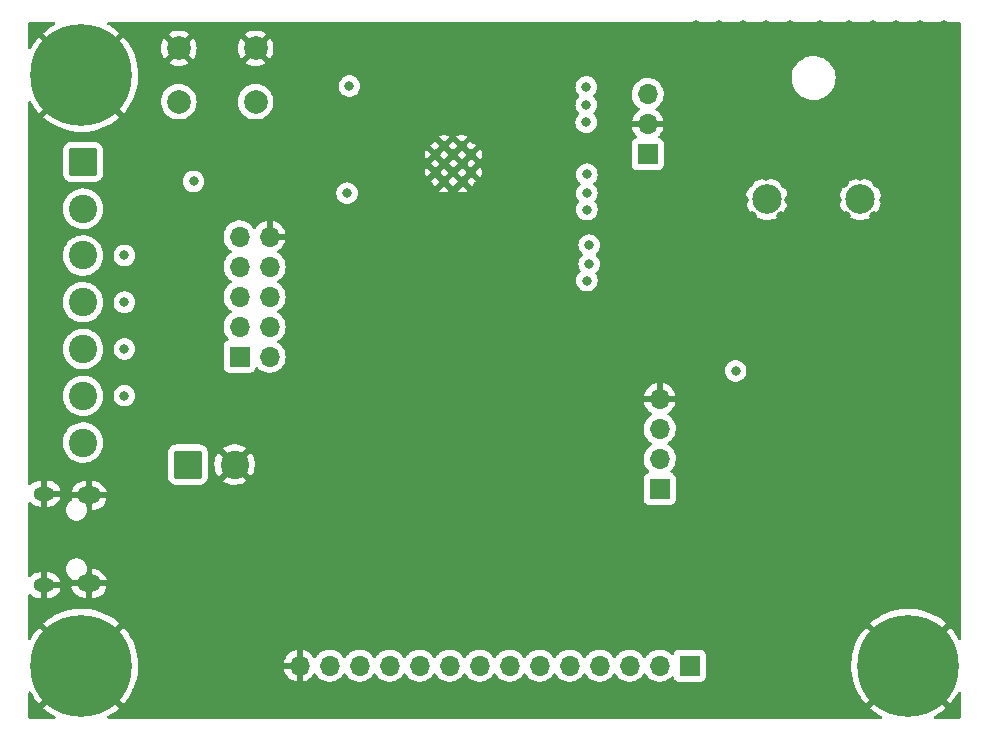
<source format=gbr>
%TF.GenerationSoftware,KiCad,Pcbnew,6.0.10+dfsg-2*%
%TF.CreationDate,2023-02-01T09:38:30-05:00*%
%TF.ProjectId,ParentsStove,50617265-6e74-4735-9374-6f76652e6b69,rev?*%
%TF.SameCoordinates,Original*%
%TF.FileFunction,Copper,L2,Inr*%
%TF.FilePolarity,Positive*%
%FSLAX46Y46*%
G04 Gerber Fmt 4.6, Leading zero omitted, Abs format (unit mm)*
G04 Created by KiCad (PCBNEW 6.0.10+dfsg-2) date 2023-02-01 09:38:30*
%MOMM*%
%LPD*%
G01*
G04 APERTURE LIST*
G04 Aperture macros list*
%AMRoundRect*
0 Rectangle with rounded corners*
0 $1 Rounding radius*
0 $2 $3 $4 $5 $6 $7 $8 $9 X,Y pos of 4 corners*
0 Add a 4 corners polygon primitive as box body*
4,1,4,$2,$3,$4,$5,$6,$7,$8,$9,$2,$3,0*
0 Add four circle primitives for the rounded corners*
1,1,$1+$1,$2,$3*
1,1,$1+$1,$4,$5*
1,1,$1+$1,$6,$7*
1,1,$1+$1,$8,$9*
0 Add four rect primitives between the rounded corners*
20,1,$1+$1,$2,$3,$4,$5,0*
20,1,$1+$1,$4,$5,$6,$7,0*
20,1,$1+$1,$6,$7,$8,$9,0*
20,1,$1+$1,$8,$9,$2,$3,0*%
G04 Aperture macros list end*
%TA.AperFunction,ComponentPad*%
%ADD10C,0.800000*%
%TD*%
%TA.AperFunction,ComponentPad*%
%ADD11O,1.800000X1.150000*%
%TD*%
%TA.AperFunction,ComponentPad*%
%ADD12O,2.000000X1.450000*%
%TD*%
%TA.AperFunction,ComponentPad*%
%ADD13RoundRect,0.250001X-0.949999X-0.949999X0.949999X-0.949999X0.949999X0.949999X-0.949999X0.949999X0*%
%TD*%
%TA.AperFunction,ComponentPad*%
%ADD14C,2.400000*%
%TD*%
%TA.AperFunction,ComponentPad*%
%ADD15R,1.700000X1.700000*%
%TD*%
%TA.AperFunction,ComponentPad*%
%ADD16O,1.700000X1.700000*%
%TD*%
%TA.AperFunction,ComponentPad*%
%ADD17C,2.000000*%
%TD*%
%TA.AperFunction,ComponentPad*%
%ADD18C,0.900000*%
%TD*%
%TA.AperFunction,ComponentPad*%
%ADD19C,8.600000*%
%TD*%
%TA.AperFunction,ComponentPad*%
%ADD20RoundRect,0.250001X-0.949999X0.949999X-0.949999X-0.949999X0.949999X-0.949999X0.949999X0.949999X0*%
%TD*%
%TA.AperFunction,ComponentPad*%
%ADD21C,2.500000*%
%TD*%
%TA.AperFunction,ViaPad*%
%ADD22C,0.800000*%
%TD*%
G04 APERTURE END LIST*
D10*
%TO.N,GND*%
%TO.C,U5*%
X140690000Y-91000000D03*
X142290000Y-94000000D03*
X139990000Y-93225000D03*
X142987200Y-93231800D03*
X140690000Y-92525000D03*
X142290000Y-92525000D03*
X141490000Y-91725000D03*
X139990000Y-91725000D03*
X142990000Y-91725000D03*
X141500000Y-93225000D03*
X142190000Y-91000000D03*
X140690000Y-94000000D03*
%TD*%
D11*
%TO.N,GND*%
%TO.C,J1*%
X106850000Y-128200000D03*
D12*
X110650000Y-120600000D03*
D11*
X106850000Y-120450000D03*
D12*
X110650000Y-128050000D03*
%TD*%
D13*
%TO.N,+5V*%
%TO.C,J7*%
X119020000Y-117982500D03*
D14*
%TO.N,GND*%
X122980000Y-117982500D03*
%TD*%
D15*
%TO.N,+3V3*%
%TO.C,J6*%
X123400000Y-108834000D03*
D16*
%TO.N,+5V*%
X125940000Y-108834000D03*
%TO.N,/SPI2_MISO*%
X123400000Y-106294000D03*
%TO.N,/SPI2_SCLK*%
X125940000Y-106294000D03*
%TO.N,/SPI2_MOSI*%
X123400000Y-103754000D03*
%TO.N,/SPI2_CS0*%
X125940000Y-103754000D03*
%TO.N,/LCD_BCKL*%
X123400000Y-101214000D03*
%TO.N,/LCD_RST*%
X125940000Y-101214000D03*
%TO.N,/LCD_DC*%
X123400000Y-98674000D03*
%TO.N,GND*%
X125940000Y-98674000D03*
%TD*%
D15*
%TO.N,/UART_TX*%
%TO.C,J3*%
X157952000Y-91700000D03*
D16*
%TO.N,GND*%
X157952000Y-89160000D03*
%TO.N,/UART_RX*%
X157952000Y-86620000D03*
%TD*%
D17*
%TO.N,GND*%
%TO.C,SW1*%
X118250000Y-82750000D03*
X124750000Y-82750000D03*
%TO.N,/BootMode*%
X118250000Y-87250000D03*
X124750000Y-87250000D03*
%TD*%
D18*
%TO.N,GND*%
%TO.C,H4*%
X110000000Y-81775000D03*
X110000000Y-88225000D03*
X112280419Y-87280419D03*
X113225000Y-85000000D03*
X107719581Y-87280419D03*
X106775000Y-85000000D03*
X112280419Y-82719581D03*
X107719581Y-82719581D03*
D19*
X110000000Y-85000000D03*
%TD*%
D18*
%TO.N,GND*%
%TO.C,H3*%
X180000000Y-131775000D03*
X177719581Y-137280419D03*
X176775000Y-135000000D03*
D19*
X180000000Y-135000000D03*
D18*
X177719581Y-132719581D03*
X182280419Y-132719581D03*
X183225000Y-135000000D03*
X182280419Y-137280419D03*
X180000000Y-138225000D03*
%TD*%
D15*
%TO.N,+5V*%
%TO.C,J5*%
X161500000Y-135000000D03*
D16*
%TO.N,/Down_Draft_Low*%
X158960000Y-135000000D03*
%TO.N,/Down_Draft_High*%
X156420000Y-135000000D03*
%TO.N,/Cooling Fan*%
X153880000Y-135000000D03*
%TO.N,/Light*%
X151340000Y-135000000D03*
%TO.N,/Fan_Low*%
X148800000Y-135000000D03*
%TO.N,/Fan_High*%
X146260000Y-135000000D03*
%TO.N,/Bake_A*%
X143720000Y-135000000D03*
%TO.N,/Bake_B*%
X141180000Y-135000000D03*
%TO.N,/Broil_A*%
X138640000Y-135000000D03*
%TO.N,/Broil_Convection_B*%
X136100000Y-135000000D03*
%TO.N,/Convection_A*%
X133560000Y-135000000D03*
%TO.N,+3V3*%
X131020000Y-135000000D03*
%TO.N,GND*%
X128480000Y-135000000D03*
%TD*%
D15*
%TO.N,/SDA*%
%TO.C,J4*%
X158968000Y-120040000D03*
D16*
%TO.N,+3V3*%
X158968000Y-117500000D03*
%TO.N,/SCL*%
X158968000Y-114960000D03*
%TO.N,GND*%
X158968000Y-112420000D03*
%TD*%
D18*
%TO.N,GND*%
%TO.C,H5*%
X107719581Y-132719581D03*
X112280419Y-137280419D03*
X106775000Y-135000000D03*
X110000000Y-131775000D03*
X113225000Y-135000000D03*
X110000000Y-138225000D03*
D19*
X110000000Y-135000000D03*
D18*
X107719581Y-137280419D03*
X112280419Y-132719581D03*
%TD*%
D20*
%TO.N,unconnected-(J2-Pad1)*%
%TO.C,J2*%
X110140000Y-92356000D03*
D14*
%TO.N,+3V3*%
X110140000Y-96316000D03*
%TO.N,/Cancel*%
X110140000Y-100276000D03*
%TO.N,/Door Unlocked*%
X110140000Y-104236000D03*
%TO.N,/Door Locked*%
X110140000Y-108196000D03*
%TO.N,/Door Open*%
X110140000Y-112156000D03*
%TO.N,+3V3*%
X110140000Y-116116000D03*
%TD*%
D21*
%TO.N,Net-(FB1-Pad1)*%
%TO.C,TC1*%
X175950000Y-95500000D03*
%TO.N,Net-(FB2-Pad1)*%
X168050000Y-95500000D03*
%TD*%
D22*
%TO.N,+3V3*%
X165400000Y-110050000D03*
X119500000Y-94000000D03*
X152750000Y-86000000D03*
X132690000Y-85925000D03*
%TO.N,GND*%
X112000000Y-125625000D03*
X175940000Y-93556000D03*
X183000000Y-80750000D03*
X184000000Y-81750000D03*
X175574000Y-111290000D03*
X173000000Y-111000000D03*
X170000000Y-116000000D03*
X172000000Y-110000000D03*
X166750000Y-102000000D03*
X178250000Y-107500000D03*
X117883750Y-112156000D03*
X164750000Y-114750000D03*
X184000000Y-93750000D03*
X178000000Y-114750000D03*
X177000000Y-111000000D03*
X167750000Y-113750000D03*
X184000000Y-87750000D03*
X179750000Y-119750000D03*
X161000000Y-97750000D03*
X169500000Y-105500000D03*
X117883750Y-100276000D03*
X166750000Y-99000000D03*
X132690000Y-84425000D03*
X166000000Y-111500000D03*
X165000000Y-124000000D03*
X166750000Y-103250000D03*
X177340000Y-94156000D03*
X161000000Y-95750000D03*
X174740000Y-96956000D03*
X161000000Y-99750000D03*
X168487500Y-108850000D03*
X173000000Y-100750000D03*
X179000000Y-80750000D03*
X184000000Y-99750000D03*
X165000000Y-126250000D03*
X184000000Y-113750000D03*
X165000000Y-130500000D03*
X166750000Y-100750000D03*
X161000000Y-107750000D03*
X152815000Y-84425000D03*
X177940000Y-95556000D03*
X170000000Y-80750000D03*
X161750000Y-112750000D03*
X178000000Y-112000000D03*
X126725000Y-123525000D03*
X181250000Y-115250000D03*
X182000000Y-119750000D03*
X184000000Y-119750000D03*
X184000000Y-83750000D03*
X166750000Y-96956000D03*
X166540000Y-94156000D03*
X176000000Y-116000000D03*
X149440000Y-109075000D03*
X184000000Y-111750000D03*
X161000000Y-89750000D03*
X123000000Y-92000000D03*
X161000000Y-83750000D03*
X166000000Y-80750000D03*
X167000000Y-134800000D03*
X177050000Y-98750000D03*
X177000000Y-102000000D03*
X177000000Y-103250000D03*
X128690000Y-84825000D03*
X173250000Y-119750000D03*
X167000000Y-130500000D03*
X169000000Y-119750000D03*
X175750000Y-104000000D03*
X171000000Y-119750000D03*
X163750000Y-111250000D03*
X169500000Y-100750000D03*
X168487500Y-111350000D03*
X167000000Y-119750000D03*
X172000000Y-103000000D03*
X178000000Y-113500000D03*
X162000000Y-80750000D03*
X184000000Y-91750000D03*
X179500000Y-108750000D03*
X175500000Y-119750000D03*
X172500000Y-80750000D03*
X168000000Y-104000000D03*
X177000000Y-80750000D03*
X178000000Y-116000000D03*
X184000000Y-101750000D03*
X175574000Y-110274000D03*
X165000000Y-121750000D03*
X165000000Y-108500000D03*
X175000000Y-80750000D03*
X164000000Y-80750000D03*
X129725000Y-120525000D03*
X161000000Y-93750000D03*
X166000000Y-116000000D03*
X174000000Y-116000000D03*
X177750000Y-119750000D03*
X169940000Y-95556000D03*
X161750000Y-111250000D03*
X171000000Y-111000000D03*
X174500000Y-100750000D03*
X165000000Y-128500000D03*
X167000000Y-132800000D03*
X168000000Y-93556000D03*
X163500000Y-113000000D03*
X181000000Y-80750000D03*
X168000000Y-80750000D03*
X169500000Y-112500000D03*
X173940000Y-95556000D03*
X173000000Y-109000000D03*
X181250000Y-117250000D03*
X180000000Y-118500000D03*
X127725000Y-121525000D03*
X184000000Y-105750000D03*
X161000000Y-87750000D03*
X184000000Y-109750000D03*
X181250000Y-113000000D03*
X161000000Y-103750000D03*
X161000000Y-81750000D03*
X169500000Y-104000000D03*
X174540000Y-94156000D03*
X117883750Y-108196000D03*
X161000000Y-85750000D03*
X112900000Y-124025000D03*
X169250000Y-99000000D03*
X169500000Y-107000000D03*
X172000000Y-113750000D03*
X184000000Y-103750000D03*
X184000000Y-117750000D03*
X167000000Y-138800000D03*
X161000000Y-91750000D03*
X174750000Y-99000000D03*
X172000000Y-116000000D03*
X171000000Y-109000000D03*
X174500000Y-112500000D03*
X184000000Y-89750000D03*
X162750000Y-108750000D03*
X169250000Y-96956000D03*
X161000000Y-105750000D03*
X175000000Y-107500000D03*
X176500000Y-107500000D03*
X117883750Y-104236000D03*
X166140000Y-95556000D03*
X174500000Y-105750000D03*
X165000000Y-119750000D03*
X184000000Y-107750000D03*
X167000000Y-136800000D03*
X168000000Y-116000000D03*
X171000000Y-100750000D03*
X174500000Y-104000000D03*
X169540000Y-94250000D03*
X181000000Y-110500000D03*
X177000000Y-100750000D03*
X184000000Y-97750000D03*
X166938000Y-106718000D03*
X161000000Y-101750000D03*
X184000000Y-85750000D03*
X184000000Y-115750000D03*
X184000000Y-95750000D03*
X177140000Y-96956000D03*
%TO.N,/Door Locked*%
X113640000Y-108196000D03*
%TO.N,/Door Unlocked*%
X113640000Y-104236000D03*
%TO.N,/Door Open*%
X113640000Y-112156000D03*
%TO.N,/Fan_High*%
X152800000Y-102400000D03*
%TO.N,/Fan_Low*%
X153000000Y-101000000D03*
%TO.N,/Down_Draft_High*%
X152800000Y-95000000D03*
%TO.N,/Down_Draft_Low*%
X152800000Y-93400000D03*
%TO.N,/Cooling Fan*%
X152800000Y-96400000D03*
%TO.N,/Cancel*%
X113640000Y-100276000D03*
%TO.N,/SDA*%
X152750000Y-89000000D03*
%TO.N,/SCL*%
X152750000Y-87500000D03*
%TO.N,/Light*%
X153000000Y-99400000D03*
%TO.N,/LED*%
X132500000Y-95000000D03*
%TD*%
%TA.AperFunction,Conductor*%
%TO.N,GND*%
G36*
X107762166Y-80528502D02*
G01*
X107808659Y-80582158D01*
X107818763Y-80652432D01*
X107789269Y-80717012D01*
X107756759Y-80743784D01*
X107423581Y-80934984D01*
X107418848Y-80937987D01*
X107072420Y-81180109D01*
X107067979Y-81183517D01*
X106796476Y-81411739D01*
X106788031Y-81424456D01*
X106794139Y-81434929D01*
X107193493Y-81834283D01*
X107641770Y-82282561D01*
X107719580Y-82360371D01*
X108604878Y-83245668D01*
X109987188Y-84627978D01*
X110001132Y-84635592D01*
X110002965Y-84635461D01*
X110009580Y-84631210D01*
X111395121Y-83245669D01*
X112280419Y-82360372D01*
X112358229Y-82282562D01*
X112806506Y-81834284D01*
X113122900Y-81517890D01*
X117382093Y-81517890D01*
X117385876Y-81526666D01*
X118237188Y-82377978D01*
X118251132Y-82385592D01*
X118252965Y-82385461D01*
X118259580Y-82381210D01*
X119111080Y-81529710D01*
X119117534Y-81517890D01*
X123882093Y-81517890D01*
X123885876Y-81526666D01*
X124737188Y-82377978D01*
X124751132Y-82385592D01*
X124752965Y-82385461D01*
X124759580Y-82381210D01*
X125611080Y-81529710D01*
X125617840Y-81517330D01*
X125612113Y-81509680D01*
X125440958Y-81404795D01*
X125432163Y-81400313D01*
X125222012Y-81313266D01*
X125212627Y-81310217D01*
X124991446Y-81257115D01*
X124981699Y-81255572D01*
X124754930Y-81237725D01*
X124745070Y-81237725D01*
X124518301Y-81255572D01*
X124508554Y-81257115D01*
X124287373Y-81310217D01*
X124277988Y-81313266D01*
X124067837Y-81400313D01*
X124059042Y-81404795D01*
X123891555Y-81507432D01*
X123882093Y-81517890D01*
X119117534Y-81517890D01*
X119117840Y-81517330D01*
X119112113Y-81509680D01*
X118940958Y-81404795D01*
X118932163Y-81400313D01*
X118722012Y-81313266D01*
X118712627Y-81310217D01*
X118491446Y-81257115D01*
X118481699Y-81255572D01*
X118254930Y-81237725D01*
X118245070Y-81237725D01*
X118018301Y-81255572D01*
X118008554Y-81257115D01*
X117787373Y-81310217D01*
X117777988Y-81313266D01*
X117567837Y-81400313D01*
X117559042Y-81404795D01*
X117391555Y-81507432D01*
X117382093Y-81517890D01*
X113122900Y-81517890D01*
X113202754Y-81438036D01*
X113210316Y-81424187D01*
X113203987Y-81414962D01*
X113030928Y-81261582D01*
X113026561Y-81258046D01*
X112686600Y-81006948D01*
X112681947Y-81003821D01*
X112320995Y-80783926D01*
X112316094Y-80781232D01*
X112247704Y-80747506D01*
X112195455Y-80699438D01*
X112177488Y-80630752D01*
X112199507Y-80563256D01*
X112254522Y-80518380D01*
X112303432Y-80508500D01*
X184365500Y-80508500D01*
X184433621Y-80528502D01*
X184480114Y-80582158D01*
X184491500Y-80634500D01*
X184491500Y-132700412D01*
X184471498Y-132768533D01*
X184417842Y-132815026D01*
X184347568Y-132825130D01*
X184282988Y-132795636D01*
X184254300Y-132759662D01*
X184143936Y-132552535D01*
X184141085Y-132547713D01*
X183909974Y-132193865D01*
X183906692Y-132189297D01*
X183645030Y-131857380D01*
X183641382Y-131853155D01*
X183588103Y-131796715D01*
X183574389Y-131788705D01*
X183573517Y-131788742D01*
X183565438Y-131793772D01*
X183165717Y-132193493D01*
X182280419Y-133078790D01*
X181754332Y-133604878D01*
X180372022Y-134987188D01*
X180364408Y-135001132D01*
X180364539Y-135002965D01*
X180368790Y-135009580D01*
X181754331Y-136395121D01*
X182270621Y-136911412D01*
X182280418Y-136921209D01*
X183165716Y-137806506D01*
X183562142Y-138202932D01*
X183575903Y-138210446D01*
X183585263Y-138203989D01*
X183754244Y-138011303D01*
X183757744Y-138006935D01*
X184007073Y-137665645D01*
X184010168Y-137660987D01*
X184228160Y-137298903D01*
X184230841Y-137293964D01*
X184252204Y-137250067D01*
X184299998Y-137197567D01*
X184368589Y-137179241D01*
X184436199Y-137200907D01*
X184481362Y-137255686D01*
X184491500Y-137305203D01*
X184491500Y-139365500D01*
X184471498Y-139433621D01*
X184417842Y-139480114D01*
X184365500Y-139491500D01*
X182299988Y-139491500D01*
X182231867Y-139471498D01*
X182185374Y-139417842D01*
X182175270Y-139347568D01*
X182204764Y-139282988D01*
X182240156Y-139254612D01*
X182469131Y-139131063D01*
X182473935Y-139128188D01*
X182826563Y-138895231D01*
X182831126Y-138891916D01*
X183161658Y-138628529D01*
X183165873Y-138624852D01*
X183203823Y-138588649D01*
X183211763Y-138574890D01*
X183211713Y-138573843D01*
X183206822Y-138566032D01*
X182806507Y-138165717D01*
X181921210Y-137280419D01*
X181395122Y-136754332D01*
X180012812Y-135372022D01*
X179998868Y-135364408D01*
X179997035Y-135364539D01*
X179990420Y-135368790D01*
X178604879Y-136754331D01*
X177719581Y-137639628D01*
X177193494Y-138165716D01*
X176796736Y-138562474D01*
X176789122Y-138576418D01*
X176789171Y-138577110D01*
X176794617Y-138585274D01*
X176872268Y-138657812D01*
X176876507Y-138661433D01*
X177209802Y-138921363D01*
X177214359Y-138924602D01*
X177569448Y-139153880D01*
X177574267Y-139156696D01*
X177759196Y-139253992D01*
X177810169Y-139303411D01*
X177826332Y-139372543D01*
X177802553Y-139439440D01*
X177746383Y-139482860D01*
X177700529Y-139491500D01*
X112299988Y-139491500D01*
X112231867Y-139471498D01*
X112185374Y-139417842D01*
X112175270Y-139347568D01*
X112204764Y-139282988D01*
X112240156Y-139254612D01*
X112469131Y-139131063D01*
X112473935Y-139128188D01*
X112826563Y-138895231D01*
X112831126Y-138891916D01*
X113161658Y-138628529D01*
X113165873Y-138624852D01*
X113203823Y-138588649D01*
X113211763Y-138574890D01*
X113211713Y-138573843D01*
X113206822Y-138566032D01*
X112806507Y-138165717D01*
X111921210Y-137280419D01*
X111395122Y-136754332D01*
X110012812Y-135372022D01*
X109998868Y-135364408D01*
X109997035Y-135364539D01*
X109990420Y-135368790D01*
X108604879Y-136754331D01*
X107719581Y-137639628D01*
X107193494Y-138165716D01*
X106796736Y-138562474D01*
X106789122Y-138576418D01*
X106789171Y-138577110D01*
X106794617Y-138585274D01*
X106872268Y-138657812D01*
X106876507Y-138661433D01*
X107209802Y-138921363D01*
X107214359Y-138924602D01*
X107569448Y-139153880D01*
X107574267Y-139156696D01*
X107759196Y-139253992D01*
X107810169Y-139303411D01*
X107826332Y-139372543D01*
X107802553Y-139439440D01*
X107746383Y-139482860D01*
X107700529Y-139491500D01*
X105634500Y-139491500D01*
X105566379Y-139471498D01*
X105519886Y-139417842D01*
X105508500Y-139365500D01*
X105508500Y-137302002D01*
X105528502Y-137233881D01*
X105582158Y-137187388D01*
X105652432Y-137177284D01*
X105717012Y-137206778D01*
X105747213Y-137245683D01*
X105793416Y-137338150D01*
X105796140Y-137343043D01*
X106017917Y-137702833D01*
X106021068Y-137707469D01*
X106273955Y-138046127D01*
X106277488Y-138050444D01*
X106413222Y-138201988D01*
X106426717Y-138210351D01*
X106436128Y-138204662D01*
X106834283Y-137806507D01*
X107719581Y-136921210D01*
X107729378Y-136911413D01*
X108245668Y-136395122D01*
X109627978Y-135012812D01*
X109634356Y-135001132D01*
X110364408Y-135001132D01*
X110364539Y-135002965D01*
X110368790Y-135009580D01*
X111754331Y-136395121D01*
X112270621Y-136911412D01*
X112280418Y-136921209D01*
X113165716Y-137806506D01*
X113562142Y-138202932D01*
X113575903Y-138210446D01*
X113585263Y-138203989D01*
X113754244Y-138011303D01*
X113757744Y-138006935D01*
X114007073Y-137665645D01*
X114010168Y-137660987D01*
X114228160Y-137298903D01*
X114230841Y-137293964D01*
X114415779Y-136913946D01*
X114418014Y-136908780D01*
X114568442Y-136513815D01*
X114570201Y-136508496D01*
X114684920Y-136101730D01*
X114686204Y-136096259D01*
X114764315Y-135680883D01*
X114765102Y-135675346D01*
X114804688Y-135267966D01*
X127148257Y-135267966D01*
X127178565Y-135402446D01*
X127181645Y-135412275D01*
X127261770Y-135609603D01*
X127266413Y-135618794D01*
X127377694Y-135800388D01*
X127383777Y-135808699D01*
X127523213Y-135969667D01*
X127530580Y-135976883D01*
X127694434Y-136112916D01*
X127702881Y-136118831D01*
X127886756Y-136226279D01*
X127896042Y-136230729D01*
X128095001Y-136306703D01*
X128104899Y-136309579D01*
X128208250Y-136330606D01*
X128222299Y-136329410D01*
X128226000Y-136319065D01*
X128226000Y-136318517D01*
X128734000Y-136318517D01*
X128738064Y-136332359D01*
X128751478Y-136334393D01*
X128758184Y-136333534D01*
X128768262Y-136331392D01*
X128972255Y-136270191D01*
X128981842Y-136266433D01*
X129173095Y-136172739D01*
X129181945Y-136167464D01*
X129355328Y-136043792D01*
X129363200Y-136037139D01*
X129514052Y-135886812D01*
X129520730Y-135878965D01*
X129648022Y-135701819D01*
X129649279Y-135702722D01*
X129696373Y-135659362D01*
X129766311Y-135647145D01*
X129831751Y-135674678D01*
X129859579Y-135706511D01*
X129919987Y-135805088D01*
X130066250Y-135973938D01*
X130238126Y-136116632D01*
X130431000Y-136229338D01*
X130639692Y-136309030D01*
X130644760Y-136310061D01*
X130644763Y-136310062D01*
X130739862Y-136329410D01*
X130858597Y-136353567D01*
X130863772Y-136353757D01*
X130863774Y-136353757D01*
X131076673Y-136361564D01*
X131076677Y-136361564D01*
X131081837Y-136361753D01*
X131086957Y-136361097D01*
X131086959Y-136361097D01*
X131298288Y-136334025D01*
X131298289Y-136334025D01*
X131303416Y-136333368D01*
X131308366Y-136331883D01*
X131512429Y-136270661D01*
X131512434Y-136270659D01*
X131517384Y-136269174D01*
X131717994Y-136170896D01*
X131899860Y-136041173D01*
X132058096Y-135883489D01*
X132188453Y-135702077D01*
X132189776Y-135703028D01*
X132236645Y-135659857D01*
X132306580Y-135647625D01*
X132372026Y-135675144D01*
X132399875Y-135706994D01*
X132459987Y-135805088D01*
X132606250Y-135973938D01*
X132778126Y-136116632D01*
X132971000Y-136229338D01*
X133179692Y-136309030D01*
X133184760Y-136310061D01*
X133184763Y-136310062D01*
X133279862Y-136329410D01*
X133398597Y-136353567D01*
X133403772Y-136353757D01*
X133403774Y-136353757D01*
X133616673Y-136361564D01*
X133616677Y-136361564D01*
X133621837Y-136361753D01*
X133626957Y-136361097D01*
X133626959Y-136361097D01*
X133838288Y-136334025D01*
X133838289Y-136334025D01*
X133843416Y-136333368D01*
X133848366Y-136331883D01*
X134052429Y-136270661D01*
X134052434Y-136270659D01*
X134057384Y-136269174D01*
X134257994Y-136170896D01*
X134439860Y-136041173D01*
X134598096Y-135883489D01*
X134728453Y-135702077D01*
X134729776Y-135703028D01*
X134776645Y-135659857D01*
X134846580Y-135647625D01*
X134912026Y-135675144D01*
X134939875Y-135706994D01*
X134999987Y-135805088D01*
X135146250Y-135973938D01*
X135318126Y-136116632D01*
X135511000Y-136229338D01*
X135719692Y-136309030D01*
X135724760Y-136310061D01*
X135724763Y-136310062D01*
X135819862Y-136329410D01*
X135938597Y-136353567D01*
X135943772Y-136353757D01*
X135943774Y-136353757D01*
X136156673Y-136361564D01*
X136156677Y-136361564D01*
X136161837Y-136361753D01*
X136166957Y-136361097D01*
X136166959Y-136361097D01*
X136378288Y-136334025D01*
X136378289Y-136334025D01*
X136383416Y-136333368D01*
X136388366Y-136331883D01*
X136592429Y-136270661D01*
X136592434Y-136270659D01*
X136597384Y-136269174D01*
X136797994Y-136170896D01*
X136979860Y-136041173D01*
X137138096Y-135883489D01*
X137268453Y-135702077D01*
X137269776Y-135703028D01*
X137316645Y-135659857D01*
X137386580Y-135647625D01*
X137452026Y-135675144D01*
X137479875Y-135706994D01*
X137539987Y-135805088D01*
X137686250Y-135973938D01*
X137858126Y-136116632D01*
X138051000Y-136229338D01*
X138259692Y-136309030D01*
X138264760Y-136310061D01*
X138264763Y-136310062D01*
X138359862Y-136329410D01*
X138478597Y-136353567D01*
X138483772Y-136353757D01*
X138483774Y-136353757D01*
X138696673Y-136361564D01*
X138696677Y-136361564D01*
X138701837Y-136361753D01*
X138706957Y-136361097D01*
X138706959Y-136361097D01*
X138918288Y-136334025D01*
X138918289Y-136334025D01*
X138923416Y-136333368D01*
X138928366Y-136331883D01*
X139132429Y-136270661D01*
X139132434Y-136270659D01*
X139137384Y-136269174D01*
X139337994Y-136170896D01*
X139519860Y-136041173D01*
X139678096Y-135883489D01*
X139808453Y-135702077D01*
X139809776Y-135703028D01*
X139856645Y-135659857D01*
X139926580Y-135647625D01*
X139992026Y-135675144D01*
X140019875Y-135706994D01*
X140079987Y-135805088D01*
X140226250Y-135973938D01*
X140398126Y-136116632D01*
X140591000Y-136229338D01*
X140799692Y-136309030D01*
X140804760Y-136310061D01*
X140804763Y-136310062D01*
X140899862Y-136329410D01*
X141018597Y-136353567D01*
X141023772Y-136353757D01*
X141023774Y-136353757D01*
X141236673Y-136361564D01*
X141236677Y-136361564D01*
X141241837Y-136361753D01*
X141246957Y-136361097D01*
X141246959Y-136361097D01*
X141458288Y-136334025D01*
X141458289Y-136334025D01*
X141463416Y-136333368D01*
X141468366Y-136331883D01*
X141672429Y-136270661D01*
X141672434Y-136270659D01*
X141677384Y-136269174D01*
X141877994Y-136170896D01*
X142059860Y-136041173D01*
X142218096Y-135883489D01*
X142348453Y-135702077D01*
X142349776Y-135703028D01*
X142396645Y-135659857D01*
X142466580Y-135647625D01*
X142532026Y-135675144D01*
X142559875Y-135706994D01*
X142619987Y-135805088D01*
X142766250Y-135973938D01*
X142938126Y-136116632D01*
X143131000Y-136229338D01*
X143339692Y-136309030D01*
X143344760Y-136310061D01*
X143344763Y-136310062D01*
X143439862Y-136329410D01*
X143558597Y-136353567D01*
X143563772Y-136353757D01*
X143563774Y-136353757D01*
X143776673Y-136361564D01*
X143776677Y-136361564D01*
X143781837Y-136361753D01*
X143786957Y-136361097D01*
X143786959Y-136361097D01*
X143998288Y-136334025D01*
X143998289Y-136334025D01*
X144003416Y-136333368D01*
X144008366Y-136331883D01*
X144212429Y-136270661D01*
X144212434Y-136270659D01*
X144217384Y-136269174D01*
X144417994Y-136170896D01*
X144599860Y-136041173D01*
X144758096Y-135883489D01*
X144888453Y-135702077D01*
X144889776Y-135703028D01*
X144936645Y-135659857D01*
X145006580Y-135647625D01*
X145072026Y-135675144D01*
X145099875Y-135706994D01*
X145159987Y-135805088D01*
X145306250Y-135973938D01*
X145478126Y-136116632D01*
X145671000Y-136229338D01*
X145879692Y-136309030D01*
X145884760Y-136310061D01*
X145884763Y-136310062D01*
X145979862Y-136329410D01*
X146098597Y-136353567D01*
X146103772Y-136353757D01*
X146103774Y-136353757D01*
X146316673Y-136361564D01*
X146316677Y-136361564D01*
X146321837Y-136361753D01*
X146326957Y-136361097D01*
X146326959Y-136361097D01*
X146538288Y-136334025D01*
X146538289Y-136334025D01*
X146543416Y-136333368D01*
X146548366Y-136331883D01*
X146752429Y-136270661D01*
X146752434Y-136270659D01*
X146757384Y-136269174D01*
X146957994Y-136170896D01*
X147139860Y-136041173D01*
X147298096Y-135883489D01*
X147428453Y-135702077D01*
X147429776Y-135703028D01*
X147476645Y-135659857D01*
X147546580Y-135647625D01*
X147612026Y-135675144D01*
X147639875Y-135706994D01*
X147699987Y-135805088D01*
X147846250Y-135973938D01*
X148018126Y-136116632D01*
X148211000Y-136229338D01*
X148419692Y-136309030D01*
X148424760Y-136310061D01*
X148424763Y-136310062D01*
X148519862Y-136329410D01*
X148638597Y-136353567D01*
X148643772Y-136353757D01*
X148643774Y-136353757D01*
X148856673Y-136361564D01*
X148856677Y-136361564D01*
X148861837Y-136361753D01*
X148866957Y-136361097D01*
X148866959Y-136361097D01*
X149078288Y-136334025D01*
X149078289Y-136334025D01*
X149083416Y-136333368D01*
X149088366Y-136331883D01*
X149292429Y-136270661D01*
X149292434Y-136270659D01*
X149297384Y-136269174D01*
X149497994Y-136170896D01*
X149679860Y-136041173D01*
X149838096Y-135883489D01*
X149968453Y-135702077D01*
X149969776Y-135703028D01*
X150016645Y-135659857D01*
X150086580Y-135647625D01*
X150152026Y-135675144D01*
X150179875Y-135706994D01*
X150239987Y-135805088D01*
X150386250Y-135973938D01*
X150558126Y-136116632D01*
X150751000Y-136229338D01*
X150959692Y-136309030D01*
X150964760Y-136310061D01*
X150964763Y-136310062D01*
X151059862Y-136329410D01*
X151178597Y-136353567D01*
X151183772Y-136353757D01*
X151183774Y-136353757D01*
X151396673Y-136361564D01*
X151396677Y-136361564D01*
X151401837Y-136361753D01*
X151406957Y-136361097D01*
X151406959Y-136361097D01*
X151618288Y-136334025D01*
X151618289Y-136334025D01*
X151623416Y-136333368D01*
X151628366Y-136331883D01*
X151832429Y-136270661D01*
X151832434Y-136270659D01*
X151837384Y-136269174D01*
X152037994Y-136170896D01*
X152219860Y-136041173D01*
X152378096Y-135883489D01*
X152508453Y-135702077D01*
X152509776Y-135703028D01*
X152556645Y-135659857D01*
X152626580Y-135647625D01*
X152692026Y-135675144D01*
X152719875Y-135706994D01*
X152779987Y-135805088D01*
X152926250Y-135973938D01*
X153098126Y-136116632D01*
X153291000Y-136229338D01*
X153499692Y-136309030D01*
X153504760Y-136310061D01*
X153504763Y-136310062D01*
X153599862Y-136329410D01*
X153718597Y-136353567D01*
X153723772Y-136353757D01*
X153723774Y-136353757D01*
X153936673Y-136361564D01*
X153936677Y-136361564D01*
X153941837Y-136361753D01*
X153946957Y-136361097D01*
X153946959Y-136361097D01*
X154158288Y-136334025D01*
X154158289Y-136334025D01*
X154163416Y-136333368D01*
X154168366Y-136331883D01*
X154372429Y-136270661D01*
X154372434Y-136270659D01*
X154377384Y-136269174D01*
X154577994Y-136170896D01*
X154759860Y-136041173D01*
X154918096Y-135883489D01*
X155048453Y-135702077D01*
X155049776Y-135703028D01*
X155096645Y-135659857D01*
X155166580Y-135647625D01*
X155232026Y-135675144D01*
X155259875Y-135706994D01*
X155319987Y-135805088D01*
X155466250Y-135973938D01*
X155638126Y-136116632D01*
X155831000Y-136229338D01*
X156039692Y-136309030D01*
X156044760Y-136310061D01*
X156044763Y-136310062D01*
X156139862Y-136329410D01*
X156258597Y-136353567D01*
X156263772Y-136353757D01*
X156263774Y-136353757D01*
X156476673Y-136361564D01*
X156476677Y-136361564D01*
X156481837Y-136361753D01*
X156486957Y-136361097D01*
X156486959Y-136361097D01*
X156698288Y-136334025D01*
X156698289Y-136334025D01*
X156703416Y-136333368D01*
X156708366Y-136331883D01*
X156912429Y-136270661D01*
X156912434Y-136270659D01*
X156917384Y-136269174D01*
X157117994Y-136170896D01*
X157299860Y-136041173D01*
X157458096Y-135883489D01*
X157588453Y-135702077D01*
X157589776Y-135703028D01*
X157636645Y-135659857D01*
X157706580Y-135647625D01*
X157772026Y-135675144D01*
X157799875Y-135706994D01*
X157859987Y-135805088D01*
X158006250Y-135973938D01*
X158178126Y-136116632D01*
X158371000Y-136229338D01*
X158579692Y-136309030D01*
X158584760Y-136310061D01*
X158584763Y-136310062D01*
X158679862Y-136329410D01*
X158798597Y-136353567D01*
X158803772Y-136353757D01*
X158803774Y-136353757D01*
X159016673Y-136361564D01*
X159016677Y-136361564D01*
X159021837Y-136361753D01*
X159026957Y-136361097D01*
X159026959Y-136361097D01*
X159238288Y-136334025D01*
X159238289Y-136334025D01*
X159243416Y-136333368D01*
X159248366Y-136331883D01*
X159452429Y-136270661D01*
X159452434Y-136270659D01*
X159457384Y-136269174D01*
X159657994Y-136170896D01*
X159839860Y-136041173D01*
X159948091Y-135933319D01*
X160010462Y-135899404D01*
X160081268Y-135904592D01*
X160138030Y-135947238D01*
X160155012Y-135978341D01*
X160199385Y-136096705D01*
X160286739Y-136213261D01*
X160403295Y-136300615D01*
X160539684Y-136351745D01*
X160601866Y-136358500D01*
X162398134Y-136358500D01*
X162460316Y-136351745D01*
X162596705Y-136300615D01*
X162713261Y-136213261D01*
X162800615Y-136096705D01*
X162851745Y-135960316D01*
X162858500Y-135898134D01*
X162858500Y-134876825D01*
X175188855Y-134876825D01*
X175196600Y-135299410D01*
X175196950Y-135304976D01*
X175242231Y-135725208D01*
X175243078Y-135730746D01*
X175325535Y-136145286D01*
X175326864Y-136150698D01*
X175445852Y-136556289D01*
X175447658Y-136561564D01*
X175602219Y-136954948D01*
X175604501Y-136960072D01*
X175793416Y-137338150D01*
X175796140Y-137343043D01*
X176017917Y-137702833D01*
X176021068Y-137707469D01*
X176273955Y-138046127D01*
X176277488Y-138050444D01*
X176413222Y-138201988D01*
X176426717Y-138210351D01*
X176436128Y-138204662D01*
X176834283Y-137806507D01*
X177719581Y-136921210D01*
X177729378Y-136911413D01*
X178245668Y-136395122D01*
X179627978Y-135012812D01*
X179635592Y-134998868D01*
X179635461Y-134997035D01*
X179631210Y-134990420D01*
X178245669Y-133604879D01*
X177360372Y-132719581D01*
X176834284Y-132193494D01*
X176435561Y-131794771D01*
X176422253Y-131787504D01*
X176412214Y-131794626D01*
X176168223Y-132087994D01*
X176164828Y-132092467D01*
X175924528Y-132440152D01*
X175921549Y-132444902D01*
X175713106Y-132812575D01*
X175710562Y-132817568D01*
X175535629Y-133202312D01*
X175533538Y-133207511D01*
X175393498Y-133606290D01*
X175391877Y-133611659D01*
X175287840Y-134021303D01*
X175286706Y-134026776D01*
X175219496Y-134444054D01*
X175218851Y-134449632D01*
X175189002Y-134871204D01*
X175188855Y-134876825D01*
X162858500Y-134876825D01*
X162858500Y-134101866D01*
X162851745Y-134039684D01*
X162800615Y-133903295D01*
X162713261Y-133786739D01*
X162596705Y-133699385D01*
X162460316Y-133648255D01*
X162398134Y-133641500D01*
X160601866Y-133641500D01*
X160539684Y-133648255D01*
X160403295Y-133699385D01*
X160286739Y-133786739D01*
X160199385Y-133903295D01*
X160196233Y-133911703D01*
X160154919Y-134021907D01*
X160112277Y-134078671D01*
X160045716Y-134103371D01*
X159976367Y-134088163D01*
X159943743Y-134062476D01*
X159893151Y-134006875D01*
X159893142Y-134006866D01*
X159889670Y-134003051D01*
X159885619Y-133999852D01*
X159885615Y-133999848D01*
X159718414Y-133867800D01*
X159718410Y-133867798D01*
X159714359Y-133864598D01*
X159678028Y-133844542D01*
X159662136Y-133835769D01*
X159518789Y-133756638D01*
X159513920Y-133754914D01*
X159513916Y-133754912D01*
X159313087Y-133683795D01*
X159313083Y-133683794D01*
X159308212Y-133682069D01*
X159303119Y-133681162D01*
X159303116Y-133681161D01*
X159093373Y-133643800D01*
X159093367Y-133643799D01*
X159088284Y-133642894D01*
X159014452Y-133641992D01*
X158870081Y-133640228D01*
X158870079Y-133640228D01*
X158864911Y-133640165D01*
X158644091Y-133673955D01*
X158431756Y-133743357D01*
X158233607Y-133846507D01*
X158229474Y-133849610D01*
X158229471Y-133849612D01*
X158059100Y-133977530D01*
X158054965Y-133980635D01*
X158029541Y-134007240D01*
X157961280Y-134078671D01*
X157900629Y-134142138D01*
X157793201Y-134299621D01*
X157738293Y-134344621D01*
X157667768Y-134352792D01*
X157604021Y-134321538D01*
X157583324Y-134297054D01*
X157502822Y-134172617D01*
X157502820Y-134172614D01*
X157500014Y-134168277D01*
X157349670Y-134003051D01*
X157345619Y-133999852D01*
X157345615Y-133999848D01*
X157178414Y-133867800D01*
X157178410Y-133867798D01*
X157174359Y-133864598D01*
X157138028Y-133844542D01*
X157122136Y-133835769D01*
X156978789Y-133756638D01*
X156973920Y-133754914D01*
X156973916Y-133754912D01*
X156773087Y-133683795D01*
X156773083Y-133683794D01*
X156768212Y-133682069D01*
X156763119Y-133681162D01*
X156763116Y-133681161D01*
X156553373Y-133643800D01*
X156553367Y-133643799D01*
X156548284Y-133642894D01*
X156474452Y-133641992D01*
X156330081Y-133640228D01*
X156330079Y-133640228D01*
X156324911Y-133640165D01*
X156104091Y-133673955D01*
X155891756Y-133743357D01*
X155693607Y-133846507D01*
X155689474Y-133849610D01*
X155689471Y-133849612D01*
X155519100Y-133977530D01*
X155514965Y-133980635D01*
X155489541Y-134007240D01*
X155421280Y-134078671D01*
X155360629Y-134142138D01*
X155253201Y-134299621D01*
X155198293Y-134344621D01*
X155127768Y-134352792D01*
X155064021Y-134321538D01*
X155043324Y-134297054D01*
X154962822Y-134172617D01*
X154962820Y-134172614D01*
X154960014Y-134168277D01*
X154809670Y-134003051D01*
X154805619Y-133999852D01*
X154805615Y-133999848D01*
X154638414Y-133867800D01*
X154638410Y-133867798D01*
X154634359Y-133864598D01*
X154598028Y-133844542D01*
X154582136Y-133835769D01*
X154438789Y-133756638D01*
X154433920Y-133754914D01*
X154433916Y-133754912D01*
X154233087Y-133683795D01*
X154233083Y-133683794D01*
X154228212Y-133682069D01*
X154223119Y-133681162D01*
X154223116Y-133681161D01*
X154013373Y-133643800D01*
X154013367Y-133643799D01*
X154008284Y-133642894D01*
X153934452Y-133641992D01*
X153790081Y-133640228D01*
X153790079Y-133640228D01*
X153784911Y-133640165D01*
X153564091Y-133673955D01*
X153351756Y-133743357D01*
X153153607Y-133846507D01*
X153149474Y-133849610D01*
X153149471Y-133849612D01*
X152979100Y-133977530D01*
X152974965Y-133980635D01*
X152949541Y-134007240D01*
X152881280Y-134078671D01*
X152820629Y-134142138D01*
X152713201Y-134299621D01*
X152658293Y-134344621D01*
X152587768Y-134352792D01*
X152524021Y-134321538D01*
X152503324Y-134297054D01*
X152422822Y-134172617D01*
X152422820Y-134172614D01*
X152420014Y-134168277D01*
X152269670Y-134003051D01*
X152265619Y-133999852D01*
X152265615Y-133999848D01*
X152098414Y-133867800D01*
X152098410Y-133867798D01*
X152094359Y-133864598D01*
X152058028Y-133844542D01*
X152042136Y-133835769D01*
X151898789Y-133756638D01*
X151893920Y-133754914D01*
X151893916Y-133754912D01*
X151693087Y-133683795D01*
X151693083Y-133683794D01*
X151688212Y-133682069D01*
X151683119Y-133681162D01*
X151683116Y-133681161D01*
X151473373Y-133643800D01*
X151473367Y-133643799D01*
X151468284Y-133642894D01*
X151394452Y-133641992D01*
X151250081Y-133640228D01*
X151250079Y-133640228D01*
X151244911Y-133640165D01*
X151024091Y-133673955D01*
X150811756Y-133743357D01*
X150613607Y-133846507D01*
X150609474Y-133849610D01*
X150609471Y-133849612D01*
X150439100Y-133977530D01*
X150434965Y-133980635D01*
X150409541Y-134007240D01*
X150341280Y-134078671D01*
X150280629Y-134142138D01*
X150173201Y-134299621D01*
X150118293Y-134344621D01*
X150047768Y-134352792D01*
X149984021Y-134321538D01*
X149963324Y-134297054D01*
X149882822Y-134172617D01*
X149882820Y-134172614D01*
X149880014Y-134168277D01*
X149729670Y-134003051D01*
X149725619Y-133999852D01*
X149725615Y-133999848D01*
X149558414Y-133867800D01*
X149558410Y-133867798D01*
X149554359Y-133864598D01*
X149518028Y-133844542D01*
X149502136Y-133835769D01*
X149358789Y-133756638D01*
X149353920Y-133754914D01*
X149353916Y-133754912D01*
X149153087Y-133683795D01*
X149153083Y-133683794D01*
X149148212Y-133682069D01*
X149143119Y-133681162D01*
X149143116Y-133681161D01*
X148933373Y-133643800D01*
X148933367Y-133643799D01*
X148928284Y-133642894D01*
X148854452Y-133641992D01*
X148710081Y-133640228D01*
X148710079Y-133640228D01*
X148704911Y-133640165D01*
X148484091Y-133673955D01*
X148271756Y-133743357D01*
X148073607Y-133846507D01*
X148069474Y-133849610D01*
X148069471Y-133849612D01*
X147899100Y-133977530D01*
X147894965Y-133980635D01*
X147869541Y-134007240D01*
X147801280Y-134078671D01*
X147740629Y-134142138D01*
X147633201Y-134299621D01*
X147578293Y-134344621D01*
X147507768Y-134352792D01*
X147444021Y-134321538D01*
X147423324Y-134297054D01*
X147342822Y-134172617D01*
X147342820Y-134172614D01*
X147340014Y-134168277D01*
X147189670Y-134003051D01*
X147185619Y-133999852D01*
X147185615Y-133999848D01*
X147018414Y-133867800D01*
X147018410Y-133867798D01*
X147014359Y-133864598D01*
X146978028Y-133844542D01*
X146962136Y-133835769D01*
X146818789Y-133756638D01*
X146813920Y-133754914D01*
X146813916Y-133754912D01*
X146613087Y-133683795D01*
X146613083Y-133683794D01*
X146608212Y-133682069D01*
X146603119Y-133681162D01*
X146603116Y-133681161D01*
X146393373Y-133643800D01*
X146393367Y-133643799D01*
X146388284Y-133642894D01*
X146314452Y-133641992D01*
X146170081Y-133640228D01*
X146170079Y-133640228D01*
X146164911Y-133640165D01*
X145944091Y-133673955D01*
X145731756Y-133743357D01*
X145533607Y-133846507D01*
X145529474Y-133849610D01*
X145529471Y-133849612D01*
X145359100Y-133977530D01*
X145354965Y-133980635D01*
X145329541Y-134007240D01*
X145261280Y-134078671D01*
X145200629Y-134142138D01*
X145093201Y-134299621D01*
X145038293Y-134344621D01*
X144967768Y-134352792D01*
X144904021Y-134321538D01*
X144883324Y-134297054D01*
X144802822Y-134172617D01*
X144802820Y-134172614D01*
X144800014Y-134168277D01*
X144649670Y-134003051D01*
X144645619Y-133999852D01*
X144645615Y-133999848D01*
X144478414Y-133867800D01*
X144478410Y-133867798D01*
X144474359Y-133864598D01*
X144438028Y-133844542D01*
X144422136Y-133835769D01*
X144278789Y-133756638D01*
X144273920Y-133754914D01*
X144273916Y-133754912D01*
X144073087Y-133683795D01*
X144073083Y-133683794D01*
X144068212Y-133682069D01*
X144063119Y-133681162D01*
X144063116Y-133681161D01*
X143853373Y-133643800D01*
X143853367Y-133643799D01*
X143848284Y-133642894D01*
X143774452Y-133641992D01*
X143630081Y-133640228D01*
X143630079Y-133640228D01*
X143624911Y-133640165D01*
X143404091Y-133673955D01*
X143191756Y-133743357D01*
X142993607Y-133846507D01*
X142989474Y-133849610D01*
X142989471Y-133849612D01*
X142819100Y-133977530D01*
X142814965Y-133980635D01*
X142789541Y-134007240D01*
X142721280Y-134078671D01*
X142660629Y-134142138D01*
X142553201Y-134299621D01*
X142498293Y-134344621D01*
X142427768Y-134352792D01*
X142364021Y-134321538D01*
X142343324Y-134297054D01*
X142262822Y-134172617D01*
X142262820Y-134172614D01*
X142260014Y-134168277D01*
X142109670Y-134003051D01*
X142105619Y-133999852D01*
X142105615Y-133999848D01*
X141938414Y-133867800D01*
X141938410Y-133867798D01*
X141934359Y-133864598D01*
X141898028Y-133844542D01*
X141882136Y-133835769D01*
X141738789Y-133756638D01*
X141733920Y-133754914D01*
X141733916Y-133754912D01*
X141533087Y-133683795D01*
X141533083Y-133683794D01*
X141528212Y-133682069D01*
X141523119Y-133681162D01*
X141523116Y-133681161D01*
X141313373Y-133643800D01*
X141313367Y-133643799D01*
X141308284Y-133642894D01*
X141234452Y-133641992D01*
X141090081Y-133640228D01*
X141090079Y-133640228D01*
X141084911Y-133640165D01*
X140864091Y-133673955D01*
X140651756Y-133743357D01*
X140453607Y-133846507D01*
X140449474Y-133849610D01*
X140449471Y-133849612D01*
X140279100Y-133977530D01*
X140274965Y-133980635D01*
X140249541Y-134007240D01*
X140181280Y-134078671D01*
X140120629Y-134142138D01*
X140013201Y-134299621D01*
X139958293Y-134344621D01*
X139887768Y-134352792D01*
X139824021Y-134321538D01*
X139803324Y-134297054D01*
X139722822Y-134172617D01*
X139722820Y-134172614D01*
X139720014Y-134168277D01*
X139569670Y-134003051D01*
X139565619Y-133999852D01*
X139565615Y-133999848D01*
X139398414Y-133867800D01*
X139398410Y-133867798D01*
X139394359Y-133864598D01*
X139358028Y-133844542D01*
X139342136Y-133835769D01*
X139198789Y-133756638D01*
X139193920Y-133754914D01*
X139193916Y-133754912D01*
X138993087Y-133683795D01*
X138993083Y-133683794D01*
X138988212Y-133682069D01*
X138983119Y-133681162D01*
X138983116Y-133681161D01*
X138773373Y-133643800D01*
X138773367Y-133643799D01*
X138768284Y-133642894D01*
X138694452Y-133641992D01*
X138550081Y-133640228D01*
X138550079Y-133640228D01*
X138544911Y-133640165D01*
X138324091Y-133673955D01*
X138111756Y-133743357D01*
X137913607Y-133846507D01*
X137909474Y-133849610D01*
X137909471Y-133849612D01*
X137739100Y-133977530D01*
X137734965Y-133980635D01*
X137709541Y-134007240D01*
X137641280Y-134078671D01*
X137580629Y-134142138D01*
X137473201Y-134299621D01*
X137418293Y-134344621D01*
X137347768Y-134352792D01*
X137284021Y-134321538D01*
X137263324Y-134297054D01*
X137182822Y-134172617D01*
X137182820Y-134172614D01*
X137180014Y-134168277D01*
X137029670Y-134003051D01*
X137025619Y-133999852D01*
X137025615Y-133999848D01*
X136858414Y-133867800D01*
X136858410Y-133867798D01*
X136854359Y-133864598D01*
X136818028Y-133844542D01*
X136802136Y-133835769D01*
X136658789Y-133756638D01*
X136653920Y-133754914D01*
X136653916Y-133754912D01*
X136453087Y-133683795D01*
X136453083Y-133683794D01*
X136448212Y-133682069D01*
X136443119Y-133681162D01*
X136443116Y-133681161D01*
X136233373Y-133643800D01*
X136233367Y-133643799D01*
X136228284Y-133642894D01*
X136154452Y-133641992D01*
X136010081Y-133640228D01*
X136010079Y-133640228D01*
X136004911Y-133640165D01*
X135784091Y-133673955D01*
X135571756Y-133743357D01*
X135373607Y-133846507D01*
X135369474Y-133849610D01*
X135369471Y-133849612D01*
X135199100Y-133977530D01*
X135194965Y-133980635D01*
X135169541Y-134007240D01*
X135101280Y-134078671D01*
X135040629Y-134142138D01*
X134933201Y-134299621D01*
X134878293Y-134344621D01*
X134807768Y-134352792D01*
X134744021Y-134321538D01*
X134723324Y-134297054D01*
X134642822Y-134172617D01*
X134642820Y-134172614D01*
X134640014Y-134168277D01*
X134489670Y-134003051D01*
X134485619Y-133999852D01*
X134485615Y-133999848D01*
X134318414Y-133867800D01*
X134318410Y-133867798D01*
X134314359Y-133864598D01*
X134278028Y-133844542D01*
X134262136Y-133835769D01*
X134118789Y-133756638D01*
X134113920Y-133754914D01*
X134113916Y-133754912D01*
X133913087Y-133683795D01*
X133913083Y-133683794D01*
X133908212Y-133682069D01*
X133903119Y-133681162D01*
X133903116Y-133681161D01*
X133693373Y-133643800D01*
X133693367Y-133643799D01*
X133688284Y-133642894D01*
X133614452Y-133641992D01*
X133470081Y-133640228D01*
X133470079Y-133640228D01*
X133464911Y-133640165D01*
X133244091Y-133673955D01*
X133031756Y-133743357D01*
X132833607Y-133846507D01*
X132829474Y-133849610D01*
X132829471Y-133849612D01*
X132659100Y-133977530D01*
X132654965Y-133980635D01*
X132629541Y-134007240D01*
X132561280Y-134078671D01*
X132500629Y-134142138D01*
X132393201Y-134299621D01*
X132338293Y-134344621D01*
X132267768Y-134352792D01*
X132204021Y-134321538D01*
X132183324Y-134297054D01*
X132102822Y-134172617D01*
X132102820Y-134172614D01*
X132100014Y-134168277D01*
X131949670Y-134003051D01*
X131945619Y-133999852D01*
X131945615Y-133999848D01*
X131778414Y-133867800D01*
X131778410Y-133867798D01*
X131774359Y-133864598D01*
X131738028Y-133844542D01*
X131722136Y-133835769D01*
X131578789Y-133756638D01*
X131573920Y-133754914D01*
X131573916Y-133754912D01*
X131373087Y-133683795D01*
X131373083Y-133683794D01*
X131368212Y-133682069D01*
X131363119Y-133681162D01*
X131363116Y-133681161D01*
X131153373Y-133643800D01*
X131153367Y-133643799D01*
X131148284Y-133642894D01*
X131074452Y-133641992D01*
X130930081Y-133640228D01*
X130930079Y-133640228D01*
X130924911Y-133640165D01*
X130704091Y-133673955D01*
X130491756Y-133743357D01*
X130293607Y-133846507D01*
X130289474Y-133849610D01*
X130289471Y-133849612D01*
X130119100Y-133977530D01*
X130114965Y-133980635D01*
X130089541Y-134007240D01*
X130021280Y-134078671D01*
X129960629Y-134142138D01*
X129957720Y-134146403D01*
X129957714Y-134146411D01*
X129945404Y-134164457D01*
X129853204Y-134299618D01*
X129852898Y-134300066D01*
X129797987Y-134345069D01*
X129727462Y-134353240D01*
X129663715Y-134321986D01*
X129643018Y-134297502D01*
X129562426Y-134172926D01*
X129556136Y-134164757D01*
X129412806Y-134007240D01*
X129405273Y-134000215D01*
X129238139Y-133868222D01*
X129229552Y-133862517D01*
X129043117Y-133759599D01*
X129033705Y-133755369D01*
X128832959Y-133684280D01*
X128822988Y-133681646D01*
X128751837Y-133668972D01*
X128738540Y-133670432D01*
X128734000Y-133684989D01*
X128734000Y-136318517D01*
X128226000Y-136318517D01*
X128226000Y-135272115D01*
X128221525Y-135256876D01*
X128220135Y-135255671D01*
X128212452Y-135254000D01*
X127163225Y-135254000D01*
X127149694Y-135257973D01*
X127148257Y-135267966D01*
X114804688Y-135267966D01*
X114806035Y-135254102D01*
X114806308Y-135249665D01*
X114812788Y-135002233D01*
X114812746Y-134997762D01*
X114801007Y-134734183D01*
X127144389Y-134734183D01*
X127145912Y-134742607D01*
X127158292Y-134746000D01*
X128207885Y-134746000D01*
X128223124Y-134741525D01*
X128224329Y-134740135D01*
X128226000Y-134732452D01*
X128226000Y-133683102D01*
X128222082Y-133669758D01*
X128207806Y-133667771D01*
X128169324Y-133673660D01*
X128159288Y-133676051D01*
X127956868Y-133742212D01*
X127947359Y-133746209D01*
X127758463Y-133844542D01*
X127749738Y-133850036D01*
X127579433Y-133977905D01*
X127571726Y-133984748D01*
X127424590Y-134138717D01*
X127418104Y-134146727D01*
X127298098Y-134322649D01*
X127293000Y-134331623D01*
X127203338Y-134524783D01*
X127199775Y-134534470D01*
X127144389Y-134734183D01*
X114801007Y-134734183D01*
X114793917Y-134574973D01*
X114793419Y-134569386D01*
X114737155Y-134150499D01*
X114736162Y-134144976D01*
X114642883Y-133732748D01*
X114641410Y-133727361D01*
X114511847Y-133325025D01*
X114509910Y-133319815D01*
X114345098Y-132930599D01*
X114342683Y-132925536D01*
X114143936Y-132552535D01*
X114141085Y-132547713D01*
X113909974Y-132193865D01*
X113906692Y-132189297D01*
X113645030Y-131857380D01*
X113641382Y-131853155D01*
X113588103Y-131796715D01*
X113574389Y-131788705D01*
X113573517Y-131788742D01*
X113565438Y-131793772D01*
X113165717Y-132193493D01*
X112280419Y-133078790D01*
X111754332Y-133604878D01*
X110372022Y-134987188D01*
X110364408Y-135001132D01*
X109634356Y-135001132D01*
X109635592Y-134998868D01*
X109635461Y-134997035D01*
X109631210Y-134990420D01*
X108245669Y-133604879D01*
X107360372Y-132719581D01*
X106834284Y-132193494D01*
X106435561Y-131794771D01*
X106422253Y-131787504D01*
X106412214Y-131794626D01*
X106168223Y-132087994D01*
X106164828Y-132092467D01*
X105924528Y-132440152D01*
X105921549Y-132444902D01*
X105744111Y-132757885D01*
X105693114Y-132807280D01*
X105623509Y-132821264D01*
X105557392Y-132795395D01*
X105515757Y-132737889D01*
X105508500Y-132695744D01*
X105508500Y-131424456D01*
X106788031Y-131424456D01*
X106794139Y-131434929D01*
X107193493Y-131834283D01*
X107719580Y-132360371D01*
X108604878Y-133245668D01*
X109987188Y-134627978D01*
X110001132Y-134635592D01*
X110002965Y-134635461D01*
X110009580Y-134631210D01*
X111395121Y-133245669D01*
X112280419Y-132360372D01*
X112806506Y-131834284D01*
X113202754Y-131438036D01*
X113210169Y-131424456D01*
X176788031Y-131424456D01*
X176794139Y-131434929D01*
X177193493Y-131834283D01*
X177719580Y-132360371D01*
X178604878Y-133245668D01*
X179987188Y-134627978D01*
X180001132Y-134635592D01*
X180002965Y-134635461D01*
X180009580Y-134631210D01*
X181395121Y-133245669D01*
X182280419Y-132360372D01*
X182806506Y-131834284D01*
X183202754Y-131438036D01*
X183210316Y-131424187D01*
X183203987Y-131414962D01*
X183030928Y-131261582D01*
X183026561Y-131258046D01*
X182686600Y-131006948D01*
X182681947Y-131003821D01*
X182320995Y-130783926D01*
X182316094Y-130781232D01*
X181937027Y-130594297D01*
X181931904Y-130592048D01*
X181537707Y-130439545D01*
X181532417Y-130437765D01*
X181126218Y-130320904D01*
X181120794Y-130319602D01*
X180705822Y-130239316D01*
X180700293Y-130238500D01*
X180279828Y-130195420D01*
X180274247Y-130195098D01*
X179851635Y-130189566D01*
X179846024Y-130189742D01*
X179424593Y-130221800D01*
X179419036Y-130222472D01*
X179002128Y-130291864D01*
X178996631Y-130293032D01*
X178587547Y-130399209D01*
X178582181Y-130400861D01*
X178184153Y-130542983D01*
X178178965Y-130545100D01*
X177795133Y-130722050D01*
X177790164Y-130724614D01*
X177423581Y-130934984D01*
X177418848Y-130937987D01*
X177072420Y-131180109D01*
X177067979Y-131183517D01*
X176796476Y-131411739D01*
X176788031Y-131424456D01*
X113210169Y-131424456D01*
X113210316Y-131424187D01*
X113203987Y-131414962D01*
X113030928Y-131261582D01*
X113026561Y-131258046D01*
X112686600Y-131006948D01*
X112681947Y-131003821D01*
X112320995Y-130783926D01*
X112316094Y-130781232D01*
X111937027Y-130594297D01*
X111931904Y-130592048D01*
X111537707Y-130439545D01*
X111532417Y-130437765D01*
X111126218Y-130320904D01*
X111120794Y-130319602D01*
X110705822Y-130239316D01*
X110700293Y-130238500D01*
X110279828Y-130195420D01*
X110274247Y-130195098D01*
X109851635Y-130189566D01*
X109846024Y-130189742D01*
X109424593Y-130221800D01*
X109419036Y-130222472D01*
X109002128Y-130291864D01*
X108996631Y-130293032D01*
X108587547Y-130399209D01*
X108582181Y-130400861D01*
X108184153Y-130542983D01*
X108178965Y-130545100D01*
X107795133Y-130722050D01*
X107790164Y-130724614D01*
X107423581Y-130934984D01*
X107418848Y-130937987D01*
X107072420Y-131180109D01*
X107067979Y-131183517D01*
X106796476Y-131411739D01*
X106788031Y-131424456D01*
X105508500Y-131424456D01*
X105508500Y-129021215D01*
X105528502Y-128953094D01*
X105582158Y-128906601D01*
X105652432Y-128896497D01*
X105721631Y-128930197D01*
X105846393Y-129049631D01*
X105855768Y-129057035D01*
X106019292Y-129162620D01*
X106029906Y-129168121D01*
X106210449Y-129240883D01*
X106221898Y-129244275D01*
X106414391Y-129281866D01*
X106423201Y-129282936D01*
X106425828Y-129283000D01*
X106577885Y-129283000D01*
X106593124Y-129278525D01*
X106594329Y-129277135D01*
X106596000Y-129269452D01*
X106596000Y-129264885D01*
X107104000Y-129264885D01*
X107108475Y-129280124D01*
X107109865Y-129281329D01*
X107117548Y-129283000D01*
X107223637Y-129283000D01*
X107229613Y-129282715D01*
X107374745Y-129268868D01*
X107386480Y-129266609D01*
X107573268Y-129211812D01*
X107584351Y-129207379D01*
X107757406Y-129118249D01*
X107767461Y-129111793D01*
X107920537Y-128991551D01*
X107929190Y-128983311D01*
X108056760Y-128836299D01*
X108063702Y-128826567D01*
X108161177Y-128658076D01*
X108166150Y-128647215D01*
X108229065Y-128466038D01*
X108227918Y-128457993D01*
X108214349Y-128454000D01*
X107122115Y-128454000D01*
X107106876Y-128458475D01*
X107105671Y-128459865D01*
X107104000Y-128467548D01*
X107104000Y-129264885D01*
X106596000Y-129264885D01*
X106596000Y-128315670D01*
X109166616Y-128315670D01*
X109227138Y-128512400D01*
X109231359Y-128522744D01*
X109327164Y-128708362D01*
X109333149Y-128717793D01*
X109460314Y-128883517D01*
X109467870Y-128891734D01*
X109622369Y-129032318D01*
X109631268Y-129039072D01*
X109808211Y-129150069D01*
X109818177Y-129155146D01*
X110011969Y-129233050D01*
X110022684Y-129236285D01*
X110228186Y-129278843D01*
X110237322Y-129280046D01*
X110286735Y-129282895D01*
X110290382Y-129283000D01*
X110377885Y-129283000D01*
X110393124Y-129278525D01*
X110394329Y-129277135D01*
X110396000Y-129269452D01*
X110396000Y-129264885D01*
X110904000Y-129264885D01*
X110908475Y-129280124D01*
X110909865Y-129281329D01*
X110917548Y-129283000D01*
X110978041Y-129283000D01*
X110983636Y-129282751D01*
X111138633Y-129268917D01*
X111149647Y-129266935D01*
X111351116Y-129211820D01*
X111361589Y-129207926D01*
X111550123Y-129117999D01*
X111559738Y-129112313D01*
X111729365Y-128990424D01*
X111737831Y-128983116D01*
X111883191Y-128833117D01*
X111890221Y-128824435D01*
X112006728Y-128651055D01*
X112012107Y-128641269D01*
X112096067Y-128450004D01*
X112099632Y-128439412D01*
X112127912Y-128321615D01*
X112127207Y-128307530D01*
X112118328Y-128304000D01*
X110922115Y-128304000D01*
X110906876Y-128308475D01*
X110905671Y-128309865D01*
X110904000Y-128317548D01*
X110904000Y-129264885D01*
X110396000Y-129264885D01*
X110396000Y-128322115D01*
X110391525Y-128306876D01*
X110390135Y-128305671D01*
X110382452Y-128304000D01*
X109181774Y-128304000D01*
X109167790Y-128308106D01*
X109166616Y-128315670D01*
X106596000Y-128315670D01*
X106596000Y-127927885D01*
X107104000Y-127927885D01*
X107108475Y-127943124D01*
X107109865Y-127944329D01*
X107117548Y-127946000D01*
X108209686Y-127946000D01*
X108223217Y-127942027D01*
X108224572Y-127932601D01*
X108205060Y-127851639D01*
X108201171Y-127840344D01*
X108120600Y-127663137D01*
X108114653Y-127652795D01*
X108002021Y-127494013D01*
X107994228Y-127484984D01*
X107853607Y-127350369D01*
X107844232Y-127342965D01*
X107680708Y-127237380D01*
X107670094Y-127231879D01*
X107489551Y-127159117D01*
X107478102Y-127155725D01*
X107285609Y-127118134D01*
X107276799Y-127117064D01*
X107274172Y-127117000D01*
X107122115Y-127117000D01*
X107106876Y-127121475D01*
X107105671Y-127122865D01*
X107104000Y-127130548D01*
X107104000Y-127927885D01*
X106596000Y-127927885D01*
X106596000Y-127135115D01*
X106591525Y-127119876D01*
X106590135Y-127118671D01*
X106582452Y-127117000D01*
X106476363Y-127117000D01*
X106470387Y-127117285D01*
X106325255Y-127131132D01*
X106313520Y-127133391D01*
X106126732Y-127188188D01*
X106115649Y-127192621D01*
X105942594Y-127281751D01*
X105932539Y-127288207D01*
X105779463Y-127408449D01*
X105770815Y-127416684D01*
X105729665Y-127464106D01*
X105669912Y-127502446D01*
X105598915Y-127502396D01*
X105539217Y-127463969D01*
X105509770Y-127399367D01*
X105508500Y-127381525D01*
X105508500Y-126825000D01*
X108686496Y-126825000D01*
X108687186Y-126831565D01*
X108699627Y-126949931D01*
X108706458Y-127014928D01*
X108765473Y-127196556D01*
X108860960Y-127361944D01*
X108865378Y-127366851D01*
X108865379Y-127366852D01*
X108979875Y-127494013D01*
X108988747Y-127503866D01*
X109132865Y-127608574D01*
X109176218Y-127664795D01*
X109181322Y-127739923D01*
X109172088Y-127778385D01*
X109172793Y-127792470D01*
X109181672Y-127796000D01*
X110377885Y-127796000D01*
X110393124Y-127791525D01*
X110394329Y-127790135D01*
X110396000Y-127782452D01*
X110396000Y-127777885D01*
X110904000Y-127777885D01*
X110908475Y-127793124D01*
X110909865Y-127794329D01*
X110917548Y-127796000D01*
X112118226Y-127796000D01*
X112132210Y-127791894D01*
X112133384Y-127784330D01*
X112072862Y-127587600D01*
X112068641Y-127577256D01*
X111972836Y-127391638D01*
X111966851Y-127382207D01*
X111839686Y-127216483D01*
X111832130Y-127208266D01*
X111677631Y-127067682D01*
X111668732Y-127060928D01*
X111491789Y-126949931D01*
X111481823Y-126944854D01*
X111288031Y-126866950D01*
X111277316Y-126863715D01*
X111071814Y-126821157D01*
X111062678Y-126819954D01*
X111013265Y-126817105D01*
X111009618Y-126817000D01*
X110922115Y-126817000D01*
X110906876Y-126821475D01*
X110905671Y-126822865D01*
X110904000Y-126830548D01*
X110904000Y-127777885D01*
X110396000Y-127777885D01*
X110396000Y-127297048D01*
X110412881Y-127234048D01*
X110431223Y-127202279D01*
X110431224Y-127202278D01*
X110434527Y-127196556D01*
X110493542Y-127014928D01*
X110500374Y-126949931D01*
X110512814Y-126831565D01*
X110513504Y-126825000D01*
X110493542Y-126635072D01*
X110434527Y-126453444D01*
X110339040Y-126288056D01*
X110211253Y-126146134D01*
X110056752Y-126033882D01*
X110050724Y-126031198D01*
X110050722Y-126031197D01*
X109888319Y-125958891D01*
X109888318Y-125958891D01*
X109882288Y-125956206D01*
X109788887Y-125936353D01*
X109701944Y-125917872D01*
X109701939Y-125917872D01*
X109695487Y-125916500D01*
X109504513Y-125916500D01*
X109498061Y-125917872D01*
X109498056Y-125917872D01*
X109411113Y-125936353D01*
X109317712Y-125956206D01*
X109311682Y-125958891D01*
X109311681Y-125958891D01*
X109149278Y-126031197D01*
X109149276Y-126031198D01*
X109143248Y-126033882D01*
X108988747Y-126146134D01*
X108860960Y-126288056D01*
X108765473Y-126453444D01*
X108706458Y-126635072D01*
X108686496Y-126825000D01*
X105508500Y-126825000D01*
X105508500Y-121825000D01*
X108686496Y-121825000D01*
X108706458Y-122014928D01*
X108765473Y-122196556D01*
X108860960Y-122361944D01*
X108988747Y-122503866D01*
X109143248Y-122616118D01*
X109149276Y-122618802D01*
X109149278Y-122618803D01*
X109311681Y-122691109D01*
X109317712Y-122693794D01*
X109411113Y-122713647D01*
X109498056Y-122732128D01*
X109498061Y-122732128D01*
X109504513Y-122733500D01*
X109695487Y-122733500D01*
X109701939Y-122732128D01*
X109701944Y-122732128D01*
X109788887Y-122713647D01*
X109882288Y-122693794D01*
X109888319Y-122691109D01*
X110050722Y-122618803D01*
X110050724Y-122618802D01*
X110056752Y-122616118D01*
X110211253Y-122503866D01*
X110339040Y-122361944D01*
X110434527Y-122196556D01*
X110493542Y-122014928D01*
X110513504Y-121825000D01*
X110512441Y-121814885D01*
X110904000Y-121814885D01*
X110908475Y-121830124D01*
X110909865Y-121831329D01*
X110917548Y-121833000D01*
X110978041Y-121833000D01*
X110983636Y-121832751D01*
X111138633Y-121818917D01*
X111149647Y-121816935D01*
X111351116Y-121761820D01*
X111361589Y-121757926D01*
X111550123Y-121667999D01*
X111559738Y-121662313D01*
X111729365Y-121540424D01*
X111737831Y-121533116D01*
X111883191Y-121383117D01*
X111890221Y-121374435D01*
X112006728Y-121201055D01*
X112012107Y-121191269D01*
X112096067Y-121000004D01*
X112099632Y-120989412D01*
X112127912Y-120871615D01*
X112127207Y-120857530D01*
X112118328Y-120854000D01*
X110922115Y-120854000D01*
X110906876Y-120858475D01*
X110905671Y-120859865D01*
X110904000Y-120867548D01*
X110904000Y-121814885D01*
X110512441Y-121814885D01*
X110493542Y-121635072D01*
X110434527Y-121453444D01*
X110412881Y-121415952D01*
X110396000Y-121352952D01*
X110396000Y-120872115D01*
X110391525Y-120856876D01*
X110390135Y-120855671D01*
X110382452Y-120854000D01*
X109181774Y-120854000D01*
X109167790Y-120858106D01*
X109166616Y-120865669D01*
X109178167Y-120903215D01*
X109179080Y-120974206D01*
X109141467Y-121034421D01*
X109131799Y-121042200D01*
X108988747Y-121146134D01*
X108984326Y-121151044D01*
X108984325Y-121151045D01*
X108892290Y-121253261D01*
X108860960Y-121288056D01*
X108765473Y-121453444D01*
X108706458Y-121635072D01*
X108686496Y-121825000D01*
X105508500Y-121825000D01*
X105508500Y-121271215D01*
X105528502Y-121203094D01*
X105582158Y-121156601D01*
X105652432Y-121146497D01*
X105721631Y-121180197D01*
X105846393Y-121299631D01*
X105855768Y-121307035D01*
X106019292Y-121412620D01*
X106029906Y-121418121D01*
X106210449Y-121490883D01*
X106221898Y-121494275D01*
X106414391Y-121531866D01*
X106423201Y-121532936D01*
X106425828Y-121533000D01*
X106577885Y-121533000D01*
X106593124Y-121528525D01*
X106594329Y-121527135D01*
X106596000Y-121519452D01*
X106596000Y-121514885D01*
X107104000Y-121514885D01*
X107108475Y-121530124D01*
X107109865Y-121531329D01*
X107117548Y-121533000D01*
X107223637Y-121533000D01*
X107229613Y-121532715D01*
X107374745Y-121518868D01*
X107386480Y-121516609D01*
X107573268Y-121461812D01*
X107584351Y-121457379D01*
X107757406Y-121368249D01*
X107767461Y-121361793D01*
X107920537Y-121241551D01*
X107929190Y-121233311D01*
X108056760Y-121086299D01*
X108063702Y-121076567D01*
X108161177Y-120908076D01*
X108166150Y-120897215D01*
X108229065Y-120716038D01*
X108227918Y-120707993D01*
X108214349Y-120704000D01*
X107122115Y-120704000D01*
X107106876Y-120708475D01*
X107105671Y-120709865D01*
X107104000Y-120717548D01*
X107104000Y-121514885D01*
X106596000Y-121514885D01*
X106596000Y-120328385D01*
X109172088Y-120328385D01*
X109172793Y-120342470D01*
X109181672Y-120346000D01*
X110377885Y-120346000D01*
X110393124Y-120341525D01*
X110394329Y-120340135D01*
X110396000Y-120332452D01*
X110396000Y-120327885D01*
X110904000Y-120327885D01*
X110908475Y-120343124D01*
X110909865Y-120344329D01*
X110917548Y-120346000D01*
X112118226Y-120346000D01*
X112132210Y-120341894D01*
X112133384Y-120334330D01*
X112072862Y-120137600D01*
X112068641Y-120127256D01*
X111972836Y-119941638D01*
X111966851Y-119932207D01*
X111839686Y-119766483D01*
X111832130Y-119758266D01*
X111677628Y-119617680D01*
X111668732Y-119610928D01*
X111491789Y-119499931D01*
X111481823Y-119494854D01*
X111288031Y-119416950D01*
X111277316Y-119413715D01*
X111071814Y-119371157D01*
X111062678Y-119369954D01*
X111013265Y-119367105D01*
X111009618Y-119367000D01*
X110922115Y-119367000D01*
X110906876Y-119371475D01*
X110905671Y-119372865D01*
X110904000Y-119380548D01*
X110904000Y-120327885D01*
X110396000Y-120327885D01*
X110396000Y-119385115D01*
X110391525Y-119369876D01*
X110390135Y-119368671D01*
X110382452Y-119367000D01*
X110321959Y-119367000D01*
X110316364Y-119367249D01*
X110161367Y-119381083D01*
X110150353Y-119383065D01*
X109948884Y-119438180D01*
X109938411Y-119442074D01*
X109749877Y-119532001D01*
X109740262Y-119537687D01*
X109570635Y-119659576D01*
X109562169Y-119666884D01*
X109416809Y-119816883D01*
X109409779Y-119825565D01*
X109293272Y-119998945D01*
X109287893Y-120008731D01*
X109203933Y-120199996D01*
X109200368Y-120210588D01*
X109172088Y-120328385D01*
X106596000Y-120328385D01*
X106596000Y-120177885D01*
X107104000Y-120177885D01*
X107108475Y-120193124D01*
X107109865Y-120194329D01*
X107117548Y-120196000D01*
X108209686Y-120196000D01*
X108223217Y-120192027D01*
X108224572Y-120182601D01*
X108205060Y-120101639D01*
X108201171Y-120090344D01*
X108120600Y-119913137D01*
X108114653Y-119902795D01*
X108002021Y-119744013D01*
X107994228Y-119734984D01*
X107853607Y-119600369D01*
X107844232Y-119592965D01*
X107680708Y-119487380D01*
X107670094Y-119481879D01*
X107489551Y-119409117D01*
X107478102Y-119405725D01*
X107285609Y-119368134D01*
X107276799Y-119367064D01*
X107274172Y-119367000D01*
X107122115Y-119367000D01*
X107106876Y-119371475D01*
X107105671Y-119372865D01*
X107104000Y-119380548D01*
X107104000Y-120177885D01*
X106596000Y-120177885D01*
X106596000Y-119385115D01*
X106591525Y-119369876D01*
X106590135Y-119368671D01*
X106582452Y-119367000D01*
X106476363Y-119367000D01*
X106470387Y-119367285D01*
X106325255Y-119381132D01*
X106313520Y-119383391D01*
X106126732Y-119438188D01*
X106115649Y-119442621D01*
X105942594Y-119531751D01*
X105932539Y-119538207D01*
X105779463Y-119658449D01*
X105770815Y-119666684D01*
X105729665Y-119714106D01*
X105669912Y-119752446D01*
X105598915Y-119752396D01*
X105539217Y-119713969D01*
X105509770Y-119649367D01*
X105508500Y-119631525D01*
X105508500Y-118982900D01*
X117311500Y-118982900D01*
X117311837Y-118986146D01*
X117311837Y-118986150D01*
X117311928Y-118987022D01*
X117322474Y-119088665D01*
X117378450Y-119256445D01*
X117471522Y-119406848D01*
X117596697Y-119531805D01*
X117602927Y-119535645D01*
X117602928Y-119535646D01*
X117740090Y-119620194D01*
X117747262Y-119624615D01*
X117779733Y-119635385D01*
X117908611Y-119678132D01*
X117908613Y-119678132D01*
X117915139Y-119680297D01*
X117921975Y-119680997D01*
X117921978Y-119680998D01*
X117955789Y-119684462D01*
X118019600Y-119691000D01*
X120020400Y-119691000D01*
X120023646Y-119690663D01*
X120023650Y-119690663D01*
X120119307Y-119680738D01*
X120119311Y-119680737D01*
X120126165Y-119680026D01*
X120132701Y-119677845D01*
X120132703Y-119677845D01*
X120271540Y-119631525D01*
X120293945Y-119624050D01*
X120444348Y-119530978D01*
X120569305Y-119405803D01*
X120583321Y-119383065D01*
X120600091Y-119355859D01*
X121971386Y-119355859D01*
X121980099Y-119367379D01*
X122068586Y-119432260D01*
X122076505Y-119437208D01*
X122292877Y-119551047D01*
X122301451Y-119554775D01*
X122532282Y-119635385D01*
X122541291Y-119637799D01*
X122781518Y-119683408D01*
X122790775Y-119684462D01*
X123035107Y-119694063D01*
X123044420Y-119693737D01*
X123287478Y-119667118D01*
X123296655Y-119665417D01*
X123533107Y-119603165D01*
X123541926Y-119600128D01*
X123766584Y-119503607D01*
X123774856Y-119499300D01*
X123982777Y-119370635D01*
X123984620Y-119369296D01*
X123992038Y-119358041D01*
X123985974Y-119347684D01*
X122992812Y-118354522D01*
X122978868Y-118346908D01*
X122977035Y-118347039D01*
X122970420Y-118351290D01*
X121978044Y-119343666D01*
X121971386Y-119355859D01*
X120600091Y-119355859D01*
X120658275Y-119261468D01*
X120658276Y-119261466D01*
X120662115Y-119255238D01*
X120717797Y-119087361D01*
X120728500Y-118982900D01*
X120728500Y-117942335D01*
X121268022Y-117942335D01*
X121279754Y-118186564D01*
X121280891Y-118195824D01*
X121328593Y-118435643D01*
X121331082Y-118444618D01*
X121413708Y-118674750D01*
X121417505Y-118683278D01*
X121533234Y-118898660D01*
X121538245Y-118906527D01*
X121595173Y-118982763D01*
X121606431Y-118991212D01*
X121618850Y-118984440D01*
X122607978Y-117995312D01*
X122614356Y-117983632D01*
X123344408Y-117983632D01*
X123344539Y-117985465D01*
X123348790Y-117992080D01*
X124343732Y-118987022D01*
X124356112Y-118993782D01*
X124364453Y-118987538D01*
X124482700Y-118803702D01*
X124487147Y-118795511D01*
X124587572Y-118572576D01*
X124590767Y-118563798D01*
X124657135Y-118328473D01*
X124658993Y-118319344D01*
X124690044Y-118075270D01*
X124690525Y-118068983D01*
X124692706Y-117985660D01*
X124692555Y-117979351D01*
X124674321Y-117733986D01*
X124672944Y-117724780D01*
X124618979Y-117486286D01*
X124616255Y-117477375D01*
X124612102Y-117466695D01*
X157605251Y-117466695D01*
X157605548Y-117471848D01*
X157605548Y-117471851D01*
X157613541Y-117610478D01*
X157618110Y-117689715D01*
X157619247Y-117694761D01*
X157619248Y-117694767D01*
X157626012Y-117724780D01*
X157667222Y-117907639D01*
X157705461Y-118001811D01*
X157732737Y-118068983D01*
X157751266Y-118114616D01*
X157867987Y-118305088D01*
X158014250Y-118473938D01*
X158018230Y-118477242D01*
X158022981Y-118481187D01*
X158062616Y-118540090D01*
X158064113Y-118611071D01*
X158026997Y-118671593D01*
X157986724Y-118696112D01*
X157871295Y-118739385D01*
X157754739Y-118826739D01*
X157667385Y-118943295D01*
X157616255Y-119079684D01*
X157609500Y-119141866D01*
X157609500Y-120938134D01*
X157616255Y-121000316D01*
X157667385Y-121136705D01*
X157754739Y-121253261D01*
X157871295Y-121340615D01*
X158007684Y-121391745D01*
X158069866Y-121398500D01*
X159866134Y-121398500D01*
X159928316Y-121391745D01*
X160064705Y-121340615D01*
X160181261Y-121253261D01*
X160268615Y-121136705D01*
X160319745Y-121000316D01*
X160326500Y-120938134D01*
X160326500Y-119141866D01*
X160319745Y-119079684D01*
X160268615Y-118943295D01*
X160181261Y-118826739D01*
X160064705Y-118739385D01*
X160052132Y-118734672D01*
X159946203Y-118694960D01*
X159889439Y-118652318D01*
X159864739Y-118585756D01*
X159879947Y-118516408D01*
X159901493Y-118487727D01*
X160002435Y-118387137D01*
X160006096Y-118383489D01*
X160065594Y-118300689D01*
X160133435Y-118206277D01*
X160136453Y-118202077D01*
X160139544Y-118195824D01*
X160233136Y-118006453D01*
X160233137Y-118006451D01*
X160235430Y-118001811D01*
X160291192Y-117818278D01*
X160298865Y-117793023D01*
X160298865Y-117793021D01*
X160300370Y-117788069D01*
X160329529Y-117566590D01*
X160331156Y-117500000D01*
X160312852Y-117277361D01*
X160258431Y-117060702D01*
X160169354Y-116855840D01*
X160072579Y-116706248D01*
X160050822Y-116672617D01*
X160050820Y-116672614D01*
X160048014Y-116668277D01*
X159897670Y-116503051D01*
X159893619Y-116499852D01*
X159893615Y-116499848D01*
X159726414Y-116367800D01*
X159726410Y-116367798D01*
X159722359Y-116364598D01*
X159681053Y-116341796D01*
X159631084Y-116291364D01*
X159616312Y-116221921D01*
X159641428Y-116155516D01*
X159668780Y-116128909D01*
X159712603Y-116097650D01*
X159847860Y-116001173D01*
X160006096Y-115843489D01*
X160020713Y-115823148D01*
X160133435Y-115666277D01*
X160136453Y-115662077D01*
X160235430Y-115461811D01*
X160271680Y-115342498D01*
X160298865Y-115253023D01*
X160298865Y-115253021D01*
X160300370Y-115248069D01*
X160329529Y-115026590D01*
X160331156Y-114960000D01*
X160312852Y-114737361D01*
X160258431Y-114520702D01*
X160169354Y-114315840D01*
X160048014Y-114128277D01*
X159897670Y-113963051D01*
X159893619Y-113959852D01*
X159893615Y-113959848D01*
X159726414Y-113827800D01*
X159726410Y-113827798D01*
X159722359Y-113824598D01*
X159680569Y-113801529D01*
X159630598Y-113751097D01*
X159615826Y-113681654D01*
X159640942Y-113615248D01*
X159668294Y-113588641D01*
X159843328Y-113463792D01*
X159851200Y-113457139D01*
X160002052Y-113306812D01*
X160008730Y-113298965D01*
X160133003Y-113126020D01*
X160138313Y-113117183D01*
X160232670Y-112926267D01*
X160236469Y-112916672D01*
X160298377Y-112712910D01*
X160300555Y-112702837D01*
X160301986Y-112691962D01*
X160299775Y-112677778D01*
X160286617Y-112674000D01*
X157651225Y-112674000D01*
X157637694Y-112677973D01*
X157636257Y-112687966D01*
X157666565Y-112822446D01*
X157669645Y-112832275D01*
X157749770Y-113029603D01*
X157754413Y-113038794D01*
X157865694Y-113220388D01*
X157871777Y-113228699D01*
X158011213Y-113389667D01*
X158018580Y-113396883D01*
X158182434Y-113532916D01*
X158190881Y-113538831D01*
X158259969Y-113579203D01*
X158308693Y-113630842D01*
X158321764Y-113700625D01*
X158295033Y-113766396D01*
X158254584Y-113799752D01*
X158241607Y-113806507D01*
X158237474Y-113809610D01*
X158237471Y-113809612D01*
X158067100Y-113937530D01*
X158062965Y-113940635D01*
X157908629Y-114102138D01*
X157782743Y-114286680D01*
X157767003Y-114320590D01*
X157727373Y-114405966D01*
X157688688Y-114489305D01*
X157628989Y-114704570D01*
X157605251Y-114926695D01*
X157605548Y-114931848D01*
X157605548Y-114931851D01*
X157611011Y-115026590D01*
X157618110Y-115149715D01*
X157619247Y-115154761D01*
X157619248Y-115154767D01*
X157639119Y-115242939D01*
X157667222Y-115367639D01*
X157751266Y-115574616D01*
X157867987Y-115765088D01*
X158014250Y-115933938D01*
X158186126Y-116076632D01*
X158248108Y-116112851D01*
X158259445Y-116119476D01*
X158308169Y-116171114D01*
X158321240Y-116240897D01*
X158294509Y-116306669D01*
X158254055Y-116340027D01*
X158241607Y-116346507D01*
X158237474Y-116349610D01*
X158237471Y-116349612D01*
X158119262Y-116438366D01*
X158062965Y-116480635D01*
X157908629Y-116642138D01*
X157905715Y-116646410D01*
X157905714Y-116646411D01*
X157867573Y-116702324D01*
X157782743Y-116826680D01*
X157767003Y-116860590D01*
X157714873Y-116972895D01*
X157688688Y-117029305D01*
X157628989Y-117244570D01*
X157605251Y-117466695D01*
X124612102Y-117466695D01*
X124527633Y-117249483D01*
X124523619Y-117241067D01*
X124402284Y-117028776D01*
X124397074Y-117021053D01*
X124365787Y-116981365D01*
X124353863Y-116972895D01*
X124342328Y-116979382D01*
X123352022Y-117969688D01*
X123344408Y-117983632D01*
X122614356Y-117983632D01*
X122615592Y-117981368D01*
X122615461Y-117979535D01*
X122611210Y-117972920D01*
X121616828Y-116978538D01*
X121603520Y-116971271D01*
X121593481Y-116978393D01*
X121588581Y-116984284D01*
X121583168Y-116991873D01*
X121456322Y-117200909D01*
X121452084Y-117209226D01*
X121357529Y-117434714D01*
X121354572Y-117443552D01*
X121294384Y-117680542D01*
X121292763Y-117689732D01*
X121268267Y-117933010D01*
X121268022Y-117942335D01*
X120728500Y-117942335D01*
X120728500Y-116982100D01*
X120728163Y-116978850D01*
X120718238Y-116883193D01*
X120718237Y-116883189D01*
X120717526Y-116876335D01*
X120710689Y-116855840D01*
X120663868Y-116715503D01*
X120661550Y-116708555D01*
X120598964Y-116607417D01*
X121969330Y-116607417D01*
X121973903Y-116617193D01*
X122967188Y-117610478D01*
X122981132Y-117618092D01*
X122982965Y-117617961D01*
X122989580Y-117613710D01*
X123982488Y-116620802D01*
X123988872Y-116609112D01*
X123979460Y-116597002D01*
X123853144Y-116509373D01*
X123845116Y-116504645D01*
X123625810Y-116396495D01*
X123617177Y-116393007D01*
X123384288Y-116318458D01*
X123375238Y-116316285D01*
X123133891Y-116276980D01*
X123124602Y-116276168D01*
X122880114Y-116272967D01*
X122870803Y-116273537D01*
X122628522Y-116306510D01*
X122619403Y-116308448D01*
X122384668Y-116376867D01*
X122375915Y-116380139D01*
X122153869Y-116482504D01*
X122145714Y-116487024D01*
X121978468Y-116596675D01*
X121969330Y-116607417D01*
X120598964Y-116607417D01*
X120568478Y-116558152D01*
X120443303Y-116433195D01*
X120383765Y-116396495D01*
X120298968Y-116344225D01*
X120298966Y-116344224D01*
X120292738Y-116340385D01*
X120212995Y-116313936D01*
X120131389Y-116286868D01*
X120131387Y-116286868D01*
X120124861Y-116284703D01*
X120118025Y-116284003D01*
X120118022Y-116284002D01*
X120074969Y-116279591D01*
X120020400Y-116274000D01*
X118019600Y-116274000D01*
X118016354Y-116274337D01*
X118016350Y-116274337D01*
X117920693Y-116284262D01*
X117920689Y-116284263D01*
X117913835Y-116284974D01*
X117907299Y-116287155D01*
X117907297Y-116287155D01*
X117808472Y-116320126D01*
X117746055Y-116340950D01*
X117595652Y-116434022D01*
X117470695Y-116559197D01*
X117466855Y-116565427D01*
X117466854Y-116565428D01*
X117400782Y-116672617D01*
X117377885Y-116709762D01*
X117375581Y-116716709D01*
X117330876Y-116851492D01*
X117322203Y-116877639D01*
X117311500Y-116982100D01*
X117311500Y-118982900D01*
X105508500Y-118982900D01*
X105508500Y-116071151D01*
X108427296Y-116071151D01*
X108427520Y-116075817D01*
X108427520Y-116075822D01*
X108429299Y-116112851D01*
X108439480Y-116324798D01*
X108460278Y-116429354D01*
X108485075Y-116554017D01*
X108489021Y-116573857D01*
X108490600Y-116578255D01*
X108490602Y-116578262D01*
X108535022Y-116701980D01*
X108574831Y-116812858D01*
X108589604Y-116840351D01*
X108691132Y-117029305D01*
X108695025Y-117036551D01*
X108697820Y-117040294D01*
X108697822Y-117040297D01*
X108844171Y-117236282D01*
X108844176Y-117236288D01*
X108846963Y-117240020D01*
X108850272Y-117243300D01*
X108850277Y-117243306D01*
X108948859Y-117341031D01*
X109027307Y-117418797D01*
X109031069Y-117421555D01*
X109031072Y-117421558D01*
X109136764Y-117499054D01*
X109232094Y-117568953D01*
X109236229Y-117571129D01*
X109236233Y-117571131D01*
X109354289Y-117633243D01*
X109456827Y-117687191D01*
X109696568Y-117770912D01*
X109946050Y-117818278D01*
X110066532Y-117823011D01*
X110195125Y-117828064D01*
X110195130Y-117828064D01*
X110199793Y-117828247D01*
X110298774Y-117817407D01*
X110447569Y-117801112D01*
X110447575Y-117801111D01*
X110452222Y-117800602D01*
X110561680Y-117771784D01*
X110693273Y-117737138D01*
X110697793Y-117735948D01*
X110826755Y-117680542D01*
X110926807Y-117637557D01*
X110926810Y-117637555D01*
X110931110Y-117635708D01*
X110935090Y-117633245D01*
X110935094Y-117633243D01*
X111143064Y-117504547D01*
X111143066Y-117504545D01*
X111147047Y-117502082D01*
X111176232Y-117477375D01*
X111337289Y-117341031D01*
X111337291Y-117341029D01*
X111340862Y-117338006D01*
X111508295Y-117147084D01*
X111645669Y-116933512D01*
X111749967Y-116701980D01*
X111818896Y-116457575D01*
X111840041Y-116291364D01*
X111850545Y-116208798D01*
X111850545Y-116208792D01*
X111850943Y-116205667D01*
X111853291Y-116116000D01*
X111850559Y-116079242D01*
X111834818Y-115867411D01*
X111834817Y-115867407D01*
X111834472Y-115862759D01*
X111830938Y-115847137D01*
X111779459Y-115619639D01*
X111778428Y-115615082D01*
X111760138Y-115568050D01*
X111688084Y-115382762D01*
X111688083Y-115382760D01*
X111686391Y-115378409D01*
X111682971Y-115372425D01*
X111562702Y-115161997D01*
X111562700Y-115161995D01*
X111560383Y-115157940D01*
X111403171Y-114958517D01*
X111218209Y-114784523D01*
X111102957Y-114704570D01*
X111013393Y-114642437D01*
X111013390Y-114642435D01*
X111009561Y-114639779D01*
X111005384Y-114637719D01*
X111005377Y-114637715D01*
X110785996Y-114529528D01*
X110785992Y-114529527D01*
X110781810Y-114527464D01*
X110539960Y-114450047D01*
X110535355Y-114449297D01*
X110293935Y-114409980D01*
X110293934Y-114409980D01*
X110289323Y-114409229D01*
X110162364Y-114407567D01*
X110040083Y-114405966D01*
X110040080Y-114405966D01*
X110035406Y-114405905D01*
X109783787Y-114440149D01*
X109539993Y-114511208D01*
X109309380Y-114617522D01*
X109305471Y-114620085D01*
X109100928Y-114754189D01*
X109100923Y-114754193D01*
X109097015Y-114756755D01*
X108907562Y-114925848D01*
X108745183Y-115121087D01*
X108613447Y-115338182D01*
X108611638Y-115342496D01*
X108611637Y-115342498D01*
X108559659Y-115466453D01*
X108515246Y-115572365D01*
X108452738Y-115818490D01*
X108427296Y-116071151D01*
X105508500Y-116071151D01*
X105508500Y-112111151D01*
X108427296Y-112111151D01*
X108427520Y-112115817D01*
X108427520Y-112115822D01*
X108433033Y-112230579D01*
X108439480Y-112364798D01*
X108489021Y-112613857D01*
X108490600Y-112618255D01*
X108490602Y-112618262D01*
X108535022Y-112741980D01*
X108574831Y-112852858D01*
X108577048Y-112856984D01*
X108687813Y-113063128D01*
X108695025Y-113076551D01*
X108697820Y-113080294D01*
X108697822Y-113080297D01*
X108844171Y-113276282D01*
X108844176Y-113276288D01*
X108846963Y-113280020D01*
X108850272Y-113283300D01*
X108850277Y-113283306D01*
X108948859Y-113381031D01*
X109027307Y-113458797D01*
X109031069Y-113461555D01*
X109031072Y-113461558D01*
X109136764Y-113539054D01*
X109232094Y-113608953D01*
X109236229Y-113611129D01*
X109236233Y-113611131D01*
X109295037Y-113642069D01*
X109456827Y-113727191D01*
X109696568Y-113810912D01*
X109946050Y-113858278D01*
X110066532Y-113863011D01*
X110195125Y-113868064D01*
X110195130Y-113868064D01*
X110199793Y-113868247D01*
X110298774Y-113857407D01*
X110447569Y-113841112D01*
X110447575Y-113841111D01*
X110452222Y-113840602D01*
X110561680Y-113811784D01*
X110693273Y-113777138D01*
X110697793Y-113775948D01*
X110873114Y-113700625D01*
X110926807Y-113677557D01*
X110926810Y-113677555D01*
X110931110Y-113675708D01*
X110935090Y-113673245D01*
X110935094Y-113673243D01*
X111143064Y-113544547D01*
X111143066Y-113544545D01*
X111147047Y-113542082D01*
X111150887Y-113538831D01*
X111337289Y-113381031D01*
X111337291Y-113381029D01*
X111340862Y-113378006D01*
X111508295Y-113187084D01*
X111645669Y-112973512D01*
X111749967Y-112741980D01*
X111818896Y-112497575D01*
X111836382Y-112360126D01*
X111850545Y-112248798D01*
X111850545Y-112248792D01*
X111850943Y-112245667D01*
X111853291Y-112156000D01*
X112726496Y-112156000D01*
X112746458Y-112345928D01*
X112805473Y-112527556D01*
X112900960Y-112692944D01*
X113028747Y-112834866D01*
X113183248Y-112947118D01*
X113189276Y-112949802D01*
X113189278Y-112949803D01*
X113242530Y-112973512D01*
X113357712Y-113024794D01*
X113451112Y-113044647D01*
X113538056Y-113063128D01*
X113538061Y-113063128D01*
X113544513Y-113064500D01*
X113735487Y-113064500D01*
X113741939Y-113063128D01*
X113741944Y-113063128D01*
X113828888Y-113044647D01*
X113922288Y-113024794D01*
X114037470Y-112973512D01*
X114090722Y-112949803D01*
X114090724Y-112949802D01*
X114096752Y-112947118D01*
X114251253Y-112834866D01*
X114379040Y-112692944D01*
X114474527Y-112527556D01*
X114533542Y-112345928D01*
X114553504Y-112156000D01*
X114553313Y-112154183D01*
X157632389Y-112154183D01*
X157633912Y-112162607D01*
X157646292Y-112166000D01*
X158695885Y-112166000D01*
X158711124Y-112161525D01*
X158712329Y-112160135D01*
X158714000Y-112152452D01*
X158714000Y-112147885D01*
X159222000Y-112147885D01*
X159226475Y-112163124D01*
X159227865Y-112164329D01*
X159235548Y-112166000D01*
X160286344Y-112166000D01*
X160299875Y-112162027D01*
X160301180Y-112152947D01*
X160259214Y-111985875D01*
X160255894Y-111976124D01*
X160170972Y-111780814D01*
X160166105Y-111771739D01*
X160050426Y-111592926D01*
X160044136Y-111584757D01*
X159900806Y-111427240D01*
X159893273Y-111420215D01*
X159726139Y-111288222D01*
X159717552Y-111282517D01*
X159531117Y-111179599D01*
X159521705Y-111175369D01*
X159320959Y-111104280D01*
X159310988Y-111101646D01*
X159239837Y-111088972D01*
X159226540Y-111090432D01*
X159222000Y-111104989D01*
X159222000Y-112147885D01*
X158714000Y-112147885D01*
X158714000Y-111103102D01*
X158710082Y-111089758D01*
X158695806Y-111087771D01*
X158657324Y-111093660D01*
X158647288Y-111096051D01*
X158444868Y-111162212D01*
X158435359Y-111166209D01*
X158246463Y-111264542D01*
X158237738Y-111270036D01*
X158067433Y-111397905D01*
X158059726Y-111404748D01*
X157912590Y-111558717D01*
X157906104Y-111566727D01*
X157786098Y-111742649D01*
X157781000Y-111751623D01*
X157691338Y-111944783D01*
X157687775Y-111954470D01*
X157632389Y-112154183D01*
X114553313Y-112154183D01*
X114548301Y-112106497D01*
X114534232Y-111972635D01*
X114534232Y-111972633D01*
X114533542Y-111966072D01*
X114474527Y-111784444D01*
X114379040Y-111619056D01*
X114373016Y-111612365D01*
X114255675Y-111482045D01*
X114255674Y-111482044D01*
X114251253Y-111477134D01*
X114096752Y-111364882D01*
X114090724Y-111362198D01*
X114090722Y-111362197D01*
X113928319Y-111289891D01*
X113928318Y-111289891D01*
X113922288Y-111287206D01*
X113815663Y-111264542D01*
X113741944Y-111248872D01*
X113741939Y-111248872D01*
X113735487Y-111247500D01*
X113544513Y-111247500D01*
X113538061Y-111248872D01*
X113538056Y-111248872D01*
X113464337Y-111264542D01*
X113357712Y-111287206D01*
X113351682Y-111289891D01*
X113351681Y-111289891D01*
X113189278Y-111362197D01*
X113189276Y-111362198D01*
X113183248Y-111364882D01*
X113028747Y-111477134D01*
X113024326Y-111482044D01*
X113024325Y-111482045D01*
X112906985Y-111612365D01*
X112900960Y-111619056D01*
X112805473Y-111784444D01*
X112746458Y-111966072D01*
X112745768Y-111972633D01*
X112745768Y-111972635D01*
X112731699Y-112106497D01*
X112726496Y-112156000D01*
X111853291Y-112156000D01*
X111839177Y-111966072D01*
X111834818Y-111907411D01*
X111834817Y-111907407D01*
X111834472Y-111902759D01*
X111806879Y-111780814D01*
X111779459Y-111659639D01*
X111778428Y-111655082D01*
X111686391Y-111418409D01*
X111665866Y-111382498D01*
X111562702Y-111201997D01*
X111562700Y-111201995D01*
X111560383Y-111197940D01*
X111403171Y-110998517D01*
X111315568Y-110916109D01*
X111221610Y-110827722D01*
X111221608Y-110827720D01*
X111218209Y-110824523D01*
X111073241Y-110723955D01*
X111013393Y-110682437D01*
X111013390Y-110682435D01*
X111009561Y-110679779D01*
X111005384Y-110677719D01*
X111005377Y-110677715D01*
X110785996Y-110569528D01*
X110785992Y-110569527D01*
X110781810Y-110567464D01*
X110539960Y-110490047D01*
X110535355Y-110489297D01*
X110293935Y-110449980D01*
X110293934Y-110449980D01*
X110289323Y-110449229D01*
X110162364Y-110447567D01*
X110040083Y-110445966D01*
X110040080Y-110445966D01*
X110035406Y-110445905D01*
X109783787Y-110480149D01*
X109539993Y-110551208D01*
X109309380Y-110657522D01*
X109305471Y-110660085D01*
X109100928Y-110794189D01*
X109100923Y-110794193D01*
X109097015Y-110796755D01*
X109044302Y-110843803D01*
X108915795Y-110958500D01*
X108907562Y-110965848D01*
X108745183Y-111161087D01*
X108613447Y-111378182D01*
X108611638Y-111382496D01*
X108611637Y-111382498D01*
X108534384Y-111566727D01*
X108515246Y-111612365D01*
X108514095Y-111616897D01*
X108514094Y-111616900D01*
X108505503Y-111650728D01*
X108452738Y-111858490D01*
X108427296Y-112111151D01*
X105508500Y-112111151D01*
X105508500Y-108151151D01*
X108427296Y-108151151D01*
X108427520Y-108155817D01*
X108427520Y-108155822D01*
X108433033Y-108270579D01*
X108439480Y-108404798D01*
X108440393Y-108409386D01*
X108481595Y-108616522D01*
X108489021Y-108653857D01*
X108490600Y-108658255D01*
X108490602Y-108658262D01*
X108553699Y-108834000D01*
X108574831Y-108892858D01*
X108577048Y-108896984D01*
X108687813Y-109103128D01*
X108695025Y-109116551D01*
X108697820Y-109120294D01*
X108697822Y-109120297D01*
X108844171Y-109316282D01*
X108844176Y-109316288D01*
X108846963Y-109320020D01*
X108850272Y-109323300D01*
X108850277Y-109323306D01*
X108948859Y-109421031D01*
X109027307Y-109498797D01*
X109031069Y-109501555D01*
X109031072Y-109501558D01*
X109136764Y-109579054D01*
X109232094Y-109648953D01*
X109236229Y-109651129D01*
X109236233Y-109651131D01*
X109277269Y-109672721D01*
X109456827Y-109767191D01*
X109696568Y-109850912D01*
X109946050Y-109898278D01*
X110066532Y-109903011D01*
X110195125Y-109908064D01*
X110195130Y-109908064D01*
X110199793Y-109908247D01*
X110298774Y-109897407D01*
X110447569Y-109881112D01*
X110447575Y-109881111D01*
X110452222Y-109880602D01*
X110486684Y-109871529D01*
X110693273Y-109817138D01*
X110697793Y-109815948D01*
X110857982Y-109747126D01*
X110926807Y-109717557D01*
X110926810Y-109717555D01*
X110931110Y-109715708D01*
X110935090Y-109713245D01*
X110935094Y-109713243D01*
X111143064Y-109584547D01*
X111143066Y-109584545D01*
X111147047Y-109582082D01*
X111196429Y-109540277D01*
X111337289Y-109421031D01*
X111337291Y-109421029D01*
X111340862Y-109418006D01*
X111508295Y-109227084D01*
X111538688Y-109179834D01*
X111643141Y-109017442D01*
X111645669Y-109013512D01*
X111749967Y-108781980D01*
X111818896Y-108537575D01*
X111837072Y-108394702D01*
X111850545Y-108288798D01*
X111850545Y-108288792D01*
X111850943Y-108285667D01*
X111853291Y-108196000D01*
X112726496Y-108196000D01*
X112746458Y-108385928D01*
X112805473Y-108567556D01*
X112900960Y-108732944D01*
X113028747Y-108874866D01*
X113183248Y-108987118D01*
X113189276Y-108989802D01*
X113189278Y-108989803D01*
X113242530Y-109013512D01*
X113357712Y-109064794D01*
X113451113Y-109084647D01*
X113538056Y-109103128D01*
X113538061Y-109103128D01*
X113544513Y-109104500D01*
X113735487Y-109104500D01*
X113741939Y-109103128D01*
X113741944Y-109103128D01*
X113828887Y-109084647D01*
X113922288Y-109064794D01*
X114037470Y-109013512D01*
X114090722Y-108989803D01*
X114090724Y-108989802D01*
X114096752Y-108987118D01*
X114251253Y-108874866D01*
X114379040Y-108732944D01*
X114474527Y-108567556D01*
X114533542Y-108385928D01*
X114553504Y-108196000D01*
X114533542Y-108006072D01*
X114474527Y-107824444D01*
X114379040Y-107659056D01*
X114373016Y-107652365D01*
X114255675Y-107522045D01*
X114255674Y-107522044D01*
X114251253Y-107517134D01*
X114096752Y-107404882D01*
X114090724Y-107402198D01*
X114090722Y-107402197D01*
X113928319Y-107329891D01*
X113928318Y-107329891D01*
X113922288Y-107327206D01*
X113828887Y-107307353D01*
X113741944Y-107288872D01*
X113741939Y-107288872D01*
X113735487Y-107287500D01*
X113544513Y-107287500D01*
X113538061Y-107288872D01*
X113538056Y-107288872D01*
X113451113Y-107307353D01*
X113357712Y-107327206D01*
X113351682Y-107329891D01*
X113351681Y-107329891D01*
X113189278Y-107402197D01*
X113189276Y-107402198D01*
X113183248Y-107404882D01*
X113028747Y-107517134D01*
X113024326Y-107522044D01*
X113024325Y-107522045D01*
X112906985Y-107652365D01*
X112900960Y-107659056D01*
X112805473Y-107824444D01*
X112746458Y-108006072D01*
X112726496Y-108196000D01*
X111853291Y-108196000D01*
X111839665Y-108012635D01*
X111834818Y-107947411D01*
X111834817Y-107947407D01*
X111834472Y-107942759D01*
X111832913Y-107935866D01*
X111779459Y-107699639D01*
X111778428Y-107695082D01*
X111771831Y-107678118D01*
X111688084Y-107462762D01*
X111688083Y-107462760D01*
X111686391Y-107458409D01*
X111683572Y-107453476D01*
X111562702Y-107241997D01*
X111562700Y-107241995D01*
X111560383Y-107237940D01*
X111403171Y-107038517D01*
X111269763Y-106913020D01*
X111221610Y-106867722D01*
X111221608Y-106867720D01*
X111218209Y-106864523D01*
X111098791Y-106781680D01*
X111013393Y-106722437D01*
X111013390Y-106722435D01*
X111009561Y-106719779D01*
X111005384Y-106717719D01*
X111005377Y-106717715D01*
X110785996Y-106609528D01*
X110785992Y-106609527D01*
X110781810Y-106607464D01*
X110539960Y-106530047D01*
X110535355Y-106529297D01*
X110293935Y-106489980D01*
X110293934Y-106489980D01*
X110289323Y-106489229D01*
X110162364Y-106487567D01*
X110040083Y-106485966D01*
X110040080Y-106485966D01*
X110035406Y-106485905D01*
X109783787Y-106520149D01*
X109539993Y-106591208D01*
X109309380Y-106697522D01*
X109305471Y-106700085D01*
X109100928Y-106834189D01*
X109100923Y-106834193D01*
X109097015Y-106836755D01*
X109021865Y-106903829D01*
X108913804Y-107000277D01*
X108907562Y-107005848D01*
X108745183Y-107201087D01*
X108613447Y-107418182D01*
X108611638Y-107422496D01*
X108611637Y-107422498D01*
X108520151Y-107640669D01*
X108515246Y-107652365D01*
X108514095Y-107656897D01*
X108514094Y-107656900D01*
X108503504Y-107698598D01*
X108452738Y-107898490D01*
X108427296Y-108151151D01*
X105508500Y-108151151D01*
X105508500Y-106260695D01*
X122037251Y-106260695D01*
X122037548Y-106265848D01*
X122037548Y-106265851D01*
X122043011Y-106360590D01*
X122050110Y-106483715D01*
X122051247Y-106488761D01*
X122051248Y-106488767D01*
X122060872Y-106531470D01*
X122099222Y-106701639D01*
X122183266Y-106908616D01*
X122234019Y-106991438D01*
X122297291Y-107094688D01*
X122299987Y-107099088D01*
X122446250Y-107267938D01*
X122450230Y-107271242D01*
X122454981Y-107275187D01*
X122494616Y-107334090D01*
X122496113Y-107405071D01*
X122458997Y-107465593D01*
X122418725Y-107490112D01*
X122357002Y-107513251D01*
X122303295Y-107533385D01*
X122186739Y-107620739D01*
X122099385Y-107737295D01*
X122048255Y-107873684D01*
X122041500Y-107935866D01*
X122041500Y-109732134D01*
X122048255Y-109794316D01*
X122099385Y-109930705D01*
X122186739Y-110047261D01*
X122303295Y-110134615D01*
X122439684Y-110185745D01*
X122501866Y-110192500D01*
X124298134Y-110192500D01*
X124360316Y-110185745D01*
X124496705Y-110134615D01*
X124613261Y-110047261D01*
X124700615Y-109930705D01*
X124729448Y-109853794D01*
X124744598Y-109813382D01*
X124787240Y-109756618D01*
X124853802Y-109731918D01*
X124923150Y-109747126D01*
X124957817Y-109775114D01*
X124986250Y-109807938D01*
X125158126Y-109950632D01*
X125351000Y-110063338D01*
X125559692Y-110143030D01*
X125564760Y-110144061D01*
X125564763Y-110144062D01*
X125672017Y-110165883D01*
X125778597Y-110187567D01*
X125783772Y-110187757D01*
X125783774Y-110187757D01*
X125996673Y-110195564D01*
X125996677Y-110195564D01*
X126001837Y-110195753D01*
X126006957Y-110195097D01*
X126006959Y-110195097D01*
X126218288Y-110168025D01*
X126218289Y-110168025D01*
X126223416Y-110167368D01*
X126228366Y-110165883D01*
X126432429Y-110104661D01*
X126432434Y-110104659D01*
X126437384Y-110103174D01*
X126545925Y-110050000D01*
X164486496Y-110050000D01*
X164487186Y-110056565D01*
X164500472Y-110182971D01*
X164506458Y-110239928D01*
X164565473Y-110421556D01*
X164660960Y-110586944D01*
X164665378Y-110591851D01*
X164665379Y-110591852D01*
X164726816Y-110660085D01*
X164788747Y-110728866D01*
X164943248Y-110841118D01*
X164949276Y-110843802D01*
X164949278Y-110843803D01*
X165111681Y-110916109D01*
X165117712Y-110918794D01*
X165211113Y-110938647D01*
X165298056Y-110957128D01*
X165298061Y-110957128D01*
X165304513Y-110958500D01*
X165495487Y-110958500D01*
X165501939Y-110957128D01*
X165501944Y-110957128D01*
X165588887Y-110938647D01*
X165682288Y-110918794D01*
X165688319Y-110916109D01*
X165850722Y-110843803D01*
X165850724Y-110843802D01*
X165856752Y-110841118D01*
X166011253Y-110728866D01*
X166073184Y-110660085D01*
X166134621Y-110591852D01*
X166134622Y-110591851D01*
X166139040Y-110586944D01*
X166234527Y-110421556D01*
X166293542Y-110239928D01*
X166299529Y-110182971D01*
X166312814Y-110056565D01*
X166313504Y-110050000D01*
X166308448Y-110001892D01*
X166294232Y-109866635D01*
X166294232Y-109866633D01*
X166293542Y-109860072D01*
X166234527Y-109678444D01*
X166139040Y-109513056D01*
X166056181Y-109421031D01*
X166015675Y-109376045D01*
X166015674Y-109376044D01*
X166011253Y-109371134D01*
X165856752Y-109258882D01*
X165850724Y-109256198D01*
X165850722Y-109256197D01*
X165688319Y-109183891D01*
X165688318Y-109183891D01*
X165682288Y-109181206D01*
X165588887Y-109161353D01*
X165501944Y-109142872D01*
X165501939Y-109142872D01*
X165495487Y-109141500D01*
X165304513Y-109141500D01*
X165298061Y-109142872D01*
X165298056Y-109142872D01*
X165211112Y-109161353D01*
X165117712Y-109181206D01*
X165111682Y-109183891D01*
X165111681Y-109183891D01*
X164949278Y-109256197D01*
X164949276Y-109256198D01*
X164943248Y-109258882D01*
X164788747Y-109371134D01*
X164784326Y-109376044D01*
X164784325Y-109376045D01*
X164743820Y-109421031D01*
X164660960Y-109513056D01*
X164565473Y-109678444D01*
X164506458Y-109860072D01*
X164505768Y-109866633D01*
X164505768Y-109866635D01*
X164491552Y-110001892D01*
X164486496Y-110050000D01*
X126545925Y-110050000D01*
X126637994Y-110004896D01*
X126819860Y-109875173D01*
X126845754Y-109849370D01*
X126963616Y-109731918D01*
X126978096Y-109717489D01*
X127108453Y-109536077D01*
X127122257Y-109508148D01*
X127205136Y-109340453D01*
X127205137Y-109340451D01*
X127207430Y-109335811D01*
X127266050Y-109142872D01*
X127270865Y-109127023D01*
X127270865Y-109127021D01*
X127272370Y-109122069D01*
X127301529Y-108900590D01*
X127303156Y-108834000D01*
X127284852Y-108611361D01*
X127230431Y-108394702D01*
X127141354Y-108189840D01*
X127020014Y-108002277D01*
X126869670Y-107837051D01*
X126865619Y-107833852D01*
X126865615Y-107833848D01*
X126698414Y-107701800D01*
X126698410Y-107701798D01*
X126694359Y-107698598D01*
X126653053Y-107675796D01*
X126603084Y-107625364D01*
X126588312Y-107555921D01*
X126613428Y-107489516D01*
X126640780Y-107462909D01*
X126709094Y-107414181D01*
X126819860Y-107335173D01*
X126825161Y-107329891D01*
X126974435Y-107181137D01*
X126978096Y-107177489D01*
X127037594Y-107094689D01*
X127105435Y-107000277D01*
X127108453Y-106996077D01*
X127129320Y-106953857D01*
X127205136Y-106800453D01*
X127205137Y-106800451D01*
X127207430Y-106795811D01*
X127272370Y-106582069D01*
X127301529Y-106360590D01*
X127303156Y-106294000D01*
X127284852Y-106071361D01*
X127230431Y-105854702D01*
X127141354Y-105649840D01*
X127020014Y-105462277D01*
X126869670Y-105297051D01*
X126865619Y-105293852D01*
X126865615Y-105293848D01*
X126698414Y-105161800D01*
X126698410Y-105161798D01*
X126694359Y-105158598D01*
X126653053Y-105135796D01*
X126603084Y-105085364D01*
X126588312Y-105015921D01*
X126613428Y-104949516D01*
X126640780Y-104922909D01*
X126684603Y-104891650D01*
X126819860Y-104795173D01*
X126978096Y-104637489D01*
X127037594Y-104554689D01*
X127105435Y-104460277D01*
X127108453Y-104456077D01*
X127114028Y-104444798D01*
X127205136Y-104260453D01*
X127205137Y-104260451D01*
X127207430Y-104255811D01*
X127272370Y-104042069D01*
X127301529Y-103820590D01*
X127303156Y-103754000D01*
X127284852Y-103531361D01*
X127230431Y-103314702D01*
X127141354Y-103109840D01*
X127029503Y-102936944D01*
X127022822Y-102926617D01*
X127022820Y-102926614D01*
X127020014Y-102922277D01*
X126869670Y-102757051D01*
X126865619Y-102753852D01*
X126865615Y-102753848D01*
X126698414Y-102621800D01*
X126698410Y-102621798D01*
X126694359Y-102618598D01*
X126653053Y-102595796D01*
X126603084Y-102545364D01*
X126588312Y-102475921D01*
X126613428Y-102409516D01*
X126623210Y-102400000D01*
X151886496Y-102400000D01*
X151887186Y-102406565D01*
X151904290Y-102569297D01*
X151906458Y-102589928D01*
X151965473Y-102771556D01*
X152060960Y-102936944D01*
X152065378Y-102941851D01*
X152065379Y-102941852D01*
X152184325Y-103073955D01*
X152188747Y-103078866D01*
X152343248Y-103191118D01*
X152349276Y-103193802D01*
X152349278Y-103193803D01*
X152464458Y-103245084D01*
X152517712Y-103268794D01*
X152585981Y-103283305D01*
X152698056Y-103307128D01*
X152698061Y-103307128D01*
X152704513Y-103308500D01*
X152895487Y-103308500D01*
X152901939Y-103307128D01*
X152901944Y-103307128D01*
X153014019Y-103283305D01*
X153082288Y-103268794D01*
X153135542Y-103245084D01*
X153250722Y-103193803D01*
X153250724Y-103193802D01*
X153256752Y-103191118D01*
X153411253Y-103078866D01*
X153415675Y-103073955D01*
X153534621Y-102941852D01*
X153534622Y-102941851D01*
X153539040Y-102936944D01*
X153634527Y-102771556D01*
X153693542Y-102589928D01*
X153695711Y-102569297D01*
X153712814Y-102406565D01*
X153713504Y-102400000D01*
X153705866Y-102327327D01*
X153694232Y-102216635D01*
X153694232Y-102216633D01*
X153693542Y-102210072D01*
X153634527Y-102028444D01*
X153542188Y-101868508D01*
X153525450Y-101799514D01*
X153548670Y-101732422D01*
X153577244Y-101703575D01*
X153611253Y-101678866D01*
X153658471Y-101626425D01*
X153734621Y-101541852D01*
X153734622Y-101541851D01*
X153739040Y-101536944D01*
X153818944Y-101398547D01*
X153831223Y-101377279D01*
X153831224Y-101377278D01*
X153834527Y-101371556D01*
X153893542Y-101189928D01*
X153894513Y-101180695D01*
X153912814Y-101006565D01*
X153913504Y-101000000D01*
X153910188Y-100968449D01*
X153894232Y-100816635D01*
X153894232Y-100816633D01*
X153893542Y-100810072D01*
X153834527Y-100628444D01*
X153739040Y-100463056D01*
X153611253Y-100321134D01*
X153584829Y-100301935D01*
X153541475Y-100245714D01*
X153535399Y-100174978D01*
X153568531Y-100112186D01*
X153584829Y-100098064D01*
X153605909Y-100082749D01*
X153605911Y-100082747D01*
X153611253Y-100078866D01*
X153624988Y-100063612D01*
X153734621Y-99941852D01*
X153734622Y-99941851D01*
X153739040Y-99936944D01*
X153822244Y-99792831D01*
X153831223Y-99777279D01*
X153831224Y-99777278D01*
X153834527Y-99771556D01*
X153893542Y-99589928D01*
X153896952Y-99557489D01*
X153912814Y-99406565D01*
X153913504Y-99400000D01*
X153893542Y-99210072D01*
X153834527Y-99028444D01*
X153739040Y-98863056D01*
X153684459Y-98802437D01*
X153615675Y-98726045D01*
X153615674Y-98726044D01*
X153611253Y-98721134D01*
X153456752Y-98608882D01*
X153450724Y-98606198D01*
X153450722Y-98606197D01*
X153288319Y-98533891D01*
X153288318Y-98533891D01*
X153282288Y-98531206D01*
X153188887Y-98511353D01*
X153101944Y-98492872D01*
X153101939Y-98492872D01*
X153095487Y-98491500D01*
X152904513Y-98491500D01*
X152898061Y-98492872D01*
X152898056Y-98492872D01*
X152811113Y-98511353D01*
X152717712Y-98531206D01*
X152711682Y-98533891D01*
X152711681Y-98533891D01*
X152549278Y-98606197D01*
X152549276Y-98606198D01*
X152543248Y-98608882D01*
X152388747Y-98721134D01*
X152384326Y-98726044D01*
X152384325Y-98726045D01*
X152315542Y-98802437D01*
X152260960Y-98863056D01*
X152165473Y-99028444D01*
X152106458Y-99210072D01*
X152086496Y-99400000D01*
X152087186Y-99406565D01*
X152103049Y-99557489D01*
X152106458Y-99589928D01*
X152165473Y-99771556D01*
X152168776Y-99777278D01*
X152168777Y-99777279D01*
X152177756Y-99792831D01*
X152260960Y-99936944D01*
X152265378Y-99941851D01*
X152265379Y-99941852D01*
X152375012Y-100063612D01*
X152388747Y-100078866D01*
X152394089Y-100082747D01*
X152394091Y-100082749D01*
X152415171Y-100098064D01*
X152458525Y-100154286D01*
X152464601Y-100225022D01*
X152431469Y-100287814D01*
X152415173Y-100301935D01*
X152388747Y-100321134D01*
X152260960Y-100463056D01*
X152165473Y-100628444D01*
X152106458Y-100810072D01*
X152105768Y-100816633D01*
X152105768Y-100816635D01*
X152089812Y-100968449D01*
X152086496Y-101000000D01*
X152087186Y-101006565D01*
X152105488Y-101180695D01*
X152106458Y-101189928D01*
X152165473Y-101371556D01*
X152168776Y-101377278D01*
X152168777Y-101377279D01*
X152257812Y-101531491D01*
X152274550Y-101600486D01*
X152251330Y-101667578D01*
X152222756Y-101696425D01*
X152188747Y-101721134D01*
X152184326Y-101726044D01*
X152184325Y-101726045D01*
X152073856Y-101848734D01*
X152060960Y-101863056D01*
X151965473Y-102028444D01*
X151906458Y-102210072D01*
X151905768Y-102216633D01*
X151905768Y-102216635D01*
X151894134Y-102327327D01*
X151886496Y-102400000D01*
X126623210Y-102400000D01*
X126640780Y-102382909D01*
X126684603Y-102351650D01*
X126819860Y-102255173D01*
X126978096Y-102097489D01*
X127037594Y-102014689D01*
X127105435Y-101920277D01*
X127108453Y-101916077D01*
X127118402Y-101895948D01*
X127205136Y-101720453D01*
X127205137Y-101720451D01*
X127207430Y-101715811D01*
X127263431Y-101531491D01*
X127270865Y-101507023D01*
X127270865Y-101507021D01*
X127272370Y-101502069D01*
X127301529Y-101280590D01*
X127303156Y-101214000D01*
X127284852Y-100991361D01*
X127230431Y-100774702D01*
X127141354Y-100569840D01*
X127078192Y-100472206D01*
X127022822Y-100386617D01*
X127022820Y-100386614D01*
X127020014Y-100382277D01*
X126869670Y-100217051D01*
X126865619Y-100213852D01*
X126865615Y-100213848D01*
X126698414Y-100081800D01*
X126698410Y-100081798D01*
X126694359Y-100078598D01*
X126652569Y-100055529D01*
X126602598Y-100005097D01*
X126587826Y-99935654D01*
X126612942Y-99869248D01*
X126640294Y-99842641D01*
X126815328Y-99717792D01*
X126823200Y-99711139D01*
X126974052Y-99560812D01*
X126980730Y-99552965D01*
X127105003Y-99380020D01*
X127110313Y-99371183D01*
X127204670Y-99180267D01*
X127208469Y-99170672D01*
X127270377Y-98966910D01*
X127272555Y-98956837D01*
X127273986Y-98945962D01*
X127271775Y-98931778D01*
X127258617Y-98928000D01*
X125812000Y-98928000D01*
X125743879Y-98907998D01*
X125697386Y-98854342D01*
X125686000Y-98802000D01*
X125686000Y-98401885D01*
X126194000Y-98401885D01*
X126198475Y-98417124D01*
X126199865Y-98418329D01*
X126207548Y-98420000D01*
X127258344Y-98420000D01*
X127271875Y-98416027D01*
X127273180Y-98406947D01*
X127231214Y-98239875D01*
X127227894Y-98230124D01*
X127142972Y-98034814D01*
X127138105Y-98025739D01*
X127022426Y-97846926D01*
X127016136Y-97838757D01*
X126872806Y-97681240D01*
X126865273Y-97674215D01*
X126698139Y-97542222D01*
X126689552Y-97536517D01*
X126503117Y-97433599D01*
X126493705Y-97429369D01*
X126292959Y-97358280D01*
X126282988Y-97355646D01*
X126211837Y-97342972D01*
X126198540Y-97344432D01*
X126194000Y-97358989D01*
X126194000Y-98401885D01*
X125686000Y-98401885D01*
X125686000Y-97357102D01*
X125682082Y-97343758D01*
X125667806Y-97341771D01*
X125629324Y-97347660D01*
X125619288Y-97350051D01*
X125416868Y-97416212D01*
X125407359Y-97420209D01*
X125218463Y-97518542D01*
X125209738Y-97524036D01*
X125039433Y-97651905D01*
X125031726Y-97658748D01*
X124884590Y-97812717D01*
X124878109Y-97820722D01*
X124773498Y-97974074D01*
X124718587Y-98019076D01*
X124648062Y-98027247D01*
X124584315Y-97995993D01*
X124563618Y-97971509D01*
X124482822Y-97846617D01*
X124482820Y-97846614D01*
X124480014Y-97842277D01*
X124329670Y-97677051D01*
X124325619Y-97673852D01*
X124325615Y-97673848D01*
X124158414Y-97541800D01*
X124158410Y-97541798D01*
X124154359Y-97538598D01*
X124118028Y-97518542D01*
X124102136Y-97509769D01*
X123958789Y-97430638D01*
X123953920Y-97428914D01*
X123953916Y-97428912D01*
X123753087Y-97357795D01*
X123753083Y-97357794D01*
X123748212Y-97356069D01*
X123743119Y-97355162D01*
X123743116Y-97355161D01*
X123533373Y-97317800D01*
X123533367Y-97317799D01*
X123528284Y-97316894D01*
X123454452Y-97315992D01*
X123310081Y-97314228D01*
X123310079Y-97314228D01*
X123304911Y-97314165D01*
X123084091Y-97347955D01*
X122871756Y-97417357D01*
X122673607Y-97520507D01*
X122669474Y-97523610D01*
X122669471Y-97523612D01*
X122539019Y-97621558D01*
X122494965Y-97654635D01*
X122340629Y-97816138D01*
X122214743Y-98000680D01*
X122120688Y-98203305D01*
X122060989Y-98418570D01*
X122037251Y-98640695D01*
X122037548Y-98645848D01*
X122037548Y-98645851D01*
X122046552Y-98802000D01*
X122050110Y-98863715D01*
X122051247Y-98868761D01*
X122051248Y-98868767D01*
X122064597Y-98928000D01*
X122099222Y-99081639D01*
X122183266Y-99288616D01*
X122299987Y-99479088D01*
X122446250Y-99647938D01*
X122618126Y-99790632D01*
X122688595Y-99831811D01*
X122691445Y-99833476D01*
X122740169Y-99885114D01*
X122753240Y-99954897D01*
X122726509Y-100020669D01*
X122686055Y-100054027D01*
X122673607Y-100060507D01*
X122669474Y-100063610D01*
X122669471Y-100063612D01*
X122499649Y-100191118D01*
X122494965Y-100194635D01*
X122455606Y-100235822D01*
X122369387Y-100326045D01*
X122340629Y-100356138D01*
X122337720Y-100360403D01*
X122337714Y-100360411D01*
X122270212Y-100459365D01*
X122214743Y-100540680D01*
X122171087Y-100634729D01*
X122125074Y-100733857D01*
X122120688Y-100743305D01*
X122060989Y-100958570D01*
X122037251Y-101180695D01*
X122037548Y-101185848D01*
X122037548Y-101185851D01*
X122043011Y-101280590D01*
X122050110Y-101403715D01*
X122051247Y-101408761D01*
X122051248Y-101408767D01*
X122070567Y-101494488D01*
X122099222Y-101621639D01*
X122143682Y-101731131D01*
X122169904Y-101795708D01*
X122183266Y-101828616D01*
X122223396Y-101894102D01*
X122297291Y-102014688D01*
X122299987Y-102019088D01*
X122446250Y-102187938D01*
X122618126Y-102330632D01*
X122688595Y-102371811D01*
X122691445Y-102373476D01*
X122740169Y-102425114D01*
X122753240Y-102494897D01*
X122726509Y-102560669D01*
X122686055Y-102594027D01*
X122673607Y-102600507D01*
X122669474Y-102603610D01*
X122669471Y-102603612D01*
X122645247Y-102621800D01*
X122494965Y-102734635D01*
X122340629Y-102896138D01*
X122337720Y-102900403D01*
X122337714Y-102900411D01*
X122312793Y-102936944D01*
X122214743Y-103080680D01*
X122199003Y-103114590D01*
X122127424Y-103268794D01*
X122120688Y-103283305D01*
X122060989Y-103498570D01*
X122037251Y-103720695D01*
X122037548Y-103725848D01*
X122037548Y-103725851D01*
X122043011Y-103820590D01*
X122050110Y-103943715D01*
X122051247Y-103948761D01*
X122051248Y-103948767D01*
X122058909Y-103982759D01*
X122099222Y-104161639D01*
X122183266Y-104368616D01*
X122222234Y-104432206D01*
X122297291Y-104554688D01*
X122299987Y-104559088D01*
X122446250Y-104727938D01*
X122618126Y-104870632D01*
X122685420Y-104909955D01*
X122691445Y-104913476D01*
X122740169Y-104965114D01*
X122753240Y-105034897D01*
X122726509Y-105100669D01*
X122686055Y-105134027D01*
X122673607Y-105140507D01*
X122669474Y-105143610D01*
X122669471Y-105143612D01*
X122505022Y-105267084D01*
X122494965Y-105274635D01*
X122340629Y-105436138D01*
X122214743Y-105620680D01*
X122199003Y-105654590D01*
X122127452Y-105808734D01*
X122120688Y-105823305D01*
X122060989Y-106038570D01*
X122037251Y-106260695D01*
X105508500Y-106260695D01*
X105508500Y-104191151D01*
X108427296Y-104191151D01*
X108427520Y-104195817D01*
X108427520Y-104195822D01*
X108430164Y-104250857D01*
X108439480Y-104444798D01*
X108440393Y-104449386D01*
X108477809Y-104637489D01*
X108489021Y-104693857D01*
X108490600Y-104698255D01*
X108490602Y-104698262D01*
X108553427Y-104873242D01*
X108574831Y-104932858D01*
X108577048Y-104936984D01*
X108688073Y-105143612D01*
X108695025Y-105156551D01*
X108697820Y-105160294D01*
X108697822Y-105160297D01*
X108844171Y-105356282D01*
X108844176Y-105356288D01*
X108846963Y-105360020D01*
X108850272Y-105363300D01*
X108850277Y-105363306D01*
X108948859Y-105461031D01*
X109027307Y-105538797D01*
X109031069Y-105541555D01*
X109031072Y-105541558D01*
X109185229Y-105654590D01*
X109232094Y-105688953D01*
X109236229Y-105691129D01*
X109236233Y-105691131D01*
X109354289Y-105753243D01*
X109456827Y-105807191D01*
X109502971Y-105823305D01*
X109607248Y-105859720D01*
X109696568Y-105890912D01*
X109946050Y-105938278D01*
X110066532Y-105943011D01*
X110195125Y-105948064D01*
X110195130Y-105948064D01*
X110199793Y-105948247D01*
X110298774Y-105937407D01*
X110447569Y-105921112D01*
X110447575Y-105921111D01*
X110452222Y-105920602D01*
X110561680Y-105891784D01*
X110693273Y-105857138D01*
X110697793Y-105855948D01*
X110816353Y-105805011D01*
X110926807Y-105757557D01*
X110926810Y-105757555D01*
X110931110Y-105755708D01*
X110935090Y-105753245D01*
X110935094Y-105753243D01*
X111143064Y-105624547D01*
X111143066Y-105624545D01*
X111147047Y-105622082D01*
X111245428Y-105538797D01*
X111337289Y-105461031D01*
X111337291Y-105461029D01*
X111340862Y-105458006D01*
X111508295Y-105267084D01*
X111578076Y-105158598D01*
X111643141Y-105057442D01*
X111645669Y-105053512D01*
X111749967Y-104821980D01*
X111818896Y-104577575D01*
X111836382Y-104440126D01*
X111850545Y-104328798D01*
X111850545Y-104328792D01*
X111850943Y-104325667D01*
X111853291Y-104236000D01*
X112726496Y-104236000D01*
X112727186Y-104242565D01*
X112743904Y-104401625D01*
X112746458Y-104425928D01*
X112805473Y-104607556D01*
X112900960Y-104772944D01*
X112905378Y-104777851D01*
X112905379Y-104777852D01*
X113024325Y-104909955D01*
X113028747Y-104914866D01*
X113097907Y-104965114D01*
X113177820Y-105023174D01*
X113183248Y-105027118D01*
X113189276Y-105029802D01*
X113189278Y-105029803D01*
X113242530Y-105053512D01*
X113357712Y-105104794D01*
X113451112Y-105124647D01*
X113538056Y-105143128D01*
X113538061Y-105143128D01*
X113544513Y-105144500D01*
X113735487Y-105144500D01*
X113741939Y-105143128D01*
X113741944Y-105143128D01*
X113828888Y-105124647D01*
X113922288Y-105104794D01*
X114037470Y-105053512D01*
X114090722Y-105029803D01*
X114090724Y-105029802D01*
X114096752Y-105027118D01*
X114102181Y-105023174D01*
X114182093Y-104965114D01*
X114251253Y-104914866D01*
X114255675Y-104909955D01*
X114374621Y-104777852D01*
X114374622Y-104777851D01*
X114379040Y-104772944D01*
X114474527Y-104607556D01*
X114533542Y-104425928D01*
X114536097Y-104401625D01*
X114552814Y-104242565D01*
X114553504Y-104236000D01*
X114548301Y-104186497D01*
X114534232Y-104052635D01*
X114534232Y-104052633D01*
X114533542Y-104046072D01*
X114474527Y-103864444D01*
X114451124Y-103823908D01*
X114410762Y-103754000D01*
X114379040Y-103699056D01*
X114373016Y-103692365D01*
X114255675Y-103562045D01*
X114255674Y-103562044D01*
X114251253Y-103557134D01*
X114096752Y-103444882D01*
X114090724Y-103442198D01*
X114090722Y-103442197D01*
X113928319Y-103369891D01*
X113928318Y-103369891D01*
X113922288Y-103367206D01*
X113828888Y-103347353D01*
X113741944Y-103328872D01*
X113741939Y-103328872D01*
X113735487Y-103327500D01*
X113544513Y-103327500D01*
X113538061Y-103328872D01*
X113538056Y-103328872D01*
X113451112Y-103347353D01*
X113357712Y-103367206D01*
X113351682Y-103369891D01*
X113351681Y-103369891D01*
X113189278Y-103442197D01*
X113189276Y-103442198D01*
X113183248Y-103444882D01*
X113028747Y-103557134D01*
X113024326Y-103562044D01*
X113024325Y-103562045D01*
X112906985Y-103692365D01*
X112900960Y-103699056D01*
X112869238Y-103754000D01*
X112828877Y-103823908D01*
X112805473Y-103864444D01*
X112746458Y-104046072D01*
X112745768Y-104052633D01*
X112745768Y-104052635D01*
X112731699Y-104186497D01*
X112726496Y-104236000D01*
X111853291Y-104236000D01*
X111839177Y-104046072D01*
X111834818Y-103987411D01*
X111834817Y-103987407D01*
X111834472Y-103982759D01*
X111826781Y-103948767D01*
X111779459Y-103739639D01*
X111778428Y-103735082D01*
X111707718Y-103553251D01*
X111688084Y-103502762D01*
X111688083Y-103502760D01*
X111686391Y-103498409D01*
X111665866Y-103462498D01*
X111562702Y-103281997D01*
X111562700Y-103281995D01*
X111560383Y-103277940D01*
X111403171Y-103078517D01*
X111252674Y-102936944D01*
X111221610Y-102907722D01*
X111221608Y-102907720D01*
X111218209Y-102904523D01*
X111174483Y-102874189D01*
X111013393Y-102762437D01*
X111013390Y-102762435D01*
X111009561Y-102759779D01*
X111005384Y-102757719D01*
X111005377Y-102757715D01*
X110785996Y-102649528D01*
X110785992Y-102649527D01*
X110781810Y-102647464D01*
X110539960Y-102570047D01*
X110535355Y-102569297D01*
X110293935Y-102529980D01*
X110293934Y-102529980D01*
X110289323Y-102529229D01*
X110162365Y-102527567D01*
X110040083Y-102525966D01*
X110040080Y-102525966D01*
X110035406Y-102525905D01*
X109783787Y-102560149D01*
X109539993Y-102631208D01*
X109309380Y-102737522D01*
X109271378Y-102762437D01*
X109100928Y-102874189D01*
X109100923Y-102874193D01*
X109097015Y-102876755D01*
X108907562Y-103045848D01*
X108745183Y-103241087D01*
X108613447Y-103458182D01*
X108611638Y-103462496D01*
X108611637Y-103462498D01*
X108569894Y-103562045D01*
X108515246Y-103692365D01*
X108514095Y-103696897D01*
X108514094Y-103696900D01*
X108505503Y-103730728D01*
X108452738Y-103938490D01*
X108427296Y-104191151D01*
X105508500Y-104191151D01*
X105508500Y-100231151D01*
X108427296Y-100231151D01*
X108427520Y-100235817D01*
X108427520Y-100235822D01*
X108430018Y-100287814D01*
X108439480Y-100484798D01*
X108489021Y-100733857D01*
X108490600Y-100738255D01*
X108490602Y-100738262D01*
X108535022Y-100861980D01*
X108574831Y-100972858D01*
X108577048Y-100976984D01*
X108689276Y-101185851D01*
X108695025Y-101196551D01*
X108697820Y-101200294D01*
X108697822Y-101200297D01*
X108844171Y-101396282D01*
X108844176Y-101396288D01*
X108846963Y-101400020D01*
X108850272Y-101403300D01*
X108850277Y-101403306D01*
X108979319Y-101531226D01*
X109027307Y-101578797D01*
X109031069Y-101581555D01*
X109031072Y-101581558D01*
X109078858Y-101616596D01*
X109232094Y-101728953D01*
X109236229Y-101731129D01*
X109236233Y-101731131D01*
X109238687Y-101732422D01*
X109456827Y-101847191D01*
X109696568Y-101930912D01*
X109946050Y-101978278D01*
X110066532Y-101983011D01*
X110195125Y-101988064D01*
X110195130Y-101988064D01*
X110199793Y-101988247D01*
X110298774Y-101977407D01*
X110447569Y-101961112D01*
X110447575Y-101961111D01*
X110452222Y-101960602D01*
X110561680Y-101931784D01*
X110693273Y-101897138D01*
X110697793Y-101895948D01*
X110865656Y-101823829D01*
X110926807Y-101797557D01*
X110926810Y-101797555D01*
X110931110Y-101795708D01*
X110935090Y-101793245D01*
X110935094Y-101793243D01*
X111143064Y-101664547D01*
X111143066Y-101664545D01*
X111147047Y-101662082D01*
X111189167Y-101626425D01*
X111337289Y-101501031D01*
X111337291Y-101501029D01*
X111340862Y-101498006D01*
X111508295Y-101307084D01*
X111523203Y-101283908D01*
X111643141Y-101097442D01*
X111645669Y-101093512D01*
X111749967Y-100861980D01*
X111818896Y-100617575D01*
X111836382Y-100480126D01*
X111850545Y-100368798D01*
X111850545Y-100368792D01*
X111850943Y-100365667D01*
X111851291Y-100352401D01*
X111852612Y-100301936D01*
X111853291Y-100276000D01*
X112726496Y-100276000D01*
X112727186Y-100282565D01*
X112737265Y-100378457D01*
X112746458Y-100465928D01*
X112805473Y-100647556D01*
X112900960Y-100812944D01*
X113028747Y-100954866D01*
X113183248Y-101067118D01*
X113189276Y-101069802D01*
X113189278Y-101069803D01*
X113242530Y-101093512D01*
X113357712Y-101144794D01*
X113451112Y-101164647D01*
X113538056Y-101183128D01*
X113538061Y-101183128D01*
X113544513Y-101184500D01*
X113735487Y-101184500D01*
X113741939Y-101183128D01*
X113741944Y-101183128D01*
X113828888Y-101164647D01*
X113922288Y-101144794D01*
X114037470Y-101093512D01*
X114090722Y-101069803D01*
X114090724Y-101069802D01*
X114096752Y-101067118D01*
X114251253Y-100954866D01*
X114379040Y-100812944D01*
X114474527Y-100647556D01*
X114533542Y-100465928D01*
X114542736Y-100378457D01*
X114552814Y-100282565D01*
X114553504Y-100276000D01*
X114542886Y-100174978D01*
X114534232Y-100092635D01*
X114534232Y-100092633D01*
X114533542Y-100086072D01*
X114474527Y-99904444D01*
X114379040Y-99739056D01*
X114373016Y-99732365D01*
X114255675Y-99602045D01*
X114255674Y-99602044D01*
X114251253Y-99597134D01*
X114096752Y-99484882D01*
X114090724Y-99482198D01*
X114090722Y-99482197D01*
X113928319Y-99409891D01*
X113928318Y-99409891D01*
X113922288Y-99407206D01*
X113796699Y-99380511D01*
X113741944Y-99368872D01*
X113741939Y-99368872D01*
X113735487Y-99367500D01*
X113544513Y-99367500D01*
X113538061Y-99368872D01*
X113538056Y-99368872D01*
X113483301Y-99380511D01*
X113357712Y-99407206D01*
X113351682Y-99409891D01*
X113351681Y-99409891D01*
X113189278Y-99482197D01*
X113189276Y-99482198D01*
X113183248Y-99484882D01*
X113028747Y-99597134D01*
X113024326Y-99602044D01*
X113024325Y-99602045D01*
X112906985Y-99732365D01*
X112900960Y-99739056D01*
X112805473Y-99904444D01*
X112746458Y-100086072D01*
X112745768Y-100092633D01*
X112745768Y-100092635D01*
X112737114Y-100174978D01*
X112726496Y-100276000D01*
X111853291Y-100276000D01*
X111838930Y-100082749D01*
X111834818Y-100027411D01*
X111834817Y-100027407D01*
X111834472Y-100022759D01*
X111830476Y-100005097D01*
X111779459Y-99779639D01*
X111778428Y-99775082D01*
X111730130Y-99650883D01*
X111688084Y-99542762D01*
X111688083Y-99542760D01*
X111686391Y-99538409D01*
X111665866Y-99502498D01*
X111562702Y-99321997D01*
X111562700Y-99321995D01*
X111560383Y-99317940D01*
X111403171Y-99118517D01*
X111236861Y-98962069D01*
X111221610Y-98947722D01*
X111221608Y-98947720D01*
X111218209Y-98944523D01*
X111093700Y-98858148D01*
X111013393Y-98802437D01*
X111013390Y-98802435D01*
X111009561Y-98799779D01*
X111005384Y-98797719D01*
X111005377Y-98797715D01*
X110785996Y-98689528D01*
X110785992Y-98689527D01*
X110781810Y-98687464D01*
X110539960Y-98610047D01*
X110535355Y-98609297D01*
X110293935Y-98569980D01*
X110293934Y-98569980D01*
X110289323Y-98569229D01*
X110162365Y-98567567D01*
X110040083Y-98565966D01*
X110040080Y-98565966D01*
X110035406Y-98565905D01*
X109783787Y-98600149D01*
X109539993Y-98671208D01*
X109535740Y-98673168D01*
X109535739Y-98673169D01*
X109507818Y-98686041D01*
X109309380Y-98777522D01*
X109305471Y-98780085D01*
X109100928Y-98914189D01*
X109100923Y-98914193D01*
X109097015Y-98916755D01*
X109052107Y-98956837D01*
X108912278Y-99081639D01*
X108907562Y-99085848D01*
X108745183Y-99281087D01*
X108613447Y-99498182D01*
X108611638Y-99502496D01*
X108611637Y-99502498D01*
X108524147Y-99711139D01*
X108515246Y-99732365D01*
X108514095Y-99736897D01*
X108514094Y-99736900D01*
X108499785Y-99793242D01*
X108452738Y-99978490D01*
X108427296Y-100231151D01*
X105508500Y-100231151D01*
X105508500Y-96271151D01*
X108427296Y-96271151D01*
X108427520Y-96275817D01*
X108427520Y-96275822D01*
X108430672Y-96341437D01*
X108439480Y-96524798D01*
X108446733Y-96561259D01*
X108485821Y-96757768D01*
X108489021Y-96773857D01*
X108490600Y-96778255D01*
X108490602Y-96778262D01*
X108569373Y-96997655D01*
X108574831Y-97012858D01*
X108577048Y-97016984D01*
X108603399Y-97066025D01*
X108695025Y-97236551D01*
X108697820Y-97240294D01*
X108697822Y-97240297D01*
X108844171Y-97436282D01*
X108844176Y-97436288D01*
X108846963Y-97440020D01*
X108850272Y-97443300D01*
X108850277Y-97443306D01*
X109023990Y-97615509D01*
X109027307Y-97618797D01*
X109031069Y-97621555D01*
X109031072Y-97621558D01*
X109136764Y-97699054D01*
X109232094Y-97768953D01*
X109236229Y-97771129D01*
X109236233Y-97771131D01*
X109321778Y-97816138D01*
X109456827Y-97887191D01*
X109696568Y-97970912D01*
X109946050Y-98018278D01*
X110066532Y-98023011D01*
X110195125Y-98028064D01*
X110195130Y-98028064D01*
X110199793Y-98028247D01*
X110298774Y-98017407D01*
X110447569Y-98001112D01*
X110447575Y-98001111D01*
X110452222Y-98000602D01*
X110468179Y-97996401D01*
X110693273Y-97937138D01*
X110697793Y-97935948D01*
X110816353Y-97885011D01*
X110926807Y-97837557D01*
X110926810Y-97837555D01*
X110931110Y-97835708D01*
X110935090Y-97833245D01*
X110935094Y-97833243D01*
X111143064Y-97704547D01*
X111143066Y-97704545D01*
X111147047Y-97702082D01*
X111179965Y-97674215D01*
X111337289Y-97541031D01*
X111337291Y-97541029D01*
X111340862Y-97538006D01*
X111508295Y-97347084D01*
X111511713Y-97341771D01*
X111643141Y-97137442D01*
X111645669Y-97133512D01*
X111749967Y-96901980D01*
X111818896Y-96657575D01*
X111845146Y-96451237D01*
X111850545Y-96408798D01*
X111850545Y-96408792D01*
X111850943Y-96405667D01*
X111851092Y-96400000D01*
X151886496Y-96400000D01*
X151887186Y-96406565D01*
X151899122Y-96520126D01*
X151906458Y-96589928D01*
X151965473Y-96771556D01*
X152060960Y-96936944D01*
X152065378Y-96941851D01*
X152065379Y-96941852D01*
X152115624Y-96997655D01*
X152188747Y-97078866D01*
X152343248Y-97191118D01*
X152349276Y-97193802D01*
X152349278Y-97193803D01*
X152453706Y-97240297D01*
X152517712Y-97268794D01*
X152611113Y-97288647D01*
X152698056Y-97307128D01*
X152698061Y-97307128D01*
X152704513Y-97308500D01*
X152895487Y-97308500D01*
X152901939Y-97307128D01*
X152901944Y-97307128D01*
X152988888Y-97288647D01*
X153082288Y-97268794D01*
X153146294Y-97240297D01*
X153250722Y-97193803D01*
X153250724Y-97193802D01*
X153256752Y-97191118D01*
X153411253Y-97078866D01*
X153484376Y-96997655D01*
X153534621Y-96941852D01*
X153534622Y-96941851D01*
X153539040Y-96936944D01*
X153634527Y-96771556D01*
X153693542Y-96589928D01*
X153700879Y-96520126D01*
X153712814Y-96406565D01*
X153713504Y-96400000D01*
X153706901Y-96337176D01*
X153694232Y-96216635D01*
X153694232Y-96216633D01*
X153693542Y-96210072D01*
X153634527Y-96028444D01*
X153626160Y-96013951D01*
X153542341Y-95868774D01*
X153539040Y-95863056D01*
X153476685Y-95793803D01*
X153468137Y-95784310D01*
X153437419Y-95720303D01*
X153446184Y-95649849D01*
X153468137Y-95615690D01*
X153534621Y-95541852D01*
X153534622Y-95541851D01*
X153539040Y-95536944D01*
X153587021Y-95453839D01*
X166287173Y-95453839D01*
X166287397Y-95458505D01*
X166287397Y-95458511D01*
X166293366Y-95582762D01*
X166299713Y-95714908D01*
X166350704Y-95971256D01*
X166439026Y-96217252D01*
X166441242Y-96221376D01*
X166541947Y-96408798D01*
X166562737Y-96447491D01*
X166565532Y-96451234D01*
X166565534Y-96451237D01*
X166716330Y-96653177D01*
X166716335Y-96653183D01*
X166719122Y-96656915D01*
X166722431Y-96660195D01*
X166722436Y-96660201D01*
X166901426Y-96837635D01*
X166904743Y-96840923D01*
X166908505Y-96843681D01*
X166908508Y-96843684D01*
X167111750Y-96992707D01*
X167115524Y-96995474D01*
X167119667Y-96997654D01*
X167119669Y-96997655D01*
X167342684Y-97114989D01*
X167342689Y-97114991D01*
X167346834Y-97117172D01*
X167593590Y-97203344D01*
X167598183Y-97204216D01*
X167845785Y-97251224D01*
X167845788Y-97251224D01*
X167850374Y-97252095D01*
X167980958Y-97257226D01*
X168106875Y-97262174D01*
X168106881Y-97262174D01*
X168111543Y-97262357D01*
X168190977Y-97253657D01*
X168366707Y-97234412D01*
X168366712Y-97234411D01*
X168371360Y-97233902D01*
X168375884Y-97232711D01*
X168619594Y-97168548D01*
X168619596Y-97168547D01*
X168624117Y-97167357D01*
X168864262Y-97064182D01*
X169086519Y-96926646D01*
X169090082Y-96923629D01*
X169090087Y-96923626D01*
X169282439Y-96760787D01*
X169282440Y-96760786D01*
X169286005Y-96757768D01*
X169306736Y-96734128D01*
X169455257Y-96564774D01*
X169455261Y-96564769D01*
X169458339Y-96561259D01*
X169478841Y-96529386D01*
X169597205Y-96345367D01*
X169599733Y-96341437D01*
X169707083Y-96103129D01*
X169761975Y-95908500D01*
X169776760Y-95856076D01*
X169776761Y-95856073D01*
X169778030Y-95851572D01*
X169790932Y-95750151D01*
X169810616Y-95595421D01*
X169810616Y-95595417D01*
X169811014Y-95592291D01*
X169813431Y-95500000D01*
X169810001Y-95453839D01*
X174187173Y-95453839D01*
X174187397Y-95458505D01*
X174187397Y-95458511D01*
X174193366Y-95582762D01*
X174199713Y-95714908D01*
X174250704Y-95971256D01*
X174339026Y-96217252D01*
X174341242Y-96221376D01*
X174441947Y-96408798D01*
X174462737Y-96447491D01*
X174465532Y-96451234D01*
X174465534Y-96451237D01*
X174616330Y-96653177D01*
X174616335Y-96653183D01*
X174619122Y-96656915D01*
X174622431Y-96660195D01*
X174622436Y-96660201D01*
X174801426Y-96837635D01*
X174804743Y-96840923D01*
X174808505Y-96843681D01*
X174808508Y-96843684D01*
X175011750Y-96992707D01*
X175015524Y-96995474D01*
X175019667Y-96997654D01*
X175019669Y-96997655D01*
X175242684Y-97114989D01*
X175242689Y-97114991D01*
X175246834Y-97117172D01*
X175493590Y-97203344D01*
X175498183Y-97204216D01*
X175745785Y-97251224D01*
X175745788Y-97251224D01*
X175750374Y-97252095D01*
X175880958Y-97257226D01*
X176006875Y-97262174D01*
X176006881Y-97262174D01*
X176011543Y-97262357D01*
X176090977Y-97253657D01*
X176266707Y-97234412D01*
X176266712Y-97234411D01*
X176271360Y-97233902D01*
X176275884Y-97232711D01*
X176519594Y-97168548D01*
X176519596Y-97168547D01*
X176524117Y-97167357D01*
X176764262Y-97064182D01*
X176986519Y-96926646D01*
X176990082Y-96923629D01*
X176990087Y-96923626D01*
X177182439Y-96760787D01*
X177182440Y-96760786D01*
X177186005Y-96757768D01*
X177206736Y-96734128D01*
X177355257Y-96564774D01*
X177355261Y-96564769D01*
X177358339Y-96561259D01*
X177378841Y-96529386D01*
X177497205Y-96345367D01*
X177499733Y-96341437D01*
X177607083Y-96103129D01*
X177661975Y-95908500D01*
X177676760Y-95856076D01*
X177676761Y-95856073D01*
X177678030Y-95851572D01*
X177690932Y-95750151D01*
X177710616Y-95595421D01*
X177710616Y-95595417D01*
X177711014Y-95592291D01*
X177713431Y-95500000D01*
X177703419Y-95365271D01*
X177694407Y-95244000D01*
X177694406Y-95243996D01*
X177694061Y-95239348D01*
X177682879Y-95189928D01*
X177637408Y-94988980D01*
X177636377Y-94984423D01*
X177617603Y-94936146D01*
X177543340Y-94745176D01*
X177543339Y-94745173D01*
X177541647Y-94740823D01*
X177535192Y-94729528D01*
X177464535Y-94605905D01*
X177411951Y-94513902D01*
X177250138Y-94308643D01*
X177059763Y-94129557D01*
X176879546Y-94004535D01*
X176848851Y-93983241D01*
X176848848Y-93983239D01*
X176845009Y-93980576D01*
X176840816Y-93978508D01*
X176614781Y-93867040D01*
X176614778Y-93867039D01*
X176610593Y-93864975D01*
X176564449Y-93850204D01*
X176366123Y-93786720D01*
X176361665Y-93785293D01*
X176103693Y-93743279D01*
X175989942Y-93741790D01*
X175847022Y-93739919D01*
X175847019Y-93739919D01*
X175842345Y-93739858D01*
X175583362Y-93775104D01*
X175578876Y-93776412D01*
X175578874Y-93776412D01*
X175551184Y-93784483D01*
X175332433Y-93848243D01*
X175328180Y-93850203D01*
X175328179Y-93850204D01*
X175291659Y-93867040D01*
X175095072Y-93957668D01*
X175056067Y-93983241D01*
X174880404Y-94098410D01*
X174880399Y-94098414D01*
X174876491Y-94100976D01*
X174681494Y-94275018D01*
X174514363Y-94475970D01*
X174511934Y-94479973D01*
X174388887Y-94682749D01*
X174378771Y-94699419D01*
X174376962Y-94703733D01*
X174373511Y-94711964D01*
X174277697Y-94940455D01*
X174213359Y-95193783D01*
X174187173Y-95453839D01*
X169810001Y-95453839D01*
X169803419Y-95365271D01*
X169794407Y-95244000D01*
X169794406Y-95243996D01*
X169794061Y-95239348D01*
X169782879Y-95189928D01*
X169737408Y-94988980D01*
X169736377Y-94984423D01*
X169717603Y-94936146D01*
X169643340Y-94745176D01*
X169643339Y-94745173D01*
X169641647Y-94740823D01*
X169635192Y-94729528D01*
X169564535Y-94605905D01*
X169511951Y-94513902D01*
X169350138Y-94308643D01*
X169159763Y-94129557D01*
X168979546Y-94004535D01*
X168948851Y-93983241D01*
X168948848Y-93983239D01*
X168945009Y-93980576D01*
X168940816Y-93978508D01*
X168714781Y-93867040D01*
X168714778Y-93867039D01*
X168710593Y-93864975D01*
X168664449Y-93850204D01*
X168466123Y-93786720D01*
X168461665Y-93785293D01*
X168203693Y-93743279D01*
X168089942Y-93741790D01*
X167947022Y-93739919D01*
X167947019Y-93739919D01*
X167942345Y-93739858D01*
X167683362Y-93775104D01*
X167678876Y-93776412D01*
X167678874Y-93776412D01*
X167651184Y-93784483D01*
X167432433Y-93848243D01*
X167428180Y-93850203D01*
X167428179Y-93850204D01*
X167391659Y-93867040D01*
X167195072Y-93957668D01*
X167156067Y-93983241D01*
X166980404Y-94098410D01*
X166980399Y-94098414D01*
X166976491Y-94100976D01*
X166781494Y-94275018D01*
X166614363Y-94475970D01*
X166611934Y-94479973D01*
X166488887Y-94682749D01*
X166478771Y-94699419D01*
X166476962Y-94703733D01*
X166473511Y-94711964D01*
X166377697Y-94940455D01*
X166313359Y-95193783D01*
X166287173Y-95453839D01*
X153587021Y-95453839D01*
X153634527Y-95371556D01*
X153693542Y-95189928D01*
X153696844Y-95158517D01*
X153712814Y-95006565D01*
X153713504Y-95000000D01*
X153696664Y-94839779D01*
X153694232Y-94816635D01*
X153694232Y-94816633D01*
X153693542Y-94810072D01*
X153634527Y-94628444D01*
X153621879Y-94606536D01*
X153542341Y-94468774D01*
X153539040Y-94463056D01*
X153411253Y-94321134D01*
X153384829Y-94301935D01*
X153341475Y-94245714D01*
X153335399Y-94174978D01*
X153368531Y-94112186D01*
X153384829Y-94098064D01*
X153385701Y-94097431D01*
X153411253Y-94078866D01*
X153461743Y-94022791D01*
X153534621Y-93941852D01*
X153534622Y-93941851D01*
X153539040Y-93936944D01*
X153634527Y-93771556D01*
X153693542Y-93589928D01*
X153707393Y-93458148D01*
X153712814Y-93406565D01*
X153713504Y-93400000D01*
X153699171Y-93263632D01*
X153694232Y-93216635D01*
X153694232Y-93216633D01*
X153693542Y-93210072D01*
X153634527Y-93028444D01*
X153539040Y-92863056D01*
X153479298Y-92796705D01*
X153415675Y-92726045D01*
X153415674Y-92726044D01*
X153411253Y-92721134D01*
X153256752Y-92608882D01*
X153250724Y-92606198D01*
X153250722Y-92606197D01*
X153232612Y-92598134D01*
X156593500Y-92598134D01*
X156600255Y-92660316D01*
X156651385Y-92796705D01*
X156738739Y-92913261D01*
X156855295Y-93000615D01*
X156991684Y-93051745D01*
X157053866Y-93058500D01*
X158850134Y-93058500D01*
X158912316Y-93051745D01*
X159048705Y-93000615D01*
X159165261Y-92913261D01*
X159252615Y-92796705D01*
X159303745Y-92660316D01*
X159310500Y-92598134D01*
X159310500Y-90801866D01*
X159303745Y-90739684D01*
X159252615Y-90603295D01*
X159165261Y-90486739D01*
X159048705Y-90399385D01*
X158929687Y-90354767D01*
X158872923Y-90312125D01*
X158848223Y-90245564D01*
X158863430Y-90176215D01*
X158884977Y-90147535D01*
X158986052Y-90046812D01*
X158992730Y-90038965D01*
X159117003Y-89866020D01*
X159122313Y-89857183D01*
X159216670Y-89666267D01*
X159220469Y-89656672D01*
X159282377Y-89452910D01*
X159284555Y-89442837D01*
X159285986Y-89431962D01*
X159283775Y-89417778D01*
X159270617Y-89414000D01*
X156635225Y-89414000D01*
X156621694Y-89417973D01*
X156620257Y-89427966D01*
X156650565Y-89562446D01*
X156653645Y-89572275D01*
X156733770Y-89769603D01*
X156738413Y-89778794D01*
X156849694Y-89960388D01*
X156855777Y-89968699D01*
X156995213Y-90129667D01*
X157002577Y-90136879D01*
X157007522Y-90140985D01*
X157047156Y-90199889D01*
X157048653Y-90270870D01*
X157011537Y-90331392D01*
X156971264Y-90355910D01*
X156863705Y-90396232D01*
X156863704Y-90396233D01*
X156855295Y-90399385D01*
X156738739Y-90486739D01*
X156651385Y-90603295D01*
X156600255Y-90739684D01*
X156593500Y-90801866D01*
X156593500Y-92598134D01*
X153232612Y-92598134D01*
X153088319Y-92533891D01*
X153088318Y-92533891D01*
X153082288Y-92531206D01*
X152988888Y-92511353D01*
X152901944Y-92492872D01*
X152901939Y-92492872D01*
X152895487Y-92491500D01*
X152704513Y-92491500D01*
X152698061Y-92492872D01*
X152698056Y-92492872D01*
X152611112Y-92511353D01*
X152517712Y-92531206D01*
X152511682Y-92533891D01*
X152511681Y-92533891D01*
X152349278Y-92606197D01*
X152349276Y-92606198D01*
X152343248Y-92608882D01*
X152188747Y-92721134D01*
X152184326Y-92726044D01*
X152184325Y-92726045D01*
X152120703Y-92796705D01*
X152060960Y-92863056D01*
X151965473Y-93028444D01*
X151906458Y-93210072D01*
X151905768Y-93216633D01*
X151905768Y-93216635D01*
X151900829Y-93263632D01*
X151886496Y-93400000D01*
X151887186Y-93406565D01*
X151892608Y-93458148D01*
X151906458Y-93589928D01*
X151965473Y-93771556D01*
X152060960Y-93936944D01*
X152065378Y-93941851D01*
X152065379Y-93941852D01*
X152138257Y-94022791D01*
X152188747Y-94078866D01*
X152214300Y-94097431D01*
X152215171Y-94098064D01*
X152258525Y-94154286D01*
X152264601Y-94225022D01*
X152231469Y-94287814D01*
X152215173Y-94301935D01*
X152188747Y-94321134D01*
X152060960Y-94463056D01*
X152057659Y-94468774D01*
X151978122Y-94606536D01*
X151965473Y-94628444D01*
X151906458Y-94810072D01*
X151905768Y-94816633D01*
X151905768Y-94816635D01*
X151903336Y-94839779D01*
X151886496Y-95000000D01*
X151887186Y-95006565D01*
X151903157Y-95158517D01*
X151906458Y-95189928D01*
X151965473Y-95371556D01*
X152060960Y-95536944D01*
X152065378Y-95541851D01*
X152065379Y-95541852D01*
X152131863Y-95615690D01*
X152162581Y-95679697D01*
X152153816Y-95750151D01*
X152131863Y-95784310D01*
X152123316Y-95793803D01*
X152060960Y-95863056D01*
X152057659Y-95868774D01*
X151973841Y-96013951D01*
X151965473Y-96028444D01*
X151906458Y-96210072D01*
X151905768Y-96216633D01*
X151905768Y-96216635D01*
X151893099Y-96337176D01*
X151886496Y-96400000D01*
X111851092Y-96400000D01*
X111853208Y-96319160D01*
X111853291Y-96316000D01*
X111837472Y-96103129D01*
X111834818Y-96067411D01*
X111834817Y-96067407D01*
X111834472Y-96062759D01*
X111828130Y-96034729D01*
X111779459Y-95819639D01*
X111778428Y-95815082D01*
X111767600Y-95787237D01*
X111688084Y-95582762D01*
X111688083Y-95582760D01*
X111686391Y-95578409D01*
X111665497Y-95541852D01*
X111562702Y-95361997D01*
X111562700Y-95361995D01*
X111560383Y-95357940D01*
X111403171Y-95158517D01*
X111319625Y-95079925D01*
X111234662Y-95000000D01*
X131586496Y-95000000D01*
X131587186Y-95006565D01*
X131603157Y-95158517D01*
X131606458Y-95189928D01*
X131665473Y-95371556D01*
X131760960Y-95536944D01*
X131765378Y-95541851D01*
X131765379Y-95541852D01*
X131813613Y-95595421D01*
X131888747Y-95678866D01*
X131944669Y-95719496D01*
X132033878Y-95784310D01*
X132043248Y-95791118D01*
X132049276Y-95793802D01*
X132049278Y-95793803D01*
X132204824Y-95863056D01*
X132217712Y-95868794D01*
X132311113Y-95888647D01*
X132398056Y-95907128D01*
X132398061Y-95907128D01*
X132404513Y-95908500D01*
X132595487Y-95908500D01*
X132601939Y-95907128D01*
X132601944Y-95907128D01*
X132688887Y-95888647D01*
X132782288Y-95868794D01*
X132795176Y-95863056D01*
X132950722Y-95793803D01*
X132950724Y-95793802D01*
X132956752Y-95791118D01*
X132966123Y-95784310D01*
X133055331Y-95719496D01*
X133111253Y-95678866D01*
X133186387Y-95595421D01*
X133234621Y-95541852D01*
X133234622Y-95541851D01*
X133239040Y-95536944D01*
X133334527Y-95371556D01*
X133393542Y-95189928D01*
X133396844Y-95158517D01*
X133412814Y-95006565D01*
X133413504Y-95000000D01*
X133396664Y-94839779D01*
X133394232Y-94816635D01*
X133394232Y-94816633D01*
X133393542Y-94810072D01*
X133389607Y-94797961D01*
X140256869Y-94797961D01*
X140260380Y-94802651D01*
X140401841Y-94865634D01*
X140414320Y-94869689D01*
X140588107Y-94906627D01*
X140601168Y-94908000D01*
X140778832Y-94908000D01*
X140791893Y-94906627D01*
X140965680Y-94869689D01*
X140978159Y-94865634D01*
X141112633Y-94805761D01*
X141121810Y-94797961D01*
X141856869Y-94797961D01*
X141860380Y-94802651D01*
X142001841Y-94865634D01*
X142014320Y-94869689D01*
X142188107Y-94906627D01*
X142201168Y-94908000D01*
X142378832Y-94908000D01*
X142391893Y-94906627D01*
X142565680Y-94869689D01*
X142578159Y-94865634D01*
X142712633Y-94805761D01*
X142723378Y-94796628D01*
X142721781Y-94790991D01*
X142302812Y-94372022D01*
X142288868Y-94364408D01*
X142287035Y-94364539D01*
X142280420Y-94368790D01*
X141863629Y-94785581D01*
X141856869Y-94797961D01*
X141121810Y-94797961D01*
X141123378Y-94796628D01*
X141121781Y-94790991D01*
X140702812Y-94372022D01*
X140688868Y-94364408D01*
X140687035Y-94364539D01*
X140680420Y-94368790D01*
X140263629Y-94785581D01*
X140256869Y-94797961D01*
X133389607Y-94797961D01*
X133334527Y-94628444D01*
X133321879Y-94606536D01*
X133242341Y-94468774D01*
X133239040Y-94463056D01*
X133111253Y-94321134D01*
X132956752Y-94208882D01*
X132950724Y-94206198D01*
X132950722Y-94206197D01*
X132788319Y-94133891D01*
X132788318Y-94133891D01*
X132782288Y-94131206D01*
X132688887Y-94111353D01*
X132601944Y-94092872D01*
X132601939Y-94092872D01*
X132595487Y-94091500D01*
X132404513Y-94091500D01*
X132398061Y-94092872D01*
X132398056Y-94092872D01*
X132311112Y-94111353D01*
X132217712Y-94131206D01*
X132211682Y-94133891D01*
X132211681Y-94133891D01*
X132049278Y-94206197D01*
X132049276Y-94206198D01*
X132043248Y-94208882D01*
X131888747Y-94321134D01*
X131760960Y-94463056D01*
X131757659Y-94468774D01*
X131678122Y-94606536D01*
X131665473Y-94628444D01*
X131606458Y-94810072D01*
X131605768Y-94816633D01*
X131605768Y-94816635D01*
X131603336Y-94839779D01*
X131586496Y-95000000D01*
X111234662Y-95000000D01*
X111221610Y-94987722D01*
X111221608Y-94987720D01*
X111218209Y-94984523D01*
X111108622Y-94908500D01*
X111013393Y-94842437D01*
X111013390Y-94842435D01*
X111009561Y-94839779D01*
X111005384Y-94837719D01*
X111005377Y-94837715D01*
X110785996Y-94729528D01*
X110785992Y-94729527D01*
X110781810Y-94727464D01*
X110539960Y-94650047D01*
X110535355Y-94649297D01*
X110293935Y-94609980D01*
X110293934Y-94609980D01*
X110289323Y-94609229D01*
X110162364Y-94607567D01*
X110040083Y-94605966D01*
X110040080Y-94605966D01*
X110035406Y-94605905D01*
X109783787Y-94640149D01*
X109539993Y-94711208D01*
X109309380Y-94817522D01*
X109305471Y-94820085D01*
X109100928Y-94954189D01*
X109100923Y-94954193D01*
X109097015Y-94956755D01*
X108907562Y-95125848D01*
X108745183Y-95321087D01*
X108613447Y-95538182D01*
X108611638Y-95542496D01*
X108611637Y-95542498D01*
X108537416Y-95719496D01*
X108515246Y-95772365D01*
X108452738Y-96018490D01*
X108427296Y-96271151D01*
X105508500Y-96271151D01*
X105508500Y-93356400D01*
X108431500Y-93356400D01*
X108431837Y-93359646D01*
X108431837Y-93359650D01*
X108437587Y-93415061D01*
X108442474Y-93462165D01*
X108498450Y-93629945D01*
X108591522Y-93780348D01*
X108716697Y-93905305D01*
X108722927Y-93909145D01*
X108722928Y-93909146D01*
X108860090Y-93993694D01*
X108867262Y-93998115D01*
X108929119Y-94018632D01*
X109028611Y-94051632D01*
X109028613Y-94051632D01*
X109035139Y-94053797D01*
X109041975Y-94054497D01*
X109041978Y-94054498D01*
X109085031Y-94058909D01*
X109139600Y-94064500D01*
X111140400Y-94064500D01*
X111143646Y-94064163D01*
X111143650Y-94064163D01*
X111239307Y-94054238D01*
X111239311Y-94054237D01*
X111246165Y-94053526D01*
X111252701Y-94051345D01*
X111252703Y-94051345D01*
X111403208Y-94001132D01*
X111406601Y-94000000D01*
X118586496Y-94000000D01*
X118587186Y-94006565D01*
X118597066Y-94100564D01*
X118606458Y-94189928D01*
X118665473Y-94371556D01*
X118668776Y-94377278D01*
X118668777Y-94377279D01*
X118697947Y-94427803D01*
X118760960Y-94536944D01*
X118765378Y-94541851D01*
X118765379Y-94541852D01*
X118884325Y-94673955D01*
X118888747Y-94678866D01*
X119043248Y-94791118D01*
X119049276Y-94793802D01*
X119049278Y-94793803D01*
X119210614Y-94865634D01*
X119217712Y-94868794D01*
X119311112Y-94888647D01*
X119398056Y-94907128D01*
X119398061Y-94907128D01*
X119404513Y-94908500D01*
X119595487Y-94908500D01*
X119601939Y-94907128D01*
X119601944Y-94907128D01*
X119688887Y-94888647D01*
X119782288Y-94868794D01*
X119789386Y-94865634D01*
X119950722Y-94793803D01*
X119950724Y-94793802D01*
X119956752Y-94791118D01*
X120111253Y-94678866D01*
X120115675Y-94673955D01*
X120234621Y-94541852D01*
X120234622Y-94541851D01*
X120239040Y-94536944D01*
X120302053Y-94427803D01*
X120331223Y-94377279D01*
X120331224Y-94377278D01*
X120334527Y-94371556D01*
X120393542Y-94189928D01*
X120402935Y-94100564D01*
X120411091Y-94022961D01*
X139556869Y-94022961D01*
X139560380Y-94027651D01*
X139701837Y-94090632D01*
X139712926Y-94094235D01*
X139771533Y-94134307D01*
X139797239Y-94187869D01*
X139798990Y-94196105D01*
X139853892Y-94365075D01*
X139859230Y-94377064D01*
X139884761Y-94421285D01*
X139894965Y-94431015D01*
X139902986Y-94427804D01*
X140312158Y-94018632D01*
X141071908Y-94018632D01*
X141072039Y-94020465D01*
X141076290Y-94027080D01*
X141473370Y-94424160D01*
X141489825Y-94433146D01*
X141490273Y-94432894D01*
X141502987Y-94427803D01*
X141910478Y-94020312D01*
X141918092Y-94006368D01*
X141917961Y-94004535D01*
X141915774Y-94001132D01*
X142654408Y-94001132D01*
X142654539Y-94002965D01*
X142658790Y-94009580D01*
X143073370Y-94424160D01*
X143085750Y-94430920D01*
X143092665Y-94425744D01*
X143120770Y-94377064D01*
X143126108Y-94365075D01*
X143181012Y-94196098D01*
X143181417Y-94194195D01*
X143181954Y-94193201D01*
X143183051Y-94189824D01*
X143183669Y-94190025D01*
X143215147Y-94131723D01*
X143265724Y-94100564D01*
X143275366Y-94097431D01*
X143409833Y-94037561D01*
X143420578Y-94028428D01*
X143418981Y-94022791D01*
X143035512Y-93639322D01*
X143021568Y-93631708D01*
X143019735Y-93631839D01*
X143013120Y-93636090D01*
X142662022Y-93987188D01*
X142654408Y-94001132D01*
X141915774Y-94001132D01*
X141913710Y-93997920D01*
X141512812Y-93597022D01*
X141498868Y-93589408D01*
X141497035Y-93589539D01*
X141490420Y-93593790D01*
X141079522Y-94004688D01*
X141071908Y-94018632D01*
X140312158Y-94018632D01*
X140317978Y-94012812D01*
X140325592Y-93998868D01*
X140325461Y-93997035D01*
X140321210Y-93990420D01*
X139965312Y-93634522D01*
X139951368Y-93626908D01*
X139949535Y-93627039D01*
X139942920Y-93631290D01*
X139563629Y-94010581D01*
X139556869Y-94022961D01*
X120411091Y-94022961D01*
X120412814Y-94006565D01*
X120413504Y-94000000D01*
X120408849Y-93955711D01*
X120394232Y-93816635D01*
X120394232Y-93816633D01*
X120393542Y-93810072D01*
X120334527Y-93628444D01*
X120323223Y-93608864D01*
X120242341Y-93468774D01*
X120239040Y-93463056D01*
X120201265Y-93421102D01*
X120115675Y-93326045D01*
X120115674Y-93326044D01*
X120111253Y-93321134D01*
X120005930Y-93244612D01*
X119987973Y-93231565D01*
X139077688Y-93231565D01*
X139096259Y-93408261D01*
X139098989Y-93421102D01*
X139153892Y-93590075D01*
X139159230Y-93602064D01*
X139184761Y-93646285D01*
X139194965Y-93656015D01*
X139202986Y-93652804D01*
X139617978Y-93237812D01*
X139624356Y-93226132D01*
X140354408Y-93226132D01*
X140354539Y-93227965D01*
X140358790Y-93234580D01*
X140714688Y-93590478D01*
X140728632Y-93598092D01*
X140730465Y-93597961D01*
X140737080Y-93593710D01*
X141055478Y-93275312D01*
X141061856Y-93263632D01*
X141916908Y-93263632D01*
X141917039Y-93265465D01*
X141921290Y-93272080D01*
X142241688Y-93592478D01*
X142255632Y-93600092D01*
X142257465Y-93599961D01*
X142264080Y-93595710D01*
X142615178Y-93244612D01*
X142621556Y-93232932D01*
X143351608Y-93232932D01*
X143351739Y-93234765D01*
X143355990Y-93241380D01*
X143770570Y-93655960D01*
X143782950Y-93662720D01*
X143789865Y-93657544D01*
X143817970Y-93608864D01*
X143823308Y-93596875D01*
X143878211Y-93427902D01*
X143880941Y-93415061D01*
X143899512Y-93238365D01*
X143899512Y-93225235D01*
X143880941Y-93048539D01*
X143878211Y-93035698D01*
X143823308Y-92866725D01*
X143817970Y-92854736D01*
X143792439Y-92810515D01*
X143782235Y-92800785D01*
X143774214Y-92803996D01*
X143359222Y-93218988D01*
X143351608Y-93232932D01*
X142621556Y-93232932D01*
X142622792Y-93230668D01*
X142622661Y-93228835D01*
X142618410Y-93222220D01*
X142298012Y-92901822D01*
X142284068Y-92894208D01*
X142282235Y-92894339D01*
X142275620Y-92898590D01*
X141924522Y-93249688D01*
X141916908Y-93263632D01*
X141061856Y-93263632D01*
X141063092Y-93261368D01*
X141062961Y-93259535D01*
X141058710Y-93252920D01*
X140702812Y-92897022D01*
X140688868Y-92889408D01*
X140687035Y-92889539D01*
X140680420Y-92893790D01*
X140362022Y-93212188D01*
X140354408Y-93226132D01*
X139624356Y-93226132D01*
X139625592Y-93223868D01*
X139625461Y-93222035D01*
X139621210Y-93215420D01*
X139206630Y-92800840D01*
X139194250Y-92794080D01*
X139187335Y-92799256D01*
X139159230Y-92847936D01*
X139153892Y-92859925D01*
X139098989Y-93028898D01*
X139096259Y-93041739D01*
X139077688Y-93218435D01*
X139077688Y-93231565D01*
X119987973Y-93231565D01*
X119962094Y-93212763D01*
X119962093Y-93212762D01*
X119956752Y-93208882D01*
X119950724Y-93206198D01*
X119950722Y-93206197D01*
X119788319Y-93133891D01*
X119788318Y-93133891D01*
X119782288Y-93131206D01*
X119688888Y-93111353D01*
X119601944Y-93092872D01*
X119601939Y-93092872D01*
X119595487Y-93091500D01*
X119404513Y-93091500D01*
X119398061Y-93092872D01*
X119398056Y-93092872D01*
X119311112Y-93111353D01*
X119217712Y-93131206D01*
X119211682Y-93133891D01*
X119211681Y-93133891D01*
X119049278Y-93206197D01*
X119049276Y-93206198D01*
X119043248Y-93208882D01*
X119037907Y-93212762D01*
X119037906Y-93212763D01*
X118994070Y-93244612D01*
X118888747Y-93321134D01*
X118884326Y-93326044D01*
X118884325Y-93326045D01*
X118798736Y-93421102D01*
X118760960Y-93463056D01*
X118757659Y-93468774D01*
X118676778Y-93608864D01*
X118665473Y-93628444D01*
X118606458Y-93810072D01*
X118605768Y-93816633D01*
X118605768Y-93816635D01*
X118591151Y-93955711D01*
X118586496Y-94000000D01*
X111406601Y-94000000D01*
X111413945Y-93997550D01*
X111564348Y-93904478D01*
X111689305Y-93779303D01*
X111694080Y-93771556D01*
X111778275Y-93634968D01*
X111778276Y-93634966D01*
X111782115Y-93628738D01*
X111808564Y-93548995D01*
X111835632Y-93467389D01*
X111835632Y-93467387D01*
X111837797Y-93460861D01*
X111848500Y-93356400D01*
X111848500Y-92476132D01*
X139604408Y-92476132D01*
X139604539Y-92477965D01*
X139608790Y-92484580D01*
X139977188Y-92852978D01*
X139991132Y-92860592D01*
X139992965Y-92860461D01*
X139999580Y-92856210D01*
X140317978Y-92537812D01*
X140325592Y-92523868D01*
X140325461Y-92522035D01*
X140321210Y-92515420D01*
X140276922Y-92471132D01*
X141109408Y-92471132D01*
X141109539Y-92472965D01*
X141113790Y-92479580D01*
X141487188Y-92852978D01*
X141501132Y-92860592D01*
X141502965Y-92860461D01*
X141509580Y-92856210D01*
X141839658Y-92526132D01*
X142654408Y-92526132D01*
X142654539Y-92527965D01*
X142658790Y-92534580D01*
X142979188Y-92854978D01*
X142993132Y-92862592D01*
X142994965Y-92862461D01*
X143001580Y-92858210D01*
X143369978Y-92489812D01*
X143377592Y-92475868D01*
X143377461Y-92474035D01*
X143373210Y-92467420D01*
X143052812Y-92147022D01*
X143038868Y-92139408D01*
X143037035Y-92139539D01*
X143030420Y-92143790D01*
X142662022Y-92512188D01*
X142654408Y-92526132D01*
X141839658Y-92526132D01*
X141872978Y-92492812D01*
X141880592Y-92478868D01*
X141880461Y-92477035D01*
X141876210Y-92470420D01*
X141502812Y-92097022D01*
X141488868Y-92089408D01*
X141487035Y-92089539D01*
X141480420Y-92093790D01*
X141117022Y-92457188D01*
X141109408Y-92471132D01*
X140276922Y-92471132D01*
X139952812Y-92147022D01*
X139938868Y-92139408D01*
X139937035Y-92139539D01*
X139930420Y-92143790D01*
X139612022Y-92462188D01*
X139604408Y-92476132D01*
X111848500Y-92476132D01*
X111848500Y-91731565D01*
X139077688Y-91731565D01*
X139096259Y-91908261D01*
X139098989Y-91921102D01*
X139153892Y-92090075D01*
X139159230Y-92102064D01*
X139184761Y-92146285D01*
X139194965Y-92156015D01*
X139202986Y-92152804D01*
X139617978Y-91737812D01*
X139624356Y-91726132D01*
X140354408Y-91726132D01*
X140354539Y-91727965D01*
X140358790Y-91734580D01*
X140727188Y-92102978D01*
X140741132Y-92110592D01*
X140742965Y-92110461D01*
X140749580Y-92106210D01*
X141080478Y-91775312D01*
X141088092Y-91761368D01*
X141087961Y-91759535D01*
X141083710Y-91752920D01*
X141056922Y-91726132D01*
X141854408Y-91726132D01*
X141854539Y-91727965D01*
X141858790Y-91734580D01*
X142227188Y-92102978D01*
X142241132Y-92110592D01*
X142242965Y-92110461D01*
X142249580Y-92106210D01*
X142580478Y-91775312D01*
X142588092Y-91761368D01*
X142587961Y-91759535D01*
X142583710Y-91752920D01*
X142556922Y-91726132D01*
X143354408Y-91726132D01*
X143354539Y-91727965D01*
X143358790Y-91734580D01*
X143773370Y-92149160D01*
X143785750Y-92155920D01*
X143792665Y-92150744D01*
X143820770Y-92102064D01*
X143826108Y-92090075D01*
X143881011Y-91921102D01*
X143883741Y-91908261D01*
X143902312Y-91731565D01*
X143902312Y-91718435D01*
X143883741Y-91541739D01*
X143881011Y-91528898D01*
X143826108Y-91359925D01*
X143820770Y-91347936D01*
X143795239Y-91303715D01*
X143785035Y-91293985D01*
X143777014Y-91297196D01*
X143362022Y-91712188D01*
X143354408Y-91726132D01*
X142556922Y-91726132D01*
X142215312Y-91384522D01*
X142201368Y-91376908D01*
X142199535Y-91377039D01*
X142192920Y-91381290D01*
X141862022Y-91712188D01*
X141854408Y-91726132D01*
X141056922Y-91726132D01*
X140715312Y-91384522D01*
X140701368Y-91376908D01*
X140699535Y-91377039D01*
X140692920Y-91381290D01*
X140362022Y-91712188D01*
X140354408Y-91726132D01*
X139624356Y-91726132D01*
X139625592Y-91723868D01*
X139625461Y-91722035D01*
X139621210Y-91715420D01*
X139206630Y-91300840D01*
X139194250Y-91294080D01*
X139187335Y-91299256D01*
X139159230Y-91347936D01*
X139153892Y-91359925D01*
X139098989Y-91528898D01*
X139096259Y-91541739D01*
X139077688Y-91718435D01*
X139077688Y-91731565D01*
X111848500Y-91731565D01*
X111848500Y-91355600D01*
X111847721Y-91348092D01*
X111838238Y-91256693D01*
X111838237Y-91256689D01*
X111837526Y-91249835D01*
X111781550Y-91082055D01*
X111688478Y-90931652D01*
X111685192Y-90928372D01*
X139556622Y-90928372D01*
X139558219Y-90934009D01*
X139964688Y-91340478D01*
X139978632Y-91348092D01*
X139980465Y-91347961D01*
X139987080Y-91343710D01*
X140317978Y-91012812D01*
X140325592Y-90998868D01*
X140325461Y-90997035D01*
X140321210Y-90990420D01*
X140294422Y-90963632D01*
X141091908Y-90963632D01*
X141092039Y-90965465D01*
X141096290Y-90972080D01*
X141464688Y-91340478D01*
X141478632Y-91348092D01*
X141480465Y-91347961D01*
X141487080Y-91343710D01*
X141817978Y-91012812D01*
X141825592Y-90998868D01*
X141825461Y-90997035D01*
X141821210Y-90990420D01*
X141794422Y-90963632D01*
X142591908Y-90963632D01*
X142592039Y-90965465D01*
X142596290Y-90972080D01*
X142977188Y-91352978D01*
X142991132Y-91360592D01*
X142992965Y-91360461D01*
X142999580Y-91356210D01*
X143416371Y-90939419D01*
X143423131Y-90927039D01*
X143419620Y-90922349D01*
X143278159Y-90859366D01*
X143265682Y-90855312D01*
X143156412Y-90832086D01*
X143093939Y-90798358D01*
X143062776Y-90747776D01*
X143026107Y-90634923D01*
X143020770Y-90622936D01*
X142995239Y-90578715D01*
X142985035Y-90568985D01*
X142977014Y-90572196D01*
X142599522Y-90949688D01*
X142591908Y-90963632D01*
X141794422Y-90963632D01*
X141452812Y-90622022D01*
X141438868Y-90614408D01*
X141437035Y-90614539D01*
X141430420Y-90618790D01*
X141099522Y-90949688D01*
X141091908Y-90963632D01*
X140294422Y-90963632D01*
X139906630Y-90575840D01*
X139894250Y-90569080D01*
X139887335Y-90574256D01*
X139859230Y-90622936D01*
X139853892Y-90634925D01*
X139809806Y-90770607D01*
X139769733Y-90829213D01*
X139720472Y-90852853D01*
X139720607Y-90853269D01*
X139717507Y-90854276D01*
X139716172Y-90854917D01*
X139714330Y-90855309D01*
X139701836Y-90859368D01*
X139567367Y-90919239D01*
X139556622Y-90928372D01*
X111685192Y-90928372D01*
X111563303Y-90806695D01*
X111467719Y-90747776D01*
X111418968Y-90717725D01*
X111418966Y-90717724D01*
X111412738Y-90713885D01*
X111252254Y-90660655D01*
X111251389Y-90660368D01*
X111251387Y-90660368D01*
X111244861Y-90658203D01*
X111238025Y-90657503D01*
X111238022Y-90657502D01*
X111194969Y-90653091D01*
X111140400Y-90647500D01*
X109139600Y-90647500D01*
X109136354Y-90647837D01*
X109136350Y-90647837D01*
X109040693Y-90657762D01*
X109040689Y-90657763D01*
X109033835Y-90658474D01*
X109027299Y-90660655D01*
X109027297Y-90660655D01*
X108895195Y-90704728D01*
X108866055Y-90714450D01*
X108715652Y-90807522D01*
X108590695Y-90932697D01*
X108586855Y-90938927D01*
X108586854Y-90938928D01*
X108580222Y-90949688D01*
X108497885Y-91083262D01*
X108442203Y-91251139D01*
X108431500Y-91355600D01*
X108431500Y-93356400D01*
X105508500Y-93356400D01*
X105508500Y-90203372D01*
X140256622Y-90203372D01*
X140258219Y-90209009D01*
X140677188Y-90627978D01*
X140691132Y-90635592D01*
X140692965Y-90635461D01*
X140699580Y-90631210D01*
X141116371Y-90214419D01*
X141122403Y-90203372D01*
X141756622Y-90203372D01*
X141758219Y-90209009D01*
X142177188Y-90627978D01*
X142191132Y-90635592D01*
X142192965Y-90635461D01*
X142199580Y-90631210D01*
X142616371Y-90214419D01*
X142623131Y-90202039D01*
X142619620Y-90197349D01*
X142478159Y-90134366D01*
X142465680Y-90130311D01*
X142291893Y-90093373D01*
X142278832Y-90092000D01*
X142101168Y-90092000D01*
X142088107Y-90093373D01*
X141914320Y-90130311D01*
X141901841Y-90134366D01*
X141767367Y-90194239D01*
X141756622Y-90203372D01*
X141122403Y-90203372D01*
X141123131Y-90202039D01*
X141119620Y-90197349D01*
X140978159Y-90134366D01*
X140965680Y-90130311D01*
X140791893Y-90093373D01*
X140778832Y-90092000D01*
X140601168Y-90092000D01*
X140588107Y-90093373D01*
X140414320Y-90130311D01*
X140401841Y-90134366D01*
X140267367Y-90194239D01*
X140256622Y-90203372D01*
X105508500Y-90203372D01*
X105508500Y-88576418D01*
X106789122Y-88576418D01*
X106789171Y-88577110D01*
X106794617Y-88585274D01*
X106872268Y-88657812D01*
X106876507Y-88661433D01*
X107209802Y-88921363D01*
X107214359Y-88924602D01*
X107569448Y-89153880D01*
X107574250Y-89156686D01*
X107948316Y-89353491D01*
X107953374Y-89355871D01*
X108343435Y-89518638D01*
X108348690Y-89520561D01*
X108751676Y-89648008D01*
X108757075Y-89649455D01*
X109169796Y-89740575D01*
X109175307Y-89741537D01*
X109594501Y-89795610D01*
X109600064Y-89796077D01*
X110022405Y-89812670D01*
X110027997Y-89812641D01*
X110450125Y-89791626D01*
X110455708Y-89791098D01*
X110874305Y-89732640D01*
X110879792Y-89731623D01*
X111291543Y-89636185D01*
X111296929Y-89634681D01*
X111698567Y-89503018D01*
X111703784Y-89501046D01*
X112092126Y-89334202D01*
X112097169Y-89331764D01*
X112469131Y-89131063D01*
X112473935Y-89128188D01*
X112667974Y-89000000D01*
X151836496Y-89000000D01*
X151856458Y-89189928D01*
X151915473Y-89371556D01*
X152010960Y-89536944D01*
X152138747Y-89678866D01*
X152212760Y-89732640D01*
X152276286Y-89778794D01*
X152293248Y-89791118D01*
X152299276Y-89793802D01*
X152299278Y-89793803D01*
X152441633Y-89857183D01*
X152467712Y-89868794D01*
X152561113Y-89888647D01*
X152648056Y-89907128D01*
X152648061Y-89907128D01*
X152654513Y-89908500D01*
X152845487Y-89908500D01*
X152851939Y-89907128D01*
X152851944Y-89907128D01*
X152938888Y-89888647D01*
X153032288Y-89868794D01*
X153058367Y-89857183D01*
X153200722Y-89793803D01*
X153200724Y-89793802D01*
X153206752Y-89791118D01*
X153223715Y-89778794D01*
X153287240Y-89732640D01*
X153361253Y-89678866D01*
X153489040Y-89536944D01*
X153584527Y-89371556D01*
X153643542Y-89189928D01*
X153663504Y-89000000D01*
X153662814Y-88993435D01*
X153644232Y-88816635D01*
X153644232Y-88816633D01*
X153643542Y-88810072D01*
X153584527Y-88628444D01*
X153489040Y-88463056D01*
X153373117Y-88334310D01*
X153342399Y-88270303D01*
X153351164Y-88199849D01*
X153373117Y-88165690D01*
X153484621Y-88041852D01*
X153484622Y-88041851D01*
X153489040Y-88036944D01*
X153584527Y-87871556D01*
X153643542Y-87689928D01*
X153654042Y-87590031D01*
X153662814Y-87506565D01*
X153663504Y-87500000D01*
X153655168Y-87420689D01*
X153644232Y-87316635D01*
X153644232Y-87316633D01*
X153643542Y-87310072D01*
X153584527Y-87128444D01*
X153580698Y-87121811D01*
X153526327Y-87027639D01*
X153489040Y-86963056D01*
X153469962Y-86941868D01*
X153373117Y-86834310D01*
X153342399Y-86770303D01*
X153351164Y-86699849D01*
X153373117Y-86665690D01*
X153444244Y-86586695D01*
X156589251Y-86586695D01*
X156589548Y-86591848D01*
X156589548Y-86591851D01*
X156600272Y-86777833D01*
X156602110Y-86809715D01*
X156603247Y-86814761D01*
X156603248Y-86814767D01*
X156611497Y-86851369D01*
X156651222Y-87027639D01*
X156735266Y-87234616D01*
X156763334Y-87280419D01*
X156798712Y-87338150D01*
X156851987Y-87425088D01*
X156998250Y-87593938D01*
X157170126Y-87736632D01*
X157243955Y-87779774D01*
X157292679Y-87831412D01*
X157305750Y-87901195D01*
X157279019Y-87966967D01*
X157238562Y-88000327D01*
X157230457Y-88004546D01*
X157221738Y-88010036D01*
X157051433Y-88137905D01*
X157043726Y-88144748D01*
X156896590Y-88298717D01*
X156890104Y-88306727D01*
X156770098Y-88482649D01*
X156765000Y-88491623D01*
X156675338Y-88684783D01*
X156671775Y-88694470D01*
X156616389Y-88894183D01*
X156617912Y-88902607D01*
X156630292Y-88906000D01*
X159270344Y-88906000D01*
X159283875Y-88902027D01*
X159285180Y-88892947D01*
X159243214Y-88725875D01*
X159239894Y-88716124D01*
X159154972Y-88520814D01*
X159150105Y-88511739D01*
X159034426Y-88332926D01*
X159028136Y-88324757D01*
X158884806Y-88167240D01*
X158877273Y-88160215D01*
X158710139Y-88028222D01*
X158701556Y-88022520D01*
X158664602Y-88002120D01*
X158614631Y-87951687D01*
X158599859Y-87882245D01*
X158624975Y-87815839D01*
X158652327Y-87789232D01*
X158675797Y-87772491D01*
X158831860Y-87661173D01*
X158853481Y-87639628D01*
X158986435Y-87507137D01*
X158990096Y-87503489D01*
X158997321Y-87493435D01*
X159117435Y-87326277D01*
X159120453Y-87322077D01*
X159131907Y-87298903D01*
X159217136Y-87126453D01*
X159217137Y-87126451D01*
X159219430Y-87121811D01*
X159275266Y-86938033D01*
X159282865Y-86913023D01*
X159282865Y-86913021D01*
X159284370Y-86908069D01*
X159313529Y-86686590D01*
X159314040Y-86665690D01*
X159315074Y-86623365D01*
X159315074Y-86623361D01*
X159315156Y-86620000D01*
X159296852Y-86397361D01*
X159242431Y-86180702D01*
X159153354Y-85975840D01*
X159107102Y-85904346D01*
X159034822Y-85792617D01*
X159034820Y-85792614D01*
X159032014Y-85788277D01*
X158881670Y-85623051D01*
X158877619Y-85619852D01*
X158877615Y-85619848D01*
X158710414Y-85487800D01*
X158710410Y-85487798D01*
X158706359Y-85484598D01*
X158700878Y-85481572D01*
X158654136Y-85455769D01*
X158510789Y-85376638D01*
X158505920Y-85374914D01*
X158505916Y-85374912D01*
X158305087Y-85303795D01*
X158305083Y-85303794D01*
X158300212Y-85302069D01*
X158295119Y-85301162D01*
X158295116Y-85301161D01*
X158245242Y-85292277D01*
X170137009Y-85292277D01*
X170162625Y-85560769D01*
X170163710Y-85565203D01*
X170163711Y-85565209D01*
X170223547Y-85809740D01*
X170226731Y-85822750D01*
X170327985Y-86072733D01*
X170464265Y-86305482D01*
X170512080Y-86365271D01*
X170584686Y-86456060D01*
X170632716Y-86516119D01*
X170829809Y-86700234D01*
X171051416Y-86853968D01*
X171055499Y-86855999D01*
X171055502Y-86856001D01*
X171149852Y-86902939D01*
X171292894Y-86974101D01*
X171297228Y-86975522D01*
X171297231Y-86975523D01*
X171544853Y-87056698D01*
X171544859Y-87056699D01*
X171549186Y-87058118D01*
X171553677Y-87058898D01*
X171553678Y-87058898D01*
X171811140Y-87103601D01*
X171811148Y-87103602D01*
X171814921Y-87104257D01*
X171818758Y-87104448D01*
X171898578Y-87108422D01*
X171898586Y-87108422D01*
X171900149Y-87108500D01*
X172068512Y-87108500D01*
X172070780Y-87108335D01*
X172070792Y-87108335D01*
X172201884Y-87098823D01*
X172269004Y-87093953D01*
X172273459Y-87092969D01*
X172273462Y-87092969D01*
X172527912Y-87036791D01*
X172527916Y-87036790D01*
X172532372Y-87035806D01*
X172658480Y-86988028D01*
X172780318Y-86941868D01*
X172780321Y-86941867D01*
X172784588Y-86940250D01*
X173020368Y-86809286D01*
X173234773Y-86645657D01*
X173280428Y-86598955D01*
X173420117Y-86456060D01*
X173423312Y-86452792D01*
X173582034Y-86234730D01*
X173648518Y-86108365D01*
X173705490Y-86000079D01*
X173705493Y-86000073D01*
X173707615Y-85996039D01*
X173730384Y-85931565D01*
X173795902Y-85746033D01*
X173795902Y-85746032D01*
X173797425Y-85741720D01*
X173847472Y-85487800D01*
X173848700Y-85481572D01*
X173848701Y-85481566D01*
X173849581Y-85477100D01*
X173849954Y-85469612D01*
X173862764Y-85212292D01*
X173862764Y-85212286D01*
X173862991Y-85207723D01*
X173837375Y-84939231D01*
X173792042Y-84753967D01*
X173774355Y-84681688D01*
X173773269Y-84677250D01*
X173672015Y-84427267D01*
X173575005Y-84261586D01*
X173538045Y-84198463D01*
X173538044Y-84198462D01*
X173535735Y-84194518D01*
X173417928Y-84047208D01*
X173370136Y-83987447D01*
X173370135Y-83987445D01*
X173367284Y-83983881D01*
X173170191Y-83799766D01*
X172948584Y-83646032D01*
X172944501Y-83644001D01*
X172944498Y-83643999D01*
X172779606Y-83561967D01*
X172707106Y-83525899D01*
X172702772Y-83524478D01*
X172702769Y-83524477D01*
X172455147Y-83443302D01*
X172455141Y-83443301D01*
X172450814Y-83441882D01*
X172446322Y-83441102D01*
X172188860Y-83396399D01*
X172188852Y-83396398D01*
X172185079Y-83395743D01*
X172173817Y-83395182D01*
X172101422Y-83391578D01*
X172101414Y-83391578D01*
X172099851Y-83391500D01*
X171931488Y-83391500D01*
X171929220Y-83391665D01*
X171929208Y-83391665D01*
X171798116Y-83401177D01*
X171730996Y-83406047D01*
X171726541Y-83407031D01*
X171726538Y-83407031D01*
X171472088Y-83463209D01*
X171472084Y-83463210D01*
X171467628Y-83464194D01*
X171341520Y-83511972D01*
X171219682Y-83558132D01*
X171219679Y-83558133D01*
X171215412Y-83559750D01*
X170979632Y-83690714D01*
X170765227Y-83854343D01*
X170576688Y-84047208D01*
X170417966Y-84265270D01*
X170415844Y-84269304D01*
X170294510Y-84499921D01*
X170294507Y-84499927D01*
X170292385Y-84503961D01*
X170290865Y-84508266D01*
X170290863Y-84508270D01*
X170204098Y-84753967D01*
X170202575Y-84758280D01*
X170201692Y-84762762D01*
X170155156Y-84998868D01*
X170150419Y-85022900D01*
X170150192Y-85027453D01*
X170150192Y-85027456D01*
X170138427Y-85263800D01*
X170137009Y-85292277D01*
X158245242Y-85292277D01*
X158085373Y-85263800D01*
X158085367Y-85263799D01*
X158080284Y-85262894D01*
X158006452Y-85261992D01*
X157862081Y-85260228D01*
X157862079Y-85260228D01*
X157856911Y-85260165D01*
X157636091Y-85293955D01*
X157423756Y-85363357D01*
X157225607Y-85466507D01*
X157221474Y-85469610D01*
X157221471Y-85469612D01*
X157094148Y-85565209D01*
X157046965Y-85600635D01*
X157043393Y-85604373D01*
X156899377Y-85755077D01*
X156892629Y-85762138D01*
X156766743Y-85946680D01*
X156731205Y-86023241D01*
X156691692Y-86108365D01*
X156672688Y-86149305D01*
X156612989Y-86364570D01*
X156589251Y-86586695D01*
X153444244Y-86586695D01*
X153484621Y-86541852D01*
X153484622Y-86541851D01*
X153489040Y-86536944D01*
X153566649Y-86402522D01*
X153581223Y-86377279D01*
X153581224Y-86377278D01*
X153584527Y-86371556D01*
X153643542Y-86189928D01*
X153644920Y-86176823D01*
X153662814Y-86006565D01*
X153663504Y-86000000D01*
X153654931Y-85918435D01*
X153644232Y-85816635D01*
X153644232Y-85816633D01*
X153643542Y-85810072D01*
X153584527Y-85628444D01*
X153568472Y-85600635D01*
X153501477Y-85484598D01*
X153489040Y-85463056D01*
X153361253Y-85321134D01*
X153206752Y-85208882D01*
X153200724Y-85206198D01*
X153200722Y-85206197D01*
X153038319Y-85133891D01*
X153038318Y-85133891D01*
X153032288Y-85131206D01*
X152938888Y-85111353D01*
X152851944Y-85092872D01*
X152851939Y-85092872D01*
X152845487Y-85091500D01*
X152654513Y-85091500D01*
X152648061Y-85092872D01*
X152648056Y-85092872D01*
X152561112Y-85111353D01*
X152467712Y-85131206D01*
X152461682Y-85133891D01*
X152461681Y-85133891D01*
X152299278Y-85206197D01*
X152299276Y-85206198D01*
X152293248Y-85208882D01*
X152138747Y-85321134D01*
X152010960Y-85463056D01*
X151998523Y-85484598D01*
X151931529Y-85600635D01*
X151915473Y-85628444D01*
X151856458Y-85810072D01*
X151855768Y-85816633D01*
X151855768Y-85816635D01*
X151845069Y-85918435D01*
X151836496Y-86000000D01*
X151837186Y-86006565D01*
X151855081Y-86176823D01*
X151856458Y-86189928D01*
X151915473Y-86371556D01*
X151918776Y-86377278D01*
X151918777Y-86377279D01*
X151933351Y-86402522D01*
X152010960Y-86536944D01*
X152015378Y-86541851D01*
X152015379Y-86541852D01*
X152126883Y-86665690D01*
X152157601Y-86729697D01*
X152148836Y-86800151D01*
X152126883Y-86834310D01*
X152030038Y-86941868D01*
X152010960Y-86963056D01*
X151973673Y-87027639D01*
X151919303Y-87121811D01*
X151915473Y-87128444D01*
X151856458Y-87310072D01*
X151855768Y-87316633D01*
X151855768Y-87316635D01*
X151844832Y-87420689D01*
X151836496Y-87500000D01*
X151837186Y-87506565D01*
X151845959Y-87590031D01*
X151856458Y-87689928D01*
X151915473Y-87871556D01*
X152010960Y-88036944D01*
X152015378Y-88041851D01*
X152015379Y-88041852D01*
X152126883Y-88165690D01*
X152157601Y-88229697D01*
X152148836Y-88300151D01*
X152126883Y-88334310D01*
X152010960Y-88463056D01*
X151915473Y-88628444D01*
X151856458Y-88810072D01*
X151855768Y-88816633D01*
X151855768Y-88816635D01*
X151837186Y-88993435D01*
X151836496Y-89000000D01*
X112667974Y-89000000D01*
X112826563Y-88895231D01*
X112831126Y-88891916D01*
X113161658Y-88628529D01*
X113165873Y-88624852D01*
X113203823Y-88588649D01*
X113211763Y-88574890D01*
X113211713Y-88573843D01*
X113206822Y-88566032D01*
X112806507Y-88165717D01*
X111921210Y-87280419D01*
X111395122Y-86754332D01*
X110012812Y-85372022D01*
X109998868Y-85364408D01*
X109997035Y-85364539D01*
X109990420Y-85368790D01*
X108604879Y-86754331D01*
X107719581Y-87639628D01*
X107193494Y-88165716D01*
X106796736Y-88562474D01*
X106789122Y-88576418D01*
X105508500Y-88576418D01*
X105508500Y-87302002D01*
X105528502Y-87233881D01*
X105582158Y-87187388D01*
X105652432Y-87177284D01*
X105717012Y-87206778D01*
X105747213Y-87245683D01*
X105793416Y-87338150D01*
X105796140Y-87343043D01*
X106017917Y-87702833D01*
X106021068Y-87707469D01*
X106273955Y-88046127D01*
X106277488Y-88050444D01*
X106413222Y-88201988D01*
X106426717Y-88210351D01*
X106436128Y-88204662D01*
X106834283Y-87806507D01*
X107719581Y-86921210D01*
X107786822Y-86853969D01*
X108245668Y-86395122D01*
X109627978Y-85012812D01*
X109634356Y-85001132D01*
X110364408Y-85001132D01*
X110364539Y-85002965D01*
X110368790Y-85009580D01*
X111754331Y-86395121D01*
X112213177Y-86853968D01*
X112280418Y-86921209D01*
X113165716Y-87806506D01*
X113562142Y-88202932D01*
X113575903Y-88210446D01*
X113585263Y-88203989D01*
X113754244Y-88011303D01*
X113757745Y-88006933D01*
X114007073Y-87665645D01*
X114010168Y-87660987D01*
X114228160Y-87298903D01*
X114230841Y-87293964D01*
X114252236Y-87250000D01*
X116736835Y-87250000D01*
X116755465Y-87486711D01*
X116756619Y-87491518D01*
X116756620Y-87491524D01*
X116791640Y-87637391D01*
X116810895Y-87717594D01*
X116812788Y-87722165D01*
X116812789Y-87722167D01*
X116886945Y-87901195D01*
X116901760Y-87936963D01*
X116904346Y-87941183D01*
X117023241Y-88135202D01*
X117023245Y-88135208D01*
X117025824Y-88139416D01*
X117180031Y-88319969D01*
X117360584Y-88474176D01*
X117364792Y-88476755D01*
X117364798Y-88476759D01*
X117547386Y-88588649D01*
X117563037Y-88598240D01*
X117567607Y-88600133D01*
X117567611Y-88600135D01*
X117777833Y-88687211D01*
X117782406Y-88689105D01*
X117862609Y-88708360D01*
X118008476Y-88743380D01*
X118008482Y-88743381D01*
X118013289Y-88744535D01*
X118250000Y-88763165D01*
X118486711Y-88744535D01*
X118491518Y-88743381D01*
X118491524Y-88743380D01*
X118637391Y-88708360D01*
X118717594Y-88689105D01*
X118722167Y-88687211D01*
X118932389Y-88600135D01*
X118932393Y-88600133D01*
X118936963Y-88598240D01*
X118952614Y-88588649D01*
X119135202Y-88476759D01*
X119135208Y-88476755D01*
X119139416Y-88474176D01*
X119319969Y-88319969D01*
X119474176Y-88139416D01*
X119476755Y-88135208D01*
X119476759Y-88135202D01*
X119595654Y-87941183D01*
X119598240Y-87936963D01*
X119613056Y-87901195D01*
X119687211Y-87722167D01*
X119687212Y-87722165D01*
X119689105Y-87717594D01*
X119708360Y-87637391D01*
X119743380Y-87491524D01*
X119743381Y-87491518D01*
X119744535Y-87486711D01*
X119763165Y-87250000D01*
X123236835Y-87250000D01*
X123255465Y-87486711D01*
X123256619Y-87491518D01*
X123256620Y-87491524D01*
X123291640Y-87637391D01*
X123310895Y-87717594D01*
X123312788Y-87722165D01*
X123312789Y-87722167D01*
X123386945Y-87901195D01*
X123401760Y-87936963D01*
X123404346Y-87941183D01*
X123523241Y-88135202D01*
X123523245Y-88135208D01*
X123525824Y-88139416D01*
X123680031Y-88319969D01*
X123860584Y-88474176D01*
X123864792Y-88476755D01*
X123864798Y-88476759D01*
X124047386Y-88588649D01*
X124063037Y-88598240D01*
X124067607Y-88600133D01*
X124067611Y-88600135D01*
X124277833Y-88687211D01*
X124282406Y-88689105D01*
X124362609Y-88708360D01*
X124508476Y-88743380D01*
X124508482Y-88743381D01*
X124513289Y-88744535D01*
X124750000Y-88763165D01*
X124986711Y-88744535D01*
X124991518Y-88743381D01*
X124991524Y-88743380D01*
X125137391Y-88708360D01*
X125217594Y-88689105D01*
X125222167Y-88687211D01*
X125432389Y-88600135D01*
X125432393Y-88600133D01*
X125436963Y-88598240D01*
X125452614Y-88588649D01*
X125635202Y-88476759D01*
X125635208Y-88476755D01*
X125639416Y-88474176D01*
X125819969Y-88319969D01*
X125974176Y-88139416D01*
X125976755Y-88135208D01*
X125976759Y-88135202D01*
X126095654Y-87941183D01*
X126098240Y-87936963D01*
X126113056Y-87901195D01*
X126187211Y-87722167D01*
X126187212Y-87722165D01*
X126189105Y-87717594D01*
X126208360Y-87637391D01*
X126243380Y-87491524D01*
X126243381Y-87491518D01*
X126244535Y-87486711D01*
X126263165Y-87250000D01*
X126244535Y-87013289D01*
X126235469Y-86975523D01*
X126206285Y-86853968D01*
X126189105Y-86782406D01*
X126184092Y-86770303D01*
X126100135Y-86567611D01*
X126100133Y-86567607D01*
X126098240Y-86563037D01*
X126071401Y-86519240D01*
X125976759Y-86364798D01*
X125976755Y-86364792D01*
X125974176Y-86360584D01*
X125819969Y-86180031D01*
X125815196Y-86175954D01*
X125789838Y-86154297D01*
X125639416Y-86025824D01*
X125635208Y-86023245D01*
X125635202Y-86023241D01*
X125474887Y-85925000D01*
X131776496Y-85925000D01*
X131777186Y-85931565D01*
X131792438Y-86076676D01*
X131796458Y-86114928D01*
X131855473Y-86296556D01*
X131950960Y-86461944D01*
X131955378Y-86466851D01*
X131955379Y-86466852D01*
X131996528Y-86512553D01*
X132078747Y-86603866D01*
X132163840Y-86665690D01*
X132211386Y-86700234D01*
X132233248Y-86716118D01*
X132239276Y-86718802D01*
X132239278Y-86718803D01*
X132382134Y-86782406D01*
X132407712Y-86793794D01*
X132467555Y-86806514D01*
X132588056Y-86832128D01*
X132588061Y-86832128D01*
X132594513Y-86833500D01*
X132785487Y-86833500D01*
X132791939Y-86832128D01*
X132791944Y-86832128D01*
X132912445Y-86806514D01*
X132972288Y-86793794D01*
X132997866Y-86782406D01*
X133140722Y-86718803D01*
X133140724Y-86718802D01*
X133146752Y-86716118D01*
X133168615Y-86700234D01*
X133216160Y-86665690D01*
X133301253Y-86603866D01*
X133383472Y-86512553D01*
X133424621Y-86466852D01*
X133424622Y-86466851D01*
X133429040Y-86461944D01*
X133524527Y-86296556D01*
X133583542Y-86114928D01*
X133587563Y-86076676D01*
X133602814Y-85931565D01*
X133603504Y-85925000D01*
X133585807Y-85756620D01*
X133584232Y-85741635D01*
X133584232Y-85741633D01*
X133583542Y-85735072D01*
X133524527Y-85553444D01*
X133429040Y-85388056D01*
X133350800Y-85301161D01*
X133305675Y-85251045D01*
X133305674Y-85251044D01*
X133301253Y-85246134D01*
X133146752Y-85133882D01*
X133140724Y-85131198D01*
X133140722Y-85131197D01*
X132978319Y-85058891D01*
X132978318Y-85058891D01*
X132972288Y-85056206D01*
X132878887Y-85036353D01*
X132791944Y-85017872D01*
X132791939Y-85017872D01*
X132785487Y-85016500D01*
X132594513Y-85016500D01*
X132588061Y-85017872D01*
X132588056Y-85017872D01*
X132501113Y-85036353D01*
X132407712Y-85056206D01*
X132401682Y-85058891D01*
X132401681Y-85058891D01*
X132239278Y-85131197D01*
X132239276Y-85131198D01*
X132233248Y-85133882D01*
X132078747Y-85246134D01*
X132074326Y-85251044D01*
X132074325Y-85251045D01*
X132029201Y-85301161D01*
X131950960Y-85388056D01*
X131855473Y-85553444D01*
X131796458Y-85735072D01*
X131795768Y-85741633D01*
X131795768Y-85741635D01*
X131794193Y-85756620D01*
X131776496Y-85925000D01*
X125474887Y-85925000D01*
X125441183Y-85904346D01*
X125436963Y-85901760D01*
X125432393Y-85899867D01*
X125432389Y-85899865D01*
X125222167Y-85812789D01*
X125222165Y-85812788D01*
X125217594Y-85810895D01*
X125107472Y-85784457D01*
X124991524Y-85756620D01*
X124991518Y-85756619D01*
X124986711Y-85755465D01*
X124760796Y-85737685D01*
X124754930Y-85737223D01*
X124750000Y-85736835D01*
X124745070Y-85737223D01*
X124739204Y-85737685D01*
X124513289Y-85755465D01*
X124508482Y-85756619D01*
X124508476Y-85756620D01*
X124392528Y-85784457D01*
X124282406Y-85810895D01*
X124277835Y-85812788D01*
X124277833Y-85812789D01*
X124067611Y-85899865D01*
X124067607Y-85899867D01*
X124063037Y-85901760D01*
X124058817Y-85904346D01*
X123864798Y-86023241D01*
X123864792Y-86023245D01*
X123860584Y-86025824D01*
X123710162Y-86154297D01*
X123684805Y-86175954D01*
X123680031Y-86180031D01*
X123525824Y-86360584D01*
X123523245Y-86364792D01*
X123523241Y-86364798D01*
X123428599Y-86519240D01*
X123401760Y-86563037D01*
X123399867Y-86567607D01*
X123399865Y-86567611D01*
X123315908Y-86770303D01*
X123310895Y-86782406D01*
X123293715Y-86853968D01*
X123264532Y-86975523D01*
X123255465Y-87013289D01*
X123236835Y-87250000D01*
X119763165Y-87250000D01*
X119744535Y-87013289D01*
X119735469Y-86975523D01*
X119706285Y-86853968D01*
X119689105Y-86782406D01*
X119684092Y-86770303D01*
X119600135Y-86567611D01*
X119600133Y-86567607D01*
X119598240Y-86563037D01*
X119571401Y-86519240D01*
X119476759Y-86364798D01*
X119476755Y-86364792D01*
X119474176Y-86360584D01*
X119319969Y-86180031D01*
X119315196Y-86175954D01*
X119289838Y-86154297D01*
X119139416Y-86025824D01*
X119135208Y-86023245D01*
X119135202Y-86023241D01*
X118941183Y-85904346D01*
X118936963Y-85901760D01*
X118932393Y-85899867D01*
X118932389Y-85899865D01*
X118722167Y-85812789D01*
X118722165Y-85812788D01*
X118717594Y-85810895D01*
X118607472Y-85784457D01*
X118491524Y-85756620D01*
X118491518Y-85756619D01*
X118486711Y-85755465D01*
X118260796Y-85737685D01*
X118254930Y-85737223D01*
X118250000Y-85736835D01*
X118245070Y-85737223D01*
X118239204Y-85737685D01*
X118013289Y-85755465D01*
X118008482Y-85756619D01*
X118008476Y-85756620D01*
X117892528Y-85784457D01*
X117782406Y-85810895D01*
X117777835Y-85812788D01*
X117777833Y-85812789D01*
X117567611Y-85899865D01*
X117567607Y-85899867D01*
X117563037Y-85901760D01*
X117558817Y-85904346D01*
X117364798Y-86023241D01*
X117364792Y-86023245D01*
X117360584Y-86025824D01*
X117210162Y-86154297D01*
X117184805Y-86175954D01*
X117180031Y-86180031D01*
X117025824Y-86360584D01*
X117023245Y-86364792D01*
X117023241Y-86364798D01*
X116928599Y-86519240D01*
X116901760Y-86563037D01*
X116899867Y-86567607D01*
X116899865Y-86567611D01*
X116815908Y-86770303D01*
X116810895Y-86782406D01*
X116793715Y-86853968D01*
X116764532Y-86975523D01*
X116755465Y-87013289D01*
X116736835Y-87250000D01*
X114252236Y-87250000D01*
X114415779Y-86913946D01*
X114418014Y-86908780D01*
X114568442Y-86513815D01*
X114570201Y-86508496D01*
X114684920Y-86101730D01*
X114686205Y-86096255D01*
X114764315Y-85680883D01*
X114765102Y-85675346D01*
X114806035Y-85254102D01*
X114806308Y-85249665D01*
X114812788Y-85002233D01*
X114812746Y-84997762D01*
X114793917Y-84574973D01*
X114793419Y-84569386D01*
X114737155Y-84150499D01*
X114736162Y-84144976D01*
X114699435Y-83982670D01*
X117382160Y-83982670D01*
X117387887Y-83990320D01*
X117559042Y-84095205D01*
X117567837Y-84099687D01*
X117777988Y-84186734D01*
X117787373Y-84189783D01*
X118008554Y-84242885D01*
X118018301Y-84244428D01*
X118245070Y-84262275D01*
X118254930Y-84262275D01*
X118481699Y-84244428D01*
X118491446Y-84242885D01*
X118712627Y-84189783D01*
X118722012Y-84186734D01*
X118932163Y-84099687D01*
X118940958Y-84095205D01*
X119108445Y-83992568D01*
X119117400Y-83982670D01*
X123882160Y-83982670D01*
X123887887Y-83990320D01*
X124059042Y-84095205D01*
X124067837Y-84099687D01*
X124277988Y-84186734D01*
X124287373Y-84189783D01*
X124508554Y-84242885D01*
X124518301Y-84244428D01*
X124745070Y-84262275D01*
X124754930Y-84262275D01*
X124981699Y-84244428D01*
X124991446Y-84242885D01*
X125212627Y-84189783D01*
X125222012Y-84186734D01*
X125432163Y-84099687D01*
X125440958Y-84095205D01*
X125608445Y-83992568D01*
X125617907Y-83982110D01*
X125614124Y-83973334D01*
X124762812Y-83122022D01*
X124748868Y-83114408D01*
X124747035Y-83114539D01*
X124740420Y-83118790D01*
X123888920Y-83970290D01*
X123882160Y-83982670D01*
X119117400Y-83982670D01*
X119117907Y-83982110D01*
X119114124Y-83973334D01*
X118262812Y-83122022D01*
X118248868Y-83114408D01*
X118247035Y-83114539D01*
X118240420Y-83118790D01*
X117388920Y-83970290D01*
X117382160Y-83982670D01*
X114699435Y-83982670D01*
X114642883Y-83732748D01*
X114641410Y-83727361D01*
X114511847Y-83325025D01*
X114509910Y-83319815D01*
X114345098Y-82930599D01*
X114342683Y-82925536D01*
X114251779Y-82754930D01*
X116737725Y-82754930D01*
X116755572Y-82981699D01*
X116757115Y-82991446D01*
X116810217Y-83212627D01*
X116813266Y-83222012D01*
X116900313Y-83432163D01*
X116904795Y-83440958D01*
X117007432Y-83608445D01*
X117017890Y-83617907D01*
X117026666Y-83614124D01*
X117877978Y-82762812D01*
X117884356Y-82751132D01*
X118614408Y-82751132D01*
X118614539Y-82752965D01*
X118618790Y-82759580D01*
X119470290Y-83611080D01*
X119482670Y-83617840D01*
X119490320Y-83612113D01*
X119595205Y-83440958D01*
X119599687Y-83432163D01*
X119686734Y-83222012D01*
X119689783Y-83212627D01*
X119742885Y-82991446D01*
X119744428Y-82981699D01*
X119762275Y-82754930D01*
X123237725Y-82754930D01*
X123255572Y-82981699D01*
X123257115Y-82991446D01*
X123310217Y-83212627D01*
X123313266Y-83222012D01*
X123400313Y-83432163D01*
X123404795Y-83440958D01*
X123507432Y-83608445D01*
X123517890Y-83617907D01*
X123526666Y-83614124D01*
X124377978Y-82762812D01*
X124384356Y-82751132D01*
X125114408Y-82751132D01*
X125114539Y-82752965D01*
X125118790Y-82759580D01*
X125970290Y-83611080D01*
X125982670Y-83617840D01*
X125990320Y-83612113D01*
X126095205Y-83440958D01*
X126099687Y-83432163D01*
X126186734Y-83222012D01*
X126189783Y-83212627D01*
X126242885Y-82991446D01*
X126244428Y-82981699D01*
X126262275Y-82754930D01*
X126262275Y-82745070D01*
X126244428Y-82518301D01*
X126242885Y-82508554D01*
X126189783Y-82287373D01*
X126186734Y-82277988D01*
X126099687Y-82067837D01*
X126095205Y-82059042D01*
X125992568Y-81891555D01*
X125982110Y-81882093D01*
X125973334Y-81885876D01*
X125122022Y-82737188D01*
X125114408Y-82751132D01*
X124384356Y-82751132D01*
X124385592Y-82748868D01*
X124385461Y-82747035D01*
X124381210Y-82740420D01*
X123529710Y-81888920D01*
X123517330Y-81882160D01*
X123509680Y-81887887D01*
X123404795Y-82059042D01*
X123400313Y-82067837D01*
X123313266Y-82277988D01*
X123310217Y-82287373D01*
X123257115Y-82508554D01*
X123255572Y-82518301D01*
X123237725Y-82745070D01*
X123237725Y-82754930D01*
X119762275Y-82754930D01*
X119762275Y-82745070D01*
X119744428Y-82518301D01*
X119742885Y-82508554D01*
X119689783Y-82287373D01*
X119686734Y-82277988D01*
X119599687Y-82067837D01*
X119595205Y-82059042D01*
X119492568Y-81891555D01*
X119482110Y-81882093D01*
X119473334Y-81885876D01*
X118622022Y-82737188D01*
X118614408Y-82751132D01*
X117884356Y-82751132D01*
X117885592Y-82748868D01*
X117885461Y-82747035D01*
X117881210Y-82740420D01*
X117029710Y-81888920D01*
X117017330Y-81882160D01*
X117009680Y-81887887D01*
X116904795Y-82059042D01*
X116900313Y-82067837D01*
X116813266Y-82277988D01*
X116810217Y-82287373D01*
X116757115Y-82508554D01*
X116755572Y-82518301D01*
X116737725Y-82745070D01*
X116737725Y-82754930D01*
X114251779Y-82754930D01*
X114143936Y-82552535D01*
X114141085Y-82547713D01*
X113909974Y-82193865D01*
X113906692Y-82189297D01*
X113645030Y-81857380D01*
X113641382Y-81853155D01*
X113588103Y-81796715D01*
X113574389Y-81788705D01*
X113573517Y-81788742D01*
X113565438Y-81793772D01*
X113165717Y-82193493D01*
X112280419Y-83078790D01*
X111754332Y-83604878D01*
X110372022Y-84987188D01*
X110364408Y-85001132D01*
X109634356Y-85001132D01*
X109635592Y-84998868D01*
X109635461Y-84997035D01*
X109631210Y-84990420D01*
X108245669Y-83604879D01*
X107360372Y-82719581D01*
X106834284Y-82193494D01*
X106435561Y-81794771D01*
X106422253Y-81787504D01*
X106412214Y-81794626D01*
X106168223Y-82087994D01*
X106164828Y-82092467D01*
X105924528Y-82440152D01*
X105921549Y-82444902D01*
X105744111Y-82757885D01*
X105693114Y-82807280D01*
X105623509Y-82821264D01*
X105557392Y-82795395D01*
X105515757Y-82737889D01*
X105508500Y-82695744D01*
X105508500Y-80634500D01*
X105528502Y-80566379D01*
X105582158Y-80519886D01*
X105634500Y-80508500D01*
X107694045Y-80508500D01*
X107762166Y-80528502D01*
G37*
%TD.AperFunction*%
%TD*%
M02*

</source>
